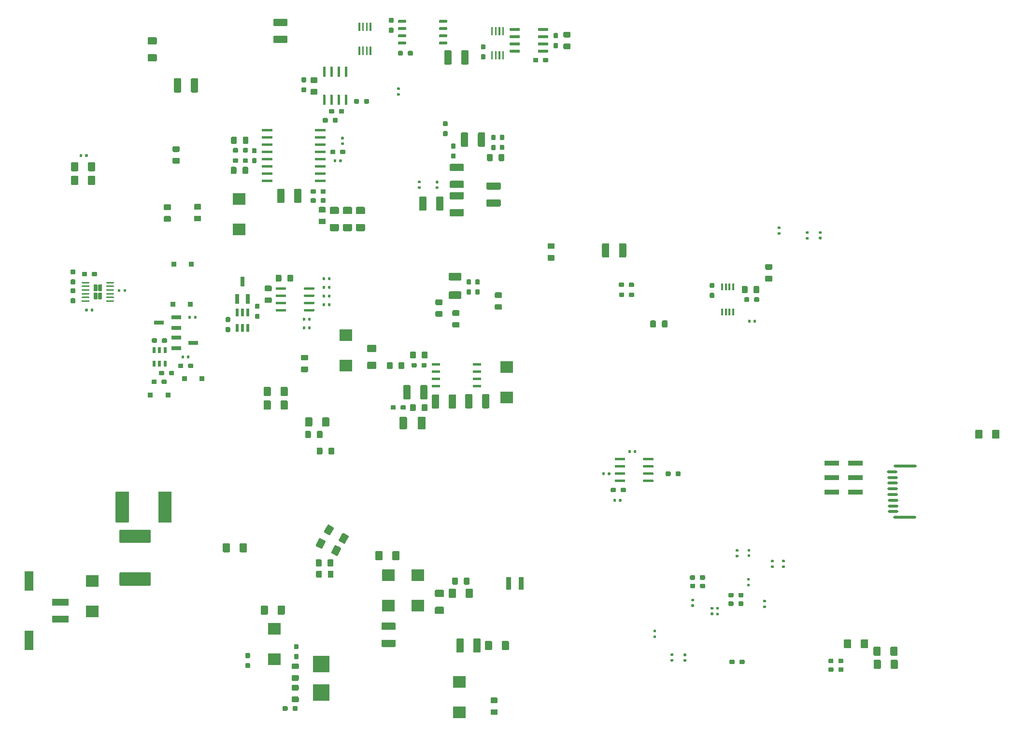
<source format=gbr>
G04 #@! TF.GenerationSoftware,KiCad,Pcbnew,5.1.5-52549c5~84~ubuntu18.04.1*
G04 #@! TF.CreationDate,2020-01-14T00:11:38-08:00*
G04 #@! TF.ProjectId,Pi_Blackbox,50695f42-6c61-4636-9b62-6f782e6b6963,R3*
G04 #@! TF.SameCoordinates,Original*
G04 #@! TF.FileFunction,Paste,Bot*
G04 #@! TF.FilePolarity,Positive*
%FSLAX46Y46*%
G04 Gerber Fmt 4.6, Leading zero omitted, Abs format (unit mm)*
G04 Created by KiCad (PCBNEW 5.1.5-52549c5~84~ubuntu18.04.1) date 2020-01-14 00:11:38*
%MOMM*%
%LPD*%
G04 APERTURE LIST*
%ADD10O,1.847600X0.447600*%
%ADD11O,4.047600X0.547600*%
%ADD12R,2.547600X0.847600*%
%ADD13R,2.236800X2.097799*%
%ADD14C,0.100000*%
%ADD15R,1.574800X3.352800*%
%ADD16R,2.844800X1.193800*%
%ADD17R,2.847600X2.847600*%
%ADD18R,0.297600X1.297600*%
%ADD19R,0.647600X1.747600*%
%ADD20R,0.947600X0.947600*%
%ADD21R,0.497600X1.407600*%
%ADD22R,1.747600X0.647600*%
%ADD23R,0.547600X1.097600*%
G04 APERTURE END LIST*
D10*
X215905000Y-114830000D03*
X216005000Y-118830000D03*
X215955000Y-117830000D03*
X215930000Y-115805000D03*
X215930000Y-116805000D03*
D11*
X218180000Y-113805000D03*
D10*
X216055000Y-121805000D03*
X216055000Y-120805000D03*
D11*
X218055000Y-122830000D03*
D10*
X216030000Y-119805000D03*
D12*
X209482000Y-118355000D03*
X205307000Y-118355000D03*
X209482000Y-115815000D03*
X205307000Y-115815000D03*
X209482000Y-113275000D03*
X205307000Y-113275000D03*
D13*
X75650000Y-134000198D03*
X75650000Y-139339802D03*
X101430000Y-67010198D03*
X101430000Y-72349802D03*
D14*
G36*
X136245123Y-64776727D02*
G01*
X136255743Y-64778302D01*
X136266157Y-64780911D01*
X136276266Y-64784528D01*
X136285971Y-64789118D01*
X136295179Y-64794637D01*
X136303803Y-64801033D01*
X136311757Y-64808243D01*
X136318967Y-64816197D01*
X136325363Y-64824821D01*
X136330882Y-64834029D01*
X136335472Y-64843734D01*
X136339089Y-64853843D01*
X136341698Y-64864257D01*
X136343273Y-64874877D01*
X136343800Y-64885600D01*
X136343800Y-65104400D01*
X136343273Y-65115123D01*
X136341698Y-65125743D01*
X136339089Y-65136157D01*
X136335472Y-65146266D01*
X136330882Y-65155971D01*
X136325363Y-65165179D01*
X136318967Y-65173803D01*
X136311757Y-65181757D01*
X136303803Y-65188967D01*
X136295179Y-65195363D01*
X136285971Y-65200882D01*
X136276266Y-65205472D01*
X136266157Y-65209089D01*
X136255743Y-65211698D01*
X136245123Y-65213273D01*
X136234400Y-65213800D01*
X135965600Y-65213800D01*
X135954877Y-65213273D01*
X135944257Y-65211698D01*
X135933843Y-65209089D01*
X135923734Y-65205472D01*
X135914029Y-65200882D01*
X135904821Y-65195363D01*
X135896197Y-65188967D01*
X135888243Y-65181757D01*
X135881033Y-65173803D01*
X135874637Y-65165179D01*
X135869118Y-65155971D01*
X135864528Y-65146266D01*
X135860911Y-65136157D01*
X135858302Y-65125743D01*
X135856727Y-65115123D01*
X135856200Y-65104400D01*
X135856200Y-64885600D01*
X135856727Y-64874877D01*
X135858302Y-64864257D01*
X135860911Y-64853843D01*
X135864528Y-64843734D01*
X135869118Y-64834029D01*
X135874637Y-64824821D01*
X135881033Y-64816197D01*
X135888243Y-64808243D01*
X135896197Y-64801033D01*
X135904821Y-64794637D01*
X135914029Y-64789118D01*
X135923734Y-64784528D01*
X135933843Y-64780911D01*
X135944257Y-64778302D01*
X135954877Y-64776727D01*
X135965600Y-64776200D01*
X136234400Y-64776200D01*
X136245123Y-64776727D01*
G37*
G36*
X136245123Y-63806727D02*
G01*
X136255743Y-63808302D01*
X136266157Y-63810911D01*
X136276266Y-63814528D01*
X136285971Y-63819118D01*
X136295179Y-63824637D01*
X136303803Y-63831033D01*
X136311757Y-63838243D01*
X136318967Y-63846197D01*
X136325363Y-63854821D01*
X136330882Y-63864029D01*
X136335472Y-63873734D01*
X136339089Y-63883843D01*
X136341698Y-63894257D01*
X136343273Y-63904877D01*
X136343800Y-63915600D01*
X136343800Y-64134400D01*
X136343273Y-64145123D01*
X136341698Y-64155743D01*
X136339089Y-64166157D01*
X136335472Y-64176266D01*
X136330882Y-64185971D01*
X136325363Y-64195179D01*
X136318967Y-64203803D01*
X136311757Y-64211757D01*
X136303803Y-64218967D01*
X136295179Y-64225363D01*
X136285971Y-64230882D01*
X136276266Y-64235472D01*
X136266157Y-64239089D01*
X136255743Y-64241698D01*
X136245123Y-64243273D01*
X136234400Y-64243800D01*
X135965600Y-64243800D01*
X135954877Y-64243273D01*
X135944257Y-64241698D01*
X135933843Y-64239089D01*
X135923734Y-64235472D01*
X135914029Y-64230882D01*
X135904821Y-64225363D01*
X135896197Y-64218967D01*
X135888243Y-64211757D01*
X135881033Y-64203803D01*
X135874637Y-64195179D01*
X135869118Y-64185971D01*
X135864528Y-64176266D01*
X135860911Y-64166157D01*
X135858302Y-64155743D01*
X135856727Y-64145123D01*
X135856200Y-64134400D01*
X135856200Y-63915600D01*
X135856727Y-63904877D01*
X135858302Y-63894257D01*
X135860911Y-63883843D01*
X135864528Y-63873734D01*
X135869118Y-63864029D01*
X135874637Y-63854821D01*
X135881033Y-63846197D01*
X135888243Y-63838243D01*
X135896197Y-63831033D01*
X135904821Y-63824637D01*
X135914029Y-63819118D01*
X135923734Y-63814528D01*
X135933843Y-63810911D01*
X135944257Y-63808302D01*
X135954877Y-63806727D01*
X135965600Y-63806200D01*
X136234400Y-63806200D01*
X136245123Y-63806727D01*
G37*
G36*
X114673945Y-65282160D02*
G01*
X114693301Y-65285031D01*
X114712283Y-65289786D01*
X114730707Y-65296378D01*
X114748397Y-65304745D01*
X114765181Y-65314805D01*
X114780898Y-65326462D01*
X114795397Y-65339603D01*
X114808538Y-65354102D01*
X114820195Y-65369819D01*
X114830255Y-65386603D01*
X114838622Y-65404293D01*
X114845214Y-65422717D01*
X114849969Y-65441699D01*
X114852840Y-65461055D01*
X114853800Y-65480600D01*
X114853800Y-65879400D01*
X114852840Y-65898945D01*
X114849969Y-65918301D01*
X114845214Y-65937283D01*
X114838622Y-65955707D01*
X114830255Y-65973397D01*
X114820195Y-65990181D01*
X114808538Y-66005898D01*
X114795397Y-66020397D01*
X114780898Y-66033538D01*
X114765181Y-66045195D01*
X114748397Y-66055255D01*
X114730707Y-66063622D01*
X114712283Y-66070214D01*
X114693301Y-66074969D01*
X114673945Y-66077840D01*
X114654400Y-66078800D01*
X114155600Y-66078800D01*
X114136055Y-66077840D01*
X114116699Y-66074969D01*
X114097717Y-66070214D01*
X114079293Y-66063622D01*
X114061603Y-66055255D01*
X114044819Y-66045195D01*
X114029102Y-66033538D01*
X114014603Y-66020397D01*
X114001462Y-66005898D01*
X113989805Y-65990181D01*
X113979745Y-65973397D01*
X113971378Y-65955707D01*
X113964786Y-65937283D01*
X113960031Y-65918301D01*
X113957160Y-65898945D01*
X113956200Y-65879400D01*
X113956200Y-65480600D01*
X113957160Y-65461055D01*
X113960031Y-65441699D01*
X113964786Y-65422717D01*
X113971378Y-65404293D01*
X113979745Y-65386603D01*
X113989805Y-65369819D01*
X114001462Y-65354102D01*
X114014603Y-65339603D01*
X114029102Y-65326462D01*
X114044819Y-65314805D01*
X114061603Y-65304745D01*
X114079293Y-65296378D01*
X114097717Y-65289786D01*
X114116699Y-65285031D01*
X114136055Y-65282160D01*
X114155600Y-65281200D01*
X114654400Y-65281200D01*
X114673945Y-65282160D01*
G37*
G36*
X116423945Y-65282160D02*
G01*
X116443301Y-65285031D01*
X116462283Y-65289786D01*
X116480707Y-65296378D01*
X116498397Y-65304745D01*
X116515181Y-65314805D01*
X116530898Y-65326462D01*
X116545397Y-65339603D01*
X116558538Y-65354102D01*
X116570195Y-65369819D01*
X116580255Y-65386603D01*
X116588622Y-65404293D01*
X116595214Y-65422717D01*
X116599969Y-65441699D01*
X116602840Y-65461055D01*
X116603800Y-65480600D01*
X116603800Y-65879400D01*
X116602840Y-65898945D01*
X116599969Y-65918301D01*
X116595214Y-65937283D01*
X116588622Y-65955707D01*
X116580255Y-65973397D01*
X116570195Y-65990181D01*
X116558538Y-66005898D01*
X116545397Y-66020397D01*
X116530898Y-66033538D01*
X116515181Y-66045195D01*
X116498397Y-66055255D01*
X116480707Y-66063622D01*
X116462283Y-66070214D01*
X116443301Y-66074969D01*
X116423945Y-66077840D01*
X116404400Y-66078800D01*
X115905600Y-66078800D01*
X115886055Y-66077840D01*
X115866699Y-66074969D01*
X115847717Y-66070214D01*
X115829293Y-66063622D01*
X115811603Y-66055255D01*
X115794819Y-66045195D01*
X115779102Y-66033538D01*
X115764603Y-66020397D01*
X115751462Y-66005898D01*
X115739805Y-65990181D01*
X115729745Y-65973397D01*
X115721378Y-65955707D01*
X115714786Y-65937283D01*
X115710031Y-65918301D01*
X115707160Y-65898945D01*
X115706200Y-65879400D01*
X115706200Y-65480600D01*
X115707160Y-65461055D01*
X115710031Y-65441699D01*
X115714786Y-65422717D01*
X115721378Y-65404293D01*
X115729745Y-65386603D01*
X115739805Y-65369819D01*
X115751462Y-65354102D01*
X115764603Y-65339603D01*
X115779102Y-65326462D01*
X115794819Y-65314805D01*
X115811603Y-65304745D01*
X115829293Y-65296378D01*
X115847717Y-65289786D01*
X115866699Y-65285031D01*
X115886055Y-65282160D01*
X115905600Y-65281200D01*
X116404400Y-65281200D01*
X116423945Y-65282160D01*
G37*
G36*
X113875123Y-87826727D02*
G01*
X113885743Y-87828302D01*
X113896157Y-87830911D01*
X113906266Y-87834528D01*
X113915971Y-87839118D01*
X113925179Y-87844637D01*
X113933803Y-87851033D01*
X113941757Y-87858243D01*
X113948967Y-87866197D01*
X113955363Y-87874821D01*
X113960882Y-87884029D01*
X113965472Y-87893734D01*
X113969089Y-87903843D01*
X113971698Y-87914257D01*
X113973273Y-87924877D01*
X113973800Y-87935600D01*
X113973800Y-88204400D01*
X113973273Y-88215123D01*
X113971698Y-88225743D01*
X113969089Y-88236157D01*
X113965472Y-88246266D01*
X113960882Y-88255971D01*
X113955363Y-88265179D01*
X113948967Y-88273803D01*
X113941757Y-88281757D01*
X113933803Y-88288967D01*
X113925179Y-88295363D01*
X113915971Y-88300882D01*
X113906266Y-88305472D01*
X113896157Y-88309089D01*
X113885743Y-88311698D01*
X113875123Y-88313273D01*
X113864400Y-88313800D01*
X113645600Y-88313800D01*
X113634877Y-88313273D01*
X113624257Y-88311698D01*
X113613843Y-88309089D01*
X113603734Y-88305472D01*
X113594029Y-88300882D01*
X113584821Y-88295363D01*
X113576197Y-88288967D01*
X113568243Y-88281757D01*
X113561033Y-88273803D01*
X113554637Y-88265179D01*
X113549118Y-88255971D01*
X113544528Y-88246266D01*
X113540911Y-88236157D01*
X113538302Y-88225743D01*
X113536727Y-88215123D01*
X113536200Y-88204400D01*
X113536200Y-87935600D01*
X113536727Y-87924877D01*
X113538302Y-87914257D01*
X113540911Y-87903843D01*
X113544528Y-87893734D01*
X113549118Y-87884029D01*
X113554637Y-87874821D01*
X113561033Y-87866197D01*
X113568243Y-87858243D01*
X113576197Y-87851033D01*
X113584821Y-87844637D01*
X113594029Y-87839118D01*
X113603734Y-87834528D01*
X113613843Y-87830911D01*
X113624257Y-87828302D01*
X113634877Y-87826727D01*
X113645600Y-87826200D01*
X113864400Y-87826200D01*
X113875123Y-87826727D01*
G37*
G36*
X112905123Y-87826727D02*
G01*
X112915743Y-87828302D01*
X112926157Y-87830911D01*
X112936266Y-87834528D01*
X112945971Y-87839118D01*
X112955179Y-87844637D01*
X112963803Y-87851033D01*
X112971757Y-87858243D01*
X112978967Y-87866197D01*
X112985363Y-87874821D01*
X112990882Y-87884029D01*
X112995472Y-87893734D01*
X112999089Y-87903843D01*
X113001698Y-87914257D01*
X113003273Y-87924877D01*
X113003800Y-87935600D01*
X113003800Y-88204400D01*
X113003273Y-88215123D01*
X113001698Y-88225743D01*
X112999089Y-88236157D01*
X112995472Y-88246266D01*
X112990882Y-88255971D01*
X112985363Y-88265179D01*
X112978967Y-88273803D01*
X112971757Y-88281757D01*
X112963803Y-88288967D01*
X112955179Y-88295363D01*
X112945971Y-88300882D01*
X112936266Y-88305472D01*
X112926157Y-88309089D01*
X112915743Y-88311698D01*
X112905123Y-88313273D01*
X112894400Y-88313800D01*
X112675600Y-88313800D01*
X112664877Y-88313273D01*
X112654257Y-88311698D01*
X112643843Y-88309089D01*
X112633734Y-88305472D01*
X112624029Y-88300882D01*
X112614821Y-88295363D01*
X112606197Y-88288967D01*
X112598243Y-88281757D01*
X112591033Y-88273803D01*
X112584637Y-88265179D01*
X112579118Y-88255971D01*
X112574528Y-88246266D01*
X112570911Y-88236157D01*
X112568302Y-88225743D01*
X112566727Y-88215123D01*
X112566200Y-88204400D01*
X112566200Y-87935600D01*
X112566727Y-87924877D01*
X112568302Y-87914257D01*
X112570911Y-87903843D01*
X112574528Y-87893734D01*
X112579118Y-87884029D01*
X112584637Y-87874821D01*
X112591033Y-87866197D01*
X112598243Y-87858243D01*
X112606197Y-87851033D01*
X112614821Y-87844637D01*
X112624029Y-87839118D01*
X112633734Y-87834528D01*
X112643843Y-87830911D01*
X112654257Y-87828302D01*
X112664877Y-87826727D01*
X112675600Y-87826200D01*
X112894400Y-87826200D01*
X112905123Y-87826727D01*
G37*
G36*
X119310123Y-60036727D02*
G01*
X119320743Y-60038302D01*
X119331157Y-60040911D01*
X119341266Y-60044528D01*
X119350971Y-60049118D01*
X119360179Y-60054637D01*
X119368803Y-60061033D01*
X119376757Y-60068243D01*
X119383967Y-60076197D01*
X119390363Y-60084821D01*
X119395882Y-60094029D01*
X119400472Y-60103734D01*
X119404089Y-60113843D01*
X119406698Y-60124257D01*
X119408273Y-60134877D01*
X119408800Y-60145600D01*
X119408800Y-60414400D01*
X119408273Y-60425123D01*
X119406698Y-60435743D01*
X119404089Y-60446157D01*
X119400472Y-60456266D01*
X119395882Y-60465971D01*
X119390363Y-60475179D01*
X119383967Y-60483803D01*
X119376757Y-60491757D01*
X119368803Y-60498967D01*
X119360179Y-60505363D01*
X119350971Y-60510882D01*
X119341266Y-60515472D01*
X119331157Y-60519089D01*
X119320743Y-60521698D01*
X119310123Y-60523273D01*
X119299400Y-60523800D01*
X119080600Y-60523800D01*
X119069877Y-60523273D01*
X119059257Y-60521698D01*
X119048843Y-60519089D01*
X119038734Y-60515472D01*
X119029029Y-60510882D01*
X119019821Y-60505363D01*
X119011197Y-60498967D01*
X119003243Y-60491757D01*
X118996033Y-60483803D01*
X118989637Y-60475179D01*
X118984118Y-60465971D01*
X118979528Y-60456266D01*
X118975911Y-60446157D01*
X118973302Y-60435743D01*
X118971727Y-60425123D01*
X118971200Y-60414400D01*
X118971200Y-60145600D01*
X118971727Y-60134877D01*
X118973302Y-60124257D01*
X118975911Y-60113843D01*
X118979528Y-60103734D01*
X118984118Y-60094029D01*
X118989637Y-60084821D01*
X118996033Y-60076197D01*
X119003243Y-60068243D01*
X119011197Y-60061033D01*
X119019821Y-60054637D01*
X119029029Y-60049118D01*
X119038734Y-60044528D01*
X119048843Y-60040911D01*
X119059257Y-60038302D01*
X119069877Y-60036727D01*
X119080600Y-60036200D01*
X119299400Y-60036200D01*
X119310123Y-60036727D01*
G37*
G36*
X118340123Y-60036727D02*
G01*
X118350743Y-60038302D01*
X118361157Y-60040911D01*
X118371266Y-60044528D01*
X118380971Y-60049118D01*
X118390179Y-60054637D01*
X118398803Y-60061033D01*
X118406757Y-60068243D01*
X118413967Y-60076197D01*
X118420363Y-60084821D01*
X118425882Y-60094029D01*
X118430472Y-60103734D01*
X118434089Y-60113843D01*
X118436698Y-60124257D01*
X118438273Y-60134877D01*
X118438800Y-60145600D01*
X118438800Y-60414400D01*
X118438273Y-60425123D01*
X118436698Y-60435743D01*
X118434089Y-60446157D01*
X118430472Y-60456266D01*
X118425882Y-60465971D01*
X118420363Y-60475179D01*
X118413967Y-60483803D01*
X118406757Y-60491757D01*
X118398803Y-60498967D01*
X118390179Y-60505363D01*
X118380971Y-60510882D01*
X118371266Y-60515472D01*
X118361157Y-60519089D01*
X118350743Y-60521698D01*
X118340123Y-60523273D01*
X118329400Y-60523800D01*
X118110600Y-60523800D01*
X118099877Y-60523273D01*
X118089257Y-60521698D01*
X118078843Y-60519089D01*
X118068734Y-60515472D01*
X118059029Y-60510882D01*
X118049821Y-60505363D01*
X118041197Y-60498967D01*
X118033243Y-60491757D01*
X118026033Y-60483803D01*
X118019637Y-60475179D01*
X118014118Y-60465971D01*
X118009528Y-60456266D01*
X118005911Y-60446157D01*
X118003302Y-60435743D01*
X118001727Y-60425123D01*
X118001200Y-60414400D01*
X118001200Y-60145600D01*
X118001727Y-60134877D01*
X118003302Y-60124257D01*
X118005911Y-60113843D01*
X118009528Y-60103734D01*
X118014118Y-60094029D01*
X118019637Y-60084821D01*
X118026033Y-60076197D01*
X118033243Y-60068243D01*
X118041197Y-60061033D01*
X118049821Y-60054637D01*
X118059029Y-60049118D01*
X118068734Y-60044528D01*
X118078843Y-60040911D01*
X118089257Y-60038302D01*
X118099877Y-60036727D01*
X118110600Y-60036200D01*
X118329400Y-60036200D01*
X118340123Y-60036727D01*
G37*
G36*
X113875123Y-89336727D02*
G01*
X113885743Y-89338302D01*
X113896157Y-89340911D01*
X113906266Y-89344528D01*
X113915971Y-89349118D01*
X113925179Y-89354637D01*
X113933803Y-89361033D01*
X113941757Y-89368243D01*
X113948967Y-89376197D01*
X113955363Y-89384821D01*
X113960882Y-89394029D01*
X113965472Y-89403734D01*
X113969089Y-89413843D01*
X113971698Y-89424257D01*
X113973273Y-89434877D01*
X113973800Y-89445600D01*
X113973800Y-89714400D01*
X113973273Y-89725123D01*
X113971698Y-89735743D01*
X113969089Y-89746157D01*
X113965472Y-89756266D01*
X113960882Y-89765971D01*
X113955363Y-89775179D01*
X113948967Y-89783803D01*
X113941757Y-89791757D01*
X113933803Y-89798967D01*
X113925179Y-89805363D01*
X113915971Y-89810882D01*
X113906266Y-89815472D01*
X113896157Y-89819089D01*
X113885743Y-89821698D01*
X113875123Y-89823273D01*
X113864400Y-89823800D01*
X113645600Y-89823800D01*
X113634877Y-89823273D01*
X113624257Y-89821698D01*
X113613843Y-89819089D01*
X113603734Y-89815472D01*
X113594029Y-89810882D01*
X113584821Y-89805363D01*
X113576197Y-89798967D01*
X113568243Y-89791757D01*
X113561033Y-89783803D01*
X113554637Y-89775179D01*
X113549118Y-89765971D01*
X113544528Y-89756266D01*
X113540911Y-89746157D01*
X113538302Y-89735743D01*
X113536727Y-89725123D01*
X113536200Y-89714400D01*
X113536200Y-89445600D01*
X113536727Y-89434877D01*
X113538302Y-89424257D01*
X113540911Y-89413843D01*
X113544528Y-89403734D01*
X113549118Y-89394029D01*
X113554637Y-89384821D01*
X113561033Y-89376197D01*
X113568243Y-89368243D01*
X113576197Y-89361033D01*
X113584821Y-89354637D01*
X113594029Y-89349118D01*
X113603734Y-89344528D01*
X113613843Y-89340911D01*
X113624257Y-89338302D01*
X113634877Y-89336727D01*
X113645600Y-89336200D01*
X113864400Y-89336200D01*
X113875123Y-89336727D01*
G37*
G36*
X112905123Y-89336727D02*
G01*
X112915743Y-89338302D01*
X112926157Y-89340911D01*
X112936266Y-89344528D01*
X112945971Y-89349118D01*
X112955179Y-89354637D01*
X112963803Y-89361033D01*
X112971757Y-89368243D01*
X112978967Y-89376197D01*
X112985363Y-89384821D01*
X112990882Y-89394029D01*
X112995472Y-89403734D01*
X112999089Y-89413843D01*
X113001698Y-89424257D01*
X113003273Y-89434877D01*
X113003800Y-89445600D01*
X113003800Y-89714400D01*
X113003273Y-89725123D01*
X113001698Y-89735743D01*
X112999089Y-89746157D01*
X112995472Y-89756266D01*
X112990882Y-89765971D01*
X112985363Y-89775179D01*
X112978967Y-89783803D01*
X112971757Y-89791757D01*
X112963803Y-89798967D01*
X112955179Y-89805363D01*
X112945971Y-89810882D01*
X112936266Y-89815472D01*
X112926157Y-89819089D01*
X112915743Y-89821698D01*
X112905123Y-89823273D01*
X112894400Y-89823800D01*
X112675600Y-89823800D01*
X112664877Y-89823273D01*
X112654257Y-89821698D01*
X112643843Y-89819089D01*
X112633734Y-89815472D01*
X112624029Y-89810882D01*
X112614821Y-89805363D01*
X112606197Y-89798967D01*
X112598243Y-89791757D01*
X112591033Y-89783803D01*
X112584637Y-89775179D01*
X112579118Y-89765971D01*
X112574528Y-89756266D01*
X112570911Y-89746157D01*
X112568302Y-89735743D01*
X112566727Y-89725123D01*
X112566200Y-89714400D01*
X112566200Y-89445600D01*
X112566727Y-89434877D01*
X112568302Y-89424257D01*
X112570911Y-89413843D01*
X112574528Y-89403734D01*
X112579118Y-89394029D01*
X112584637Y-89384821D01*
X112591033Y-89376197D01*
X112598243Y-89368243D01*
X112606197Y-89361033D01*
X112614821Y-89354637D01*
X112624029Y-89349118D01*
X112633734Y-89344528D01*
X112643843Y-89340911D01*
X112654257Y-89338302D01*
X112664877Y-89336727D01*
X112675600Y-89336200D01*
X112894400Y-89336200D01*
X112905123Y-89336727D01*
G37*
G36*
X116385123Y-82236727D02*
G01*
X116395743Y-82238302D01*
X116406157Y-82240911D01*
X116416266Y-82244528D01*
X116425971Y-82249118D01*
X116435179Y-82254637D01*
X116443803Y-82261033D01*
X116451757Y-82268243D01*
X116458967Y-82276197D01*
X116465363Y-82284821D01*
X116470882Y-82294029D01*
X116475472Y-82303734D01*
X116479089Y-82313843D01*
X116481698Y-82324257D01*
X116483273Y-82334877D01*
X116483800Y-82345600D01*
X116483800Y-82614400D01*
X116483273Y-82625123D01*
X116481698Y-82635743D01*
X116479089Y-82646157D01*
X116475472Y-82656266D01*
X116470882Y-82665971D01*
X116465363Y-82675179D01*
X116458967Y-82683803D01*
X116451757Y-82691757D01*
X116443803Y-82698967D01*
X116435179Y-82705363D01*
X116425971Y-82710882D01*
X116416266Y-82715472D01*
X116406157Y-82719089D01*
X116395743Y-82721698D01*
X116385123Y-82723273D01*
X116374400Y-82723800D01*
X116155600Y-82723800D01*
X116144877Y-82723273D01*
X116134257Y-82721698D01*
X116123843Y-82719089D01*
X116113734Y-82715472D01*
X116104029Y-82710882D01*
X116094821Y-82705363D01*
X116086197Y-82698967D01*
X116078243Y-82691757D01*
X116071033Y-82683803D01*
X116064637Y-82675179D01*
X116059118Y-82665971D01*
X116054528Y-82656266D01*
X116050911Y-82646157D01*
X116048302Y-82635743D01*
X116046727Y-82625123D01*
X116046200Y-82614400D01*
X116046200Y-82345600D01*
X116046727Y-82334877D01*
X116048302Y-82324257D01*
X116050911Y-82313843D01*
X116054528Y-82303734D01*
X116059118Y-82294029D01*
X116064637Y-82284821D01*
X116071033Y-82276197D01*
X116078243Y-82268243D01*
X116086197Y-82261033D01*
X116094821Y-82254637D01*
X116104029Y-82249118D01*
X116113734Y-82244528D01*
X116123843Y-82240911D01*
X116134257Y-82238302D01*
X116144877Y-82236727D01*
X116155600Y-82236200D01*
X116374400Y-82236200D01*
X116385123Y-82236727D01*
G37*
G36*
X117355123Y-82236727D02*
G01*
X117365743Y-82238302D01*
X117376157Y-82240911D01*
X117386266Y-82244528D01*
X117395971Y-82249118D01*
X117405179Y-82254637D01*
X117413803Y-82261033D01*
X117421757Y-82268243D01*
X117428967Y-82276197D01*
X117435363Y-82284821D01*
X117440882Y-82294029D01*
X117445472Y-82303734D01*
X117449089Y-82313843D01*
X117451698Y-82324257D01*
X117453273Y-82334877D01*
X117453800Y-82345600D01*
X117453800Y-82614400D01*
X117453273Y-82625123D01*
X117451698Y-82635743D01*
X117449089Y-82646157D01*
X117445472Y-82656266D01*
X117440882Y-82665971D01*
X117435363Y-82675179D01*
X117428967Y-82683803D01*
X117421757Y-82691757D01*
X117413803Y-82698967D01*
X117405179Y-82705363D01*
X117395971Y-82710882D01*
X117386266Y-82715472D01*
X117376157Y-82719089D01*
X117365743Y-82721698D01*
X117355123Y-82723273D01*
X117344400Y-82723800D01*
X117125600Y-82723800D01*
X117114877Y-82723273D01*
X117104257Y-82721698D01*
X117093843Y-82719089D01*
X117083734Y-82715472D01*
X117074029Y-82710882D01*
X117064821Y-82705363D01*
X117056197Y-82698967D01*
X117048243Y-82691757D01*
X117041033Y-82683803D01*
X117034637Y-82675179D01*
X117029118Y-82665971D01*
X117024528Y-82656266D01*
X117020911Y-82646157D01*
X117018302Y-82635743D01*
X117016727Y-82625123D01*
X117016200Y-82614400D01*
X117016200Y-82345600D01*
X117016727Y-82334877D01*
X117018302Y-82324257D01*
X117020911Y-82313843D01*
X117024528Y-82303734D01*
X117029118Y-82294029D01*
X117034637Y-82284821D01*
X117041033Y-82276197D01*
X117048243Y-82268243D01*
X117056197Y-82261033D01*
X117064821Y-82254637D01*
X117074029Y-82249118D01*
X117083734Y-82244528D01*
X117093843Y-82240911D01*
X117104257Y-82238302D01*
X117114877Y-82236727D01*
X117125600Y-82236200D01*
X117344400Y-82236200D01*
X117355123Y-82236727D01*
G37*
G36*
X72518945Y-81081160D02*
G01*
X72538301Y-81084031D01*
X72557283Y-81088786D01*
X72575707Y-81095378D01*
X72593397Y-81103745D01*
X72610181Y-81113805D01*
X72625898Y-81125462D01*
X72640397Y-81138603D01*
X72653538Y-81153102D01*
X72665195Y-81168819D01*
X72675255Y-81185603D01*
X72683622Y-81203293D01*
X72690214Y-81221717D01*
X72694969Y-81240699D01*
X72697840Y-81260055D01*
X72698800Y-81279600D01*
X72698800Y-81778400D01*
X72697840Y-81797945D01*
X72694969Y-81817301D01*
X72690214Y-81836283D01*
X72683622Y-81854707D01*
X72675255Y-81872397D01*
X72665195Y-81889181D01*
X72653538Y-81904898D01*
X72640397Y-81919397D01*
X72625898Y-81932538D01*
X72610181Y-81944195D01*
X72593397Y-81954255D01*
X72575707Y-81962622D01*
X72557283Y-81969214D01*
X72538301Y-81973969D01*
X72518945Y-81976840D01*
X72499400Y-81977800D01*
X72100600Y-81977800D01*
X72081055Y-81976840D01*
X72061699Y-81973969D01*
X72042717Y-81969214D01*
X72024293Y-81962622D01*
X72006603Y-81954255D01*
X71989819Y-81944195D01*
X71974102Y-81932538D01*
X71959603Y-81919397D01*
X71946462Y-81904898D01*
X71934805Y-81889181D01*
X71924745Y-81872397D01*
X71916378Y-81854707D01*
X71909786Y-81836283D01*
X71905031Y-81817301D01*
X71902160Y-81797945D01*
X71901200Y-81778400D01*
X71901200Y-81279600D01*
X71902160Y-81260055D01*
X71905031Y-81240699D01*
X71909786Y-81221717D01*
X71916378Y-81203293D01*
X71924745Y-81185603D01*
X71934805Y-81168819D01*
X71946462Y-81153102D01*
X71959603Y-81138603D01*
X71974102Y-81125462D01*
X71989819Y-81113805D01*
X72006603Y-81103745D01*
X72024293Y-81095378D01*
X72042717Y-81088786D01*
X72061699Y-81084031D01*
X72081055Y-81081160D01*
X72100600Y-81080200D01*
X72499400Y-81080200D01*
X72518945Y-81081160D01*
G37*
G36*
X72518945Y-79331160D02*
G01*
X72538301Y-79334031D01*
X72557283Y-79338786D01*
X72575707Y-79345378D01*
X72593397Y-79353745D01*
X72610181Y-79363805D01*
X72625898Y-79375462D01*
X72640397Y-79388603D01*
X72653538Y-79403102D01*
X72665195Y-79418819D01*
X72675255Y-79435603D01*
X72683622Y-79453293D01*
X72690214Y-79471717D01*
X72694969Y-79490699D01*
X72697840Y-79510055D01*
X72698800Y-79529600D01*
X72698800Y-80028400D01*
X72697840Y-80047945D01*
X72694969Y-80067301D01*
X72690214Y-80086283D01*
X72683622Y-80104707D01*
X72675255Y-80122397D01*
X72665195Y-80139181D01*
X72653538Y-80154898D01*
X72640397Y-80169397D01*
X72625898Y-80182538D01*
X72610181Y-80194195D01*
X72593397Y-80204255D01*
X72575707Y-80212622D01*
X72557283Y-80219214D01*
X72538301Y-80223969D01*
X72518945Y-80226840D01*
X72499400Y-80227800D01*
X72100600Y-80227800D01*
X72081055Y-80226840D01*
X72061699Y-80223969D01*
X72042717Y-80219214D01*
X72024293Y-80212622D01*
X72006603Y-80204255D01*
X71989819Y-80194195D01*
X71974102Y-80182538D01*
X71959603Y-80169397D01*
X71946462Y-80154898D01*
X71934805Y-80139181D01*
X71924745Y-80122397D01*
X71916378Y-80104707D01*
X71909786Y-80086283D01*
X71905031Y-80067301D01*
X71902160Y-80047945D01*
X71901200Y-80028400D01*
X71901200Y-79529600D01*
X71902160Y-79510055D01*
X71905031Y-79490699D01*
X71909786Y-79471717D01*
X71916378Y-79453293D01*
X71924745Y-79435603D01*
X71934805Y-79418819D01*
X71946462Y-79403102D01*
X71959603Y-79388603D01*
X71974102Y-79375462D01*
X71989819Y-79363805D01*
X72006603Y-79353745D01*
X72024293Y-79345378D01*
X72042717Y-79338786D01*
X72061699Y-79334031D01*
X72081055Y-79331160D01*
X72100600Y-79330200D01*
X72499400Y-79330200D01*
X72518945Y-79331160D01*
G37*
G36*
X116385123Y-83786727D02*
G01*
X116395743Y-83788302D01*
X116406157Y-83790911D01*
X116416266Y-83794528D01*
X116425971Y-83799118D01*
X116435179Y-83804637D01*
X116443803Y-83811033D01*
X116451757Y-83818243D01*
X116458967Y-83826197D01*
X116465363Y-83834821D01*
X116470882Y-83844029D01*
X116475472Y-83853734D01*
X116479089Y-83863843D01*
X116481698Y-83874257D01*
X116483273Y-83884877D01*
X116483800Y-83895600D01*
X116483800Y-84164400D01*
X116483273Y-84175123D01*
X116481698Y-84185743D01*
X116479089Y-84196157D01*
X116475472Y-84206266D01*
X116470882Y-84215971D01*
X116465363Y-84225179D01*
X116458967Y-84233803D01*
X116451757Y-84241757D01*
X116443803Y-84248967D01*
X116435179Y-84255363D01*
X116425971Y-84260882D01*
X116416266Y-84265472D01*
X116406157Y-84269089D01*
X116395743Y-84271698D01*
X116385123Y-84273273D01*
X116374400Y-84273800D01*
X116155600Y-84273800D01*
X116144877Y-84273273D01*
X116134257Y-84271698D01*
X116123843Y-84269089D01*
X116113734Y-84265472D01*
X116104029Y-84260882D01*
X116094821Y-84255363D01*
X116086197Y-84248967D01*
X116078243Y-84241757D01*
X116071033Y-84233803D01*
X116064637Y-84225179D01*
X116059118Y-84215971D01*
X116054528Y-84206266D01*
X116050911Y-84196157D01*
X116048302Y-84185743D01*
X116046727Y-84175123D01*
X116046200Y-84164400D01*
X116046200Y-83895600D01*
X116046727Y-83884877D01*
X116048302Y-83874257D01*
X116050911Y-83863843D01*
X116054528Y-83853734D01*
X116059118Y-83844029D01*
X116064637Y-83834821D01*
X116071033Y-83826197D01*
X116078243Y-83818243D01*
X116086197Y-83811033D01*
X116094821Y-83804637D01*
X116104029Y-83799118D01*
X116113734Y-83794528D01*
X116123843Y-83790911D01*
X116134257Y-83788302D01*
X116144877Y-83786727D01*
X116155600Y-83786200D01*
X116374400Y-83786200D01*
X116385123Y-83786727D01*
G37*
G36*
X117355123Y-83786727D02*
G01*
X117365743Y-83788302D01*
X117376157Y-83790911D01*
X117386266Y-83794528D01*
X117395971Y-83799118D01*
X117405179Y-83804637D01*
X117413803Y-83811033D01*
X117421757Y-83818243D01*
X117428967Y-83826197D01*
X117435363Y-83834821D01*
X117440882Y-83844029D01*
X117445472Y-83853734D01*
X117449089Y-83863843D01*
X117451698Y-83874257D01*
X117453273Y-83884877D01*
X117453800Y-83895600D01*
X117453800Y-84164400D01*
X117453273Y-84175123D01*
X117451698Y-84185743D01*
X117449089Y-84196157D01*
X117445472Y-84206266D01*
X117440882Y-84215971D01*
X117435363Y-84225179D01*
X117428967Y-84233803D01*
X117421757Y-84241757D01*
X117413803Y-84248967D01*
X117405179Y-84255363D01*
X117395971Y-84260882D01*
X117386266Y-84265472D01*
X117376157Y-84269089D01*
X117365743Y-84271698D01*
X117355123Y-84273273D01*
X117344400Y-84273800D01*
X117125600Y-84273800D01*
X117114877Y-84273273D01*
X117104257Y-84271698D01*
X117093843Y-84269089D01*
X117083734Y-84265472D01*
X117074029Y-84260882D01*
X117064821Y-84255363D01*
X117056197Y-84248967D01*
X117048243Y-84241757D01*
X117041033Y-84233803D01*
X117034637Y-84225179D01*
X117029118Y-84215971D01*
X117024528Y-84206266D01*
X117020911Y-84196157D01*
X117018302Y-84185743D01*
X117016727Y-84175123D01*
X117016200Y-84164400D01*
X117016200Y-83895600D01*
X117016727Y-83884877D01*
X117018302Y-83874257D01*
X117020911Y-83863843D01*
X117024528Y-83853734D01*
X117029118Y-83844029D01*
X117034637Y-83834821D01*
X117041033Y-83826197D01*
X117048243Y-83818243D01*
X117056197Y-83811033D01*
X117064821Y-83804637D01*
X117074029Y-83799118D01*
X117083734Y-83794528D01*
X117093843Y-83790911D01*
X117104257Y-83788302D01*
X117114877Y-83786727D01*
X117125600Y-83786200D01*
X117344400Y-83786200D01*
X117355123Y-83786727D01*
G37*
G36*
X93845123Y-87486727D02*
G01*
X93855743Y-87488302D01*
X93866157Y-87490911D01*
X93876266Y-87494528D01*
X93885971Y-87499118D01*
X93895179Y-87504637D01*
X93903803Y-87511033D01*
X93911757Y-87518243D01*
X93918967Y-87526197D01*
X93925363Y-87534821D01*
X93930882Y-87544029D01*
X93935472Y-87553734D01*
X93939089Y-87563843D01*
X93941698Y-87574257D01*
X93943273Y-87584877D01*
X93943800Y-87595600D01*
X93943800Y-87864400D01*
X93943273Y-87875123D01*
X93941698Y-87885743D01*
X93939089Y-87896157D01*
X93935472Y-87906266D01*
X93930882Y-87915971D01*
X93925363Y-87925179D01*
X93918967Y-87933803D01*
X93911757Y-87941757D01*
X93903803Y-87948967D01*
X93895179Y-87955363D01*
X93885971Y-87960882D01*
X93876266Y-87965472D01*
X93866157Y-87969089D01*
X93855743Y-87971698D01*
X93845123Y-87973273D01*
X93834400Y-87973800D01*
X93615600Y-87973800D01*
X93604877Y-87973273D01*
X93594257Y-87971698D01*
X93583843Y-87969089D01*
X93573734Y-87965472D01*
X93564029Y-87960882D01*
X93554821Y-87955363D01*
X93546197Y-87948967D01*
X93538243Y-87941757D01*
X93531033Y-87933803D01*
X93524637Y-87925179D01*
X93519118Y-87915971D01*
X93514528Y-87906266D01*
X93510911Y-87896157D01*
X93508302Y-87885743D01*
X93506727Y-87875123D01*
X93506200Y-87864400D01*
X93506200Y-87595600D01*
X93506727Y-87584877D01*
X93508302Y-87574257D01*
X93510911Y-87563843D01*
X93514528Y-87553734D01*
X93519118Y-87544029D01*
X93524637Y-87534821D01*
X93531033Y-87526197D01*
X93538243Y-87518243D01*
X93546197Y-87511033D01*
X93554821Y-87504637D01*
X93564029Y-87499118D01*
X93573734Y-87494528D01*
X93583843Y-87490911D01*
X93594257Y-87488302D01*
X93604877Y-87486727D01*
X93615600Y-87486200D01*
X93834400Y-87486200D01*
X93845123Y-87486727D01*
G37*
G36*
X92875123Y-87486727D02*
G01*
X92885743Y-87488302D01*
X92896157Y-87490911D01*
X92906266Y-87494528D01*
X92915971Y-87499118D01*
X92925179Y-87504637D01*
X92933803Y-87511033D01*
X92941757Y-87518243D01*
X92948967Y-87526197D01*
X92955363Y-87534821D01*
X92960882Y-87544029D01*
X92965472Y-87553734D01*
X92969089Y-87563843D01*
X92971698Y-87574257D01*
X92973273Y-87584877D01*
X92973800Y-87595600D01*
X92973800Y-87864400D01*
X92973273Y-87875123D01*
X92971698Y-87885743D01*
X92969089Y-87896157D01*
X92965472Y-87906266D01*
X92960882Y-87915971D01*
X92955363Y-87925179D01*
X92948967Y-87933803D01*
X92941757Y-87941757D01*
X92933803Y-87948967D01*
X92925179Y-87955363D01*
X92915971Y-87960882D01*
X92906266Y-87965472D01*
X92896157Y-87969089D01*
X92885743Y-87971698D01*
X92875123Y-87973273D01*
X92864400Y-87973800D01*
X92645600Y-87973800D01*
X92634877Y-87973273D01*
X92624257Y-87971698D01*
X92613843Y-87969089D01*
X92603734Y-87965472D01*
X92594029Y-87960882D01*
X92584821Y-87955363D01*
X92576197Y-87948967D01*
X92568243Y-87941757D01*
X92561033Y-87933803D01*
X92554637Y-87925179D01*
X92549118Y-87915971D01*
X92544528Y-87906266D01*
X92540911Y-87896157D01*
X92538302Y-87885743D01*
X92536727Y-87875123D01*
X92536200Y-87864400D01*
X92536200Y-87595600D01*
X92536727Y-87584877D01*
X92538302Y-87574257D01*
X92540911Y-87563843D01*
X92544528Y-87553734D01*
X92549118Y-87544029D01*
X92554637Y-87534821D01*
X92561033Y-87526197D01*
X92568243Y-87518243D01*
X92576197Y-87511033D01*
X92584821Y-87504637D01*
X92594029Y-87499118D01*
X92603734Y-87494528D01*
X92613843Y-87490911D01*
X92624257Y-87488302D01*
X92634877Y-87486727D01*
X92645600Y-87486200D01*
X92864400Y-87486200D01*
X92875123Y-87486727D01*
G37*
G36*
X91665123Y-94461727D02*
G01*
X91675743Y-94463302D01*
X91686157Y-94465911D01*
X91696266Y-94469528D01*
X91705971Y-94474118D01*
X91715179Y-94479637D01*
X91723803Y-94486033D01*
X91731757Y-94493243D01*
X91738967Y-94501197D01*
X91745363Y-94509821D01*
X91750882Y-94519029D01*
X91755472Y-94528734D01*
X91759089Y-94538843D01*
X91761698Y-94549257D01*
X91763273Y-94559877D01*
X91763800Y-94570600D01*
X91763800Y-94839400D01*
X91763273Y-94850123D01*
X91761698Y-94860743D01*
X91759089Y-94871157D01*
X91755472Y-94881266D01*
X91750882Y-94890971D01*
X91745363Y-94900179D01*
X91738967Y-94908803D01*
X91731757Y-94916757D01*
X91723803Y-94923967D01*
X91715179Y-94930363D01*
X91705971Y-94935882D01*
X91696266Y-94940472D01*
X91686157Y-94944089D01*
X91675743Y-94946698D01*
X91665123Y-94948273D01*
X91654400Y-94948800D01*
X91435600Y-94948800D01*
X91424877Y-94948273D01*
X91414257Y-94946698D01*
X91403843Y-94944089D01*
X91393734Y-94940472D01*
X91384029Y-94935882D01*
X91374821Y-94930363D01*
X91366197Y-94923967D01*
X91358243Y-94916757D01*
X91351033Y-94908803D01*
X91344637Y-94900179D01*
X91339118Y-94890971D01*
X91334528Y-94881266D01*
X91330911Y-94871157D01*
X91328302Y-94860743D01*
X91326727Y-94850123D01*
X91326200Y-94839400D01*
X91326200Y-94570600D01*
X91326727Y-94559877D01*
X91328302Y-94549257D01*
X91330911Y-94538843D01*
X91334528Y-94528734D01*
X91339118Y-94519029D01*
X91344637Y-94509821D01*
X91351033Y-94501197D01*
X91358243Y-94493243D01*
X91366197Y-94486033D01*
X91374821Y-94479637D01*
X91384029Y-94474118D01*
X91393734Y-94469528D01*
X91403843Y-94465911D01*
X91414257Y-94463302D01*
X91424877Y-94461727D01*
X91435600Y-94461200D01*
X91654400Y-94461200D01*
X91665123Y-94461727D01*
G37*
G36*
X92635123Y-94461727D02*
G01*
X92645743Y-94463302D01*
X92656157Y-94465911D01*
X92666266Y-94469528D01*
X92675971Y-94474118D01*
X92685179Y-94479637D01*
X92693803Y-94486033D01*
X92701757Y-94493243D01*
X92708967Y-94501197D01*
X92715363Y-94509821D01*
X92720882Y-94519029D01*
X92725472Y-94528734D01*
X92729089Y-94538843D01*
X92731698Y-94549257D01*
X92733273Y-94559877D01*
X92733800Y-94570600D01*
X92733800Y-94839400D01*
X92733273Y-94850123D01*
X92731698Y-94860743D01*
X92729089Y-94871157D01*
X92725472Y-94881266D01*
X92720882Y-94890971D01*
X92715363Y-94900179D01*
X92708967Y-94908803D01*
X92701757Y-94916757D01*
X92693803Y-94923967D01*
X92685179Y-94930363D01*
X92675971Y-94935882D01*
X92666266Y-94940472D01*
X92656157Y-94944089D01*
X92645743Y-94946698D01*
X92635123Y-94948273D01*
X92624400Y-94948800D01*
X92405600Y-94948800D01*
X92394877Y-94948273D01*
X92384257Y-94946698D01*
X92373843Y-94944089D01*
X92363734Y-94940472D01*
X92354029Y-94935882D01*
X92344821Y-94930363D01*
X92336197Y-94923967D01*
X92328243Y-94916757D01*
X92321033Y-94908803D01*
X92314637Y-94900179D01*
X92309118Y-94890971D01*
X92304528Y-94881266D01*
X92300911Y-94871157D01*
X92298302Y-94860743D01*
X92296727Y-94850123D01*
X92296200Y-94839400D01*
X92296200Y-94570600D01*
X92296727Y-94559877D01*
X92298302Y-94549257D01*
X92300911Y-94538843D01*
X92304528Y-94528734D01*
X92309118Y-94519029D01*
X92314637Y-94509821D01*
X92321033Y-94501197D01*
X92328243Y-94493243D01*
X92336197Y-94486033D01*
X92344821Y-94479637D01*
X92354029Y-94474118D01*
X92363734Y-94469528D01*
X92373843Y-94465911D01*
X92384257Y-94463302D01*
X92394877Y-94461727D01*
X92405600Y-94461200D01*
X92624400Y-94461200D01*
X92635123Y-94461727D01*
G37*
G36*
X122273945Y-49482160D02*
G01*
X122293301Y-49485031D01*
X122312283Y-49489786D01*
X122330707Y-49496378D01*
X122348397Y-49504745D01*
X122365181Y-49514805D01*
X122380898Y-49526462D01*
X122395397Y-49539603D01*
X122408538Y-49554102D01*
X122420195Y-49569819D01*
X122430255Y-49586603D01*
X122438622Y-49604293D01*
X122445214Y-49622717D01*
X122449969Y-49641699D01*
X122452840Y-49661055D01*
X122453800Y-49680600D01*
X122453800Y-50079400D01*
X122452840Y-50098945D01*
X122449969Y-50118301D01*
X122445214Y-50137283D01*
X122438622Y-50155707D01*
X122430255Y-50173397D01*
X122420195Y-50190181D01*
X122408538Y-50205898D01*
X122395397Y-50220397D01*
X122380898Y-50233538D01*
X122365181Y-50245195D01*
X122348397Y-50255255D01*
X122330707Y-50263622D01*
X122312283Y-50270214D01*
X122293301Y-50274969D01*
X122273945Y-50277840D01*
X122254400Y-50278800D01*
X121755600Y-50278800D01*
X121736055Y-50277840D01*
X121716699Y-50274969D01*
X121697717Y-50270214D01*
X121679293Y-50263622D01*
X121661603Y-50255255D01*
X121644819Y-50245195D01*
X121629102Y-50233538D01*
X121614603Y-50220397D01*
X121601462Y-50205898D01*
X121589805Y-50190181D01*
X121579745Y-50173397D01*
X121571378Y-50155707D01*
X121564786Y-50137283D01*
X121560031Y-50118301D01*
X121557160Y-50098945D01*
X121556200Y-50079400D01*
X121556200Y-49680600D01*
X121557160Y-49661055D01*
X121560031Y-49641699D01*
X121564786Y-49622717D01*
X121571378Y-49604293D01*
X121579745Y-49586603D01*
X121589805Y-49569819D01*
X121601462Y-49554102D01*
X121614603Y-49539603D01*
X121629102Y-49526462D01*
X121644819Y-49514805D01*
X121661603Y-49504745D01*
X121679293Y-49496378D01*
X121697717Y-49489786D01*
X121716699Y-49485031D01*
X121736055Y-49482160D01*
X121755600Y-49481200D01*
X122254400Y-49481200D01*
X122273945Y-49482160D01*
G37*
G36*
X124023945Y-49482160D02*
G01*
X124043301Y-49485031D01*
X124062283Y-49489786D01*
X124080707Y-49496378D01*
X124098397Y-49504745D01*
X124115181Y-49514805D01*
X124130898Y-49526462D01*
X124145397Y-49539603D01*
X124158538Y-49554102D01*
X124170195Y-49569819D01*
X124180255Y-49586603D01*
X124188622Y-49604293D01*
X124195214Y-49622717D01*
X124199969Y-49641699D01*
X124202840Y-49661055D01*
X124203800Y-49680600D01*
X124203800Y-50079400D01*
X124202840Y-50098945D01*
X124199969Y-50118301D01*
X124195214Y-50137283D01*
X124188622Y-50155707D01*
X124180255Y-50173397D01*
X124170195Y-50190181D01*
X124158538Y-50205898D01*
X124145397Y-50220397D01*
X124130898Y-50233538D01*
X124115181Y-50245195D01*
X124098397Y-50255255D01*
X124080707Y-50263622D01*
X124062283Y-50270214D01*
X124043301Y-50274969D01*
X124023945Y-50277840D01*
X124004400Y-50278800D01*
X123505600Y-50278800D01*
X123486055Y-50277840D01*
X123466699Y-50274969D01*
X123447717Y-50270214D01*
X123429293Y-50263622D01*
X123411603Y-50255255D01*
X123394819Y-50245195D01*
X123379102Y-50233538D01*
X123364603Y-50220397D01*
X123351462Y-50205898D01*
X123339805Y-50190181D01*
X123329745Y-50173397D01*
X123321378Y-50155707D01*
X123314786Y-50137283D01*
X123310031Y-50118301D01*
X123307160Y-50098945D01*
X123306200Y-50079400D01*
X123306200Y-49680600D01*
X123307160Y-49661055D01*
X123310031Y-49641699D01*
X123314786Y-49622717D01*
X123321378Y-49604293D01*
X123329745Y-49586603D01*
X123339805Y-49569819D01*
X123351462Y-49554102D01*
X123364603Y-49539603D01*
X123379102Y-49526462D01*
X123394819Y-49514805D01*
X123411603Y-49504745D01*
X123429293Y-49496378D01*
X123447717Y-49489786D01*
X123466699Y-49485031D01*
X123486055Y-49482160D01*
X123505600Y-49481200D01*
X124004400Y-49481200D01*
X124023945Y-49482160D01*
G37*
G36*
X103148945Y-148337160D02*
G01*
X103168301Y-148340031D01*
X103187283Y-148344786D01*
X103205707Y-148351378D01*
X103223397Y-148359745D01*
X103240181Y-148369805D01*
X103255898Y-148381462D01*
X103270397Y-148394603D01*
X103283538Y-148409102D01*
X103295195Y-148424819D01*
X103305255Y-148441603D01*
X103313622Y-148459293D01*
X103320214Y-148477717D01*
X103324969Y-148496699D01*
X103327840Y-148516055D01*
X103328800Y-148535600D01*
X103328800Y-149034400D01*
X103327840Y-149053945D01*
X103324969Y-149073301D01*
X103320214Y-149092283D01*
X103313622Y-149110707D01*
X103305255Y-149128397D01*
X103295195Y-149145181D01*
X103283538Y-149160898D01*
X103270397Y-149175397D01*
X103255898Y-149188538D01*
X103240181Y-149200195D01*
X103223397Y-149210255D01*
X103205707Y-149218622D01*
X103187283Y-149225214D01*
X103168301Y-149229969D01*
X103148945Y-149232840D01*
X103129400Y-149233800D01*
X102730600Y-149233800D01*
X102711055Y-149232840D01*
X102691699Y-149229969D01*
X102672717Y-149225214D01*
X102654293Y-149218622D01*
X102636603Y-149210255D01*
X102619819Y-149200195D01*
X102604102Y-149188538D01*
X102589603Y-149175397D01*
X102576462Y-149160898D01*
X102564805Y-149145181D01*
X102554745Y-149128397D01*
X102546378Y-149110707D01*
X102539786Y-149092283D01*
X102535031Y-149073301D01*
X102532160Y-149053945D01*
X102531200Y-149034400D01*
X102531200Y-148535600D01*
X102532160Y-148516055D01*
X102535031Y-148496699D01*
X102539786Y-148477717D01*
X102546378Y-148459293D01*
X102554745Y-148441603D01*
X102564805Y-148424819D01*
X102576462Y-148409102D01*
X102589603Y-148394603D01*
X102604102Y-148381462D01*
X102619819Y-148369805D01*
X102636603Y-148359745D01*
X102654293Y-148351378D01*
X102672717Y-148344786D01*
X102691699Y-148340031D01*
X102711055Y-148337160D01*
X102730600Y-148336200D01*
X103129400Y-148336200D01*
X103148945Y-148337160D01*
G37*
G36*
X103148945Y-146587160D02*
G01*
X103168301Y-146590031D01*
X103187283Y-146594786D01*
X103205707Y-146601378D01*
X103223397Y-146609745D01*
X103240181Y-146619805D01*
X103255898Y-146631462D01*
X103270397Y-146644603D01*
X103283538Y-146659102D01*
X103295195Y-146674819D01*
X103305255Y-146691603D01*
X103313622Y-146709293D01*
X103320214Y-146727717D01*
X103324969Y-146746699D01*
X103327840Y-146766055D01*
X103328800Y-146785600D01*
X103328800Y-147284400D01*
X103327840Y-147303945D01*
X103324969Y-147323301D01*
X103320214Y-147342283D01*
X103313622Y-147360707D01*
X103305255Y-147378397D01*
X103295195Y-147395181D01*
X103283538Y-147410898D01*
X103270397Y-147425397D01*
X103255898Y-147438538D01*
X103240181Y-147450195D01*
X103223397Y-147460255D01*
X103205707Y-147468622D01*
X103187283Y-147475214D01*
X103168301Y-147479969D01*
X103148945Y-147482840D01*
X103129400Y-147483800D01*
X102730600Y-147483800D01*
X102711055Y-147482840D01*
X102691699Y-147479969D01*
X102672717Y-147475214D01*
X102654293Y-147468622D01*
X102636603Y-147460255D01*
X102619819Y-147450195D01*
X102604102Y-147438538D01*
X102589603Y-147425397D01*
X102576462Y-147410898D01*
X102564805Y-147395181D01*
X102554745Y-147378397D01*
X102546378Y-147360707D01*
X102539786Y-147342283D01*
X102535031Y-147323301D01*
X102532160Y-147303945D01*
X102531200Y-147284400D01*
X102531200Y-146785600D01*
X102532160Y-146766055D01*
X102535031Y-146746699D01*
X102539786Y-146727717D01*
X102546378Y-146709293D01*
X102554745Y-146691603D01*
X102564805Y-146674819D01*
X102576462Y-146659102D01*
X102589603Y-146644603D01*
X102604102Y-146631462D01*
X102619819Y-146619805D01*
X102636603Y-146609745D01*
X102654293Y-146601378D01*
X102672717Y-146594786D01*
X102691699Y-146590031D01*
X102711055Y-146587160D01*
X102730600Y-146586200D01*
X103129400Y-146586200D01*
X103148945Y-146587160D01*
G37*
G36*
X73810123Y-59156727D02*
G01*
X73820743Y-59158302D01*
X73831157Y-59160911D01*
X73841266Y-59164528D01*
X73850971Y-59169118D01*
X73860179Y-59174637D01*
X73868803Y-59181033D01*
X73876757Y-59188243D01*
X73883967Y-59196197D01*
X73890363Y-59204821D01*
X73895882Y-59214029D01*
X73900472Y-59223734D01*
X73904089Y-59233843D01*
X73906698Y-59244257D01*
X73908273Y-59254877D01*
X73908800Y-59265600D01*
X73908800Y-59534400D01*
X73908273Y-59545123D01*
X73906698Y-59555743D01*
X73904089Y-59566157D01*
X73900472Y-59576266D01*
X73895882Y-59585971D01*
X73890363Y-59595179D01*
X73883967Y-59603803D01*
X73876757Y-59611757D01*
X73868803Y-59618967D01*
X73860179Y-59625363D01*
X73850971Y-59630882D01*
X73841266Y-59635472D01*
X73831157Y-59639089D01*
X73820743Y-59641698D01*
X73810123Y-59643273D01*
X73799400Y-59643800D01*
X73580600Y-59643800D01*
X73569877Y-59643273D01*
X73559257Y-59641698D01*
X73548843Y-59639089D01*
X73538734Y-59635472D01*
X73529029Y-59630882D01*
X73519821Y-59625363D01*
X73511197Y-59618967D01*
X73503243Y-59611757D01*
X73496033Y-59603803D01*
X73489637Y-59595179D01*
X73484118Y-59585971D01*
X73479528Y-59576266D01*
X73475911Y-59566157D01*
X73473302Y-59555743D01*
X73471727Y-59545123D01*
X73471200Y-59534400D01*
X73471200Y-59265600D01*
X73471727Y-59254877D01*
X73473302Y-59244257D01*
X73475911Y-59233843D01*
X73479528Y-59223734D01*
X73484118Y-59214029D01*
X73489637Y-59204821D01*
X73496033Y-59196197D01*
X73503243Y-59188243D01*
X73511197Y-59181033D01*
X73519821Y-59174637D01*
X73529029Y-59169118D01*
X73538734Y-59164528D01*
X73548843Y-59160911D01*
X73559257Y-59158302D01*
X73569877Y-59156727D01*
X73580600Y-59156200D01*
X73799400Y-59156200D01*
X73810123Y-59156727D01*
G37*
G36*
X74780123Y-59156727D02*
G01*
X74790743Y-59158302D01*
X74801157Y-59160911D01*
X74811266Y-59164528D01*
X74820971Y-59169118D01*
X74830179Y-59174637D01*
X74838803Y-59181033D01*
X74846757Y-59188243D01*
X74853967Y-59196197D01*
X74860363Y-59204821D01*
X74865882Y-59214029D01*
X74870472Y-59223734D01*
X74874089Y-59233843D01*
X74876698Y-59244257D01*
X74878273Y-59254877D01*
X74878800Y-59265600D01*
X74878800Y-59534400D01*
X74878273Y-59545123D01*
X74876698Y-59555743D01*
X74874089Y-59566157D01*
X74870472Y-59576266D01*
X74865882Y-59585971D01*
X74860363Y-59595179D01*
X74853967Y-59603803D01*
X74846757Y-59611757D01*
X74838803Y-59618967D01*
X74830179Y-59625363D01*
X74820971Y-59630882D01*
X74811266Y-59635472D01*
X74801157Y-59639089D01*
X74790743Y-59641698D01*
X74780123Y-59643273D01*
X74769400Y-59643800D01*
X74550600Y-59643800D01*
X74539877Y-59643273D01*
X74529257Y-59641698D01*
X74518843Y-59639089D01*
X74508734Y-59635472D01*
X74499029Y-59630882D01*
X74489821Y-59625363D01*
X74481197Y-59618967D01*
X74473243Y-59611757D01*
X74466033Y-59603803D01*
X74459637Y-59595179D01*
X74454118Y-59585971D01*
X74449528Y-59576266D01*
X74445911Y-59566157D01*
X74443302Y-59555743D01*
X74441727Y-59545123D01*
X74441200Y-59534400D01*
X74441200Y-59265600D01*
X74441727Y-59254877D01*
X74443302Y-59244257D01*
X74445911Y-59233843D01*
X74449528Y-59223734D01*
X74454118Y-59214029D01*
X74459637Y-59204821D01*
X74466033Y-59196197D01*
X74473243Y-59188243D01*
X74481197Y-59181033D01*
X74489821Y-59174637D01*
X74499029Y-59169118D01*
X74508734Y-59164528D01*
X74518843Y-59160911D01*
X74529257Y-59158302D01*
X74539877Y-59156727D01*
X74550600Y-59156200D01*
X74769400Y-59156200D01*
X74780123Y-59156727D01*
G37*
G36*
X80515123Y-82786727D02*
G01*
X80525743Y-82788302D01*
X80536157Y-82790911D01*
X80546266Y-82794528D01*
X80555971Y-82799118D01*
X80565179Y-82804637D01*
X80573803Y-82811033D01*
X80581757Y-82818243D01*
X80588967Y-82826197D01*
X80595363Y-82834821D01*
X80600882Y-82844029D01*
X80605472Y-82853734D01*
X80609089Y-82863843D01*
X80611698Y-82874257D01*
X80613273Y-82884877D01*
X80613800Y-82895600D01*
X80613800Y-83164400D01*
X80613273Y-83175123D01*
X80611698Y-83185743D01*
X80609089Y-83196157D01*
X80605472Y-83206266D01*
X80600882Y-83215971D01*
X80595363Y-83225179D01*
X80588967Y-83233803D01*
X80581757Y-83241757D01*
X80573803Y-83248967D01*
X80565179Y-83255363D01*
X80555971Y-83260882D01*
X80546266Y-83265472D01*
X80536157Y-83269089D01*
X80525743Y-83271698D01*
X80515123Y-83273273D01*
X80504400Y-83273800D01*
X80285600Y-83273800D01*
X80274877Y-83273273D01*
X80264257Y-83271698D01*
X80253843Y-83269089D01*
X80243734Y-83265472D01*
X80234029Y-83260882D01*
X80224821Y-83255363D01*
X80216197Y-83248967D01*
X80208243Y-83241757D01*
X80201033Y-83233803D01*
X80194637Y-83225179D01*
X80189118Y-83215971D01*
X80184528Y-83206266D01*
X80180911Y-83196157D01*
X80178302Y-83185743D01*
X80176727Y-83175123D01*
X80176200Y-83164400D01*
X80176200Y-82895600D01*
X80176727Y-82884877D01*
X80178302Y-82874257D01*
X80180911Y-82863843D01*
X80184528Y-82853734D01*
X80189118Y-82844029D01*
X80194637Y-82834821D01*
X80201033Y-82826197D01*
X80208243Y-82818243D01*
X80216197Y-82811033D01*
X80224821Y-82804637D01*
X80234029Y-82799118D01*
X80243734Y-82794528D01*
X80253843Y-82790911D01*
X80264257Y-82788302D01*
X80274877Y-82786727D01*
X80285600Y-82786200D01*
X80504400Y-82786200D01*
X80515123Y-82786727D01*
G37*
G36*
X81485123Y-82786727D02*
G01*
X81495743Y-82788302D01*
X81506157Y-82790911D01*
X81516266Y-82794528D01*
X81525971Y-82799118D01*
X81535179Y-82804637D01*
X81543803Y-82811033D01*
X81551757Y-82818243D01*
X81558967Y-82826197D01*
X81565363Y-82834821D01*
X81570882Y-82844029D01*
X81575472Y-82853734D01*
X81579089Y-82863843D01*
X81581698Y-82874257D01*
X81583273Y-82884877D01*
X81583800Y-82895600D01*
X81583800Y-83164400D01*
X81583273Y-83175123D01*
X81581698Y-83185743D01*
X81579089Y-83196157D01*
X81575472Y-83206266D01*
X81570882Y-83215971D01*
X81565363Y-83225179D01*
X81558967Y-83233803D01*
X81551757Y-83241757D01*
X81543803Y-83248967D01*
X81535179Y-83255363D01*
X81525971Y-83260882D01*
X81516266Y-83265472D01*
X81506157Y-83269089D01*
X81495743Y-83271698D01*
X81485123Y-83273273D01*
X81474400Y-83273800D01*
X81255600Y-83273800D01*
X81244877Y-83273273D01*
X81234257Y-83271698D01*
X81223843Y-83269089D01*
X81213734Y-83265472D01*
X81204029Y-83260882D01*
X81194821Y-83255363D01*
X81186197Y-83248967D01*
X81178243Y-83241757D01*
X81171033Y-83233803D01*
X81164637Y-83225179D01*
X81159118Y-83215971D01*
X81154528Y-83206266D01*
X81150911Y-83196157D01*
X81148302Y-83185743D01*
X81146727Y-83175123D01*
X81146200Y-83164400D01*
X81146200Y-82895600D01*
X81146727Y-82884877D01*
X81148302Y-82874257D01*
X81150911Y-82863843D01*
X81154528Y-82853734D01*
X81159118Y-82844029D01*
X81164637Y-82834821D01*
X81171033Y-82826197D01*
X81178243Y-82818243D01*
X81186197Y-82811033D01*
X81194821Y-82804637D01*
X81204029Y-82799118D01*
X81213734Y-82794528D01*
X81223843Y-82790911D01*
X81234257Y-82788302D01*
X81244877Y-82786727D01*
X81255600Y-82786200D01*
X81474400Y-82786200D01*
X81485123Y-82786727D01*
G37*
G36*
X116375123Y-85276727D02*
G01*
X116385743Y-85278302D01*
X116396157Y-85280911D01*
X116406266Y-85284528D01*
X116415971Y-85289118D01*
X116425179Y-85294637D01*
X116433803Y-85301033D01*
X116441757Y-85308243D01*
X116448967Y-85316197D01*
X116455363Y-85324821D01*
X116460882Y-85334029D01*
X116465472Y-85343734D01*
X116469089Y-85353843D01*
X116471698Y-85364257D01*
X116473273Y-85374877D01*
X116473800Y-85385600D01*
X116473800Y-85654400D01*
X116473273Y-85665123D01*
X116471698Y-85675743D01*
X116469089Y-85686157D01*
X116465472Y-85696266D01*
X116460882Y-85705971D01*
X116455363Y-85715179D01*
X116448967Y-85723803D01*
X116441757Y-85731757D01*
X116433803Y-85738967D01*
X116425179Y-85745363D01*
X116415971Y-85750882D01*
X116406266Y-85755472D01*
X116396157Y-85759089D01*
X116385743Y-85761698D01*
X116375123Y-85763273D01*
X116364400Y-85763800D01*
X116145600Y-85763800D01*
X116134877Y-85763273D01*
X116124257Y-85761698D01*
X116113843Y-85759089D01*
X116103734Y-85755472D01*
X116094029Y-85750882D01*
X116084821Y-85745363D01*
X116076197Y-85738967D01*
X116068243Y-85731757D01*
X116061033Y-85723803D01*
X116054637Y-85715179D01*
X116049118Y-85705971D01*
X116044528Y-85696266D01*
X116040911Y-85686157D01*
X116038302Y-85675743D01*
X116036727Y-85665123D01*
X116036200Y-85654400D01*
X116036200Y-85385600D01*
X116036727Y-85374877D01*
X116038302Y-85364257D01*
X116040911Y-85353843D01*
X116044528Y-85343734D01*
X116049118Y-85334029D01*
X116054637Y-85324821D01*
X116061033Y-85316197D01*
X116068243Y-85308243D01*
X116076197Y-85301033D01*
X116084821Y-85294637D01*
X116094029Y-85289118D01*
X116103734Y-85284528D01*
X116113843Y-85280911D01*
X116124257Y-85278302D01*
X116134877Y-85276727D01*
X116145600Y-85276200D01*
X116364400Y-85276200D01*
X116375123Y-85276727D01*
G37*
G36*
X117345123Y-85276727D02*
G01*
X117355743Y-85278302D01*
X117366157Y-85280911D01*
X117376266Y-85284528D01*
X117385971Y-85289118D01*
X117395179Y-85294637D01*
X117403803Y-85301033D01*
X117411757Y-85308243D01*
X117418967Y-85316197D01*
X117425363Y-85324821D01*
X117430882Y-85334029D01*
X117435472Y-85343734D01*
X117439089Y-85353843D01*
X117441698Y-85364257D01*
X117443273Y-85374877D01*
X117443800Y-85385600D01*
X117443800Y-85654400D01*
X117443273Y-85665123D01*
X117441698Y-85675743D01*
X117439089Y-85686157D01*
X117435472Y-85696266D01*
X117430882Y-85705971D01*
X117425363Y-85715179D01*
X117418967Y-85723803D01*
X117411757Y-85731757D01*
X117403803Y-85738967D01*
X117395179Y-85745363D01*
X117385971Y-85750882D01*
X117376266Y-85755472D01*
X117366157Y-85759089D01*
X117355743Y-85761698D01*
X117345123Y-85763273D01*
X117334400Y-85763800D01*
X117115600Y-85763800D01*
X117104877Y-85763273D01*
X117094257Y-85761698D01*
X117083843Y-85759089D01*
X117073734Y-85755472D01*
X117064029Y-85750882D01*
X117054821Y-85745363D01*
X117046197Y-85738967D01*
X117038243Y-85731757D01*
X117031033Y-85723803D01*
X117024637Y-85715179D01*
X117019118Y-85705971D01*
X117014528Y-85696266D01*
X117010911Y-85686157D01*
X117008302Y-85675743D01*
X117006727Y-85665123D01*
X117006200Y-85654400D01*
X117006200Y-85385600D01*
X117006727Y-85374877D01*
X117008302Y-85364257D01*
X117010911Y-85353843D01*
X117014528Y-85343734D01*
X117019118Y-85334029D01*
X117024637Y-85324821D01*
X117031033Y-85316197D01*
X117038243Y-85308243D01*
X117046197Y-85301033D01*
X117054821Y-85294637D01*
X117064029Y-85289118D01*
X117073734Y-85284528D01*
X117083843Y-85280911D01*
X117094257Y-85278302D01*
X117104877Y-85276727D01*
X117115600Y-85276200D01*
X117334400Y-85276200D01*
X117345123Y-85276727D01*
G37*
G36*
X116385123Y-80726727D02*
G01*
X116395743Y-80728302D01*
X116406157Y-80730911D01*
X116416266Y-80734528D01*
X116425971Y-80739118D01*
X116435179Y-80744637D01*
X116443803Y-80751033D01*
X116451757Y-80758243D01*
X116458967Y-80766197D01*
X116465363Y-80774821D01*
X116470882Y-80784029D01*
X116475472Y-80793734D01*
X116479089Y-80803843D01*
X116481698Y-80814257D01*
X116483273Y-80824877D01*
X116483800Y-80835600D01*
X116483800Y-81104400D01*
X116483273Y-81115123D01*
X116481698Y-81125743D01*
X116479089Y-81136157D01*
X116475472Y-81146266D01*
X116470882Y-81155971D01*
X116465363Y-81165179D01*
X116458967Y-81173803D01*
X116451757Y-81181757D01*
X116443803Y-81188967D01*
X116435179Y-81195363D01*
X116425971Y-81200882D01*
X116416266Y-81205472D01*
X116406157Y-81209089D01*
X116395743Y-81211698D01*
X116385123Y-81213273D01*
X116374400Y-81213800D01*
X116155600Y-81213800D01*
X116144877Y-81213273D01*
X116134257Y-81211698D01*
X116123843Y-81209089D01*
X116113734Y-81205472D01*
X116104029Y-81200882D01*
X116094821Y-81195363D01*
X116086197Y-81188967D01*
X116078243Y-81181757D01*
X116071033Y-81173803D01*
X116064637Y-81165179D01*
X116059118Y-81155971D01*
X116054528Y-81146266D01*
X116050911Y-81136157D01*
X116048302Y-81125743D01*
X116046727Y-81115123D01*
X116046200Y-81104400D01*
X116046200Y-80835600D01*
X116046727Y-80824877D01*
X116048302Y-80814257D01*
X116050911Y-80803843D01*
X116054528Y-80793734D01*
X116059118Y-80784029D01*
X116064637Y-80774821D01*
X116071033Y-80766197D01*
X116078243Y-80758243D01*
X116086197Y-80751033D01*
X116094821Y-80744637D01*
X116104029Y-80739118D01*
X116113734Y-80734528D01*
X116123843Y-80730911D01*
X116134257Y-80728302D01*
X116144877Y-80726727D01*
X116155600Y-80726200D01*
X116374400Y-80726200D01*
X116385123Y-80726727D01*
G37*
G36*
X117355123Y-80726727D02*
G01*
X117365743Y-80728302D01*
X117376157Y-80730911D01*
X117386266Y-80734528D01*
X117395971Y-80739118D01*
X117405179Y-80744637D01*
X117413803Y-80751033D01*
X117421757Y-80758243D01*
X117428967Y-80766197D01*
X117435363Y-80774821D01*
X117440882Y-80784029D01*
X117445472Y-80793734D01*
X117449089Y-80803843D01*
X117451698Y-80814257D01*
X117453273Y-80824877D01*
X117453800Y-80835600D01*
X117453800Y-81104400D01*
X117453273Y-81115123D01*
X117451698Y-81125743D01*
X117449089Y-81136157D01*
X117445472Y-81146266D01*
X117440882Y-81155971D01*
X117435363Y-81165179D01*
X117428967Y-81173803D01*
X117421757Y-81181757D01*
X117413803Y-81188967D01*
X117405179Y-81195363D01*
X117395971Y-81200882D01*
X117386266Y-81205472D01*
X117376157Y-81209089D01*
X117365743Y-81211698D01*
X117355123Y-81213273D01*
X117344400Y-81213800D01*
X117125600Y-81213800D01*
X117114877Y-81213273D01*
X117104257Y-81211698D01*
X117093843Y-81209089D01*
X117083734Y-81205472D01*
X117074029Y-81200882D01*
X117064821Y-81195363D01*
X117056197Y-81188967D01*
X117048243Y-81181757D01*
X117041033Y-81173803D01*
X117034637Y-81165179D01*
X117029118Y-81155971D01*
X117024528Y-81146266D01*
X117020911Y-81136157D01*
X117018302Y-81125743D01*
X117016727Y-81115123D01*
X117016200Y-81104400D01*
X117016200Y-80835600D01*
X117016727Y-80824877D01*
X117018302Y-80814257D01*
X117020911Y-80803843D01*
X117024528Y-80793734D01*
X117029118Y-80784029D01*
X117034637Y-80774821D01*
X117041033Y-80766197D01*
X117048243Y-80758243D01*
X117056197Y-80751033D01*
X117064821Y-80744637D01*
X117074029Y-80739118D01*
X117083734Y-80734528D01*
X117093843Y-80730911D01*
X117104257Y-80728302D01*
X117114877Y-80726727D01*
X117125600Y-80726200D01*
X117344400Y-80726200D01*
X117355123Y-80726727D01*
G37*
G36*
X112978945Y-45657160D02*
G01*
X112998301Y-45660031D01*
X113017283Y-45664786D01*
X113035707Y-45671378D01*
X113053397Y-45679745D01*
X113070181Y-45689805D01*
X113085898Y-45701462D01*
X113100397Y-45714603D01*
X113113538Y-45729102D01*
X113125195Y-45744819D01*
X113135255Y-45761603D01*
X113143622Y-45779293D01*
X113150214Y-45797717D01*
X113154969Y-45816699D01*
X113157840Y-45836055D01*
X113158800Y-45855600D01*
X113158800Y-46354400D01*
X113157840Y-46373945D01*
X113154969Y-46393301D01*
X113150214Y-46412283D01*
X113143622Y-46430707D01*
X113135255Y-46448397D01*
X113125195Y-46465181D01*
X113113538Y-46480898D01*
X113100397Y-46495397D01*
X113085898Y-46508538D01*
X113070181Y-46520195D01*
X113053397Y-46530255D01*
X113035707Y-46538622D01*
X113017283Y-46545214D01*
X112998301Y-46549969D01*
X112978945Y-46552840D01*
X112959400Y-46553800D01*
X112560600Y-46553800D01*
X112541055Y-46552840D01*
X112521699Y-46549969D01*
X112502717Y-46545214D01*
X112484293Y-46538622D01*
X112466603Y-46530255D01*
X112449819Y-46520195D01*
X112434102Y-46508538D01*
X112419603Y-46495397D01*
X112406462Y-46480898D01*
X112394805Y-46465181D01*
X112384745Y-46448397D01*
X112376378Y-46430707D01*
X112369786Y-46412283D01*
X112365031Y-46393301D01*
X112362160Y-46373945D01*
X112361200Y-46354400D01*
X112361200Y-45855600D01*
X112362160Y-45836055D01*
X112365031Y-45816699D01*
X112369786Y-45797717D01*
X112376378Y-45779293D01*
X112384745Y-45761603D01*
X112394805Y-45744819D01*
X112406462Y-45729102D01*
X112419603Y-45714603D01*
X112434102Y-45701462D01*
X112449819Y-45689805D01*
X112466603Y-45679745D01*
X112484293Y-45671378D01*
X112502717Y-45664786D01*
X112521699Y-45660031D01*
X112541055Y-45657160D01*
X112560600Y-45656200D01*
X112959400Y-45656200D01*
X112978945Y-45657160D01*
G37*
G36*
X112978945Y-47407160D02*
G01*
X112998301Y-47410031D01*
X113017283Y-47414786D01*
X113035707Y-47421378D01*
X113053397Y-47429745D01*
X113070181Y-47439805D01*
X113085898Y-47451462D01*
X113100397Y-47464603D01*
X113113538Y-47479102D01*
X113125195Y-47494819D01*
X113135255Y-47511603D01*
X113143622Y-47529293D01*
X113150214Y-47547717D01*
X113154969Y-47566699D01*
X113157840Y-47586055D01*
X113158800Y-47605600D01*
X113158800Y-48104400D01*
X113157840Y-48123945D01*
X113154969Y-48143301D01*
X113150214Y-48162283D01*
X113143622Y-48180707D01*
X113135255Y-48198397D01*
X113125195Y-48215181D01*
X113113538Y-48230898D01*
X113100397Y-48245397D01*
X113085898Y-48258538D01*
X113070181Y-48270195D01*
X113053397Y-48280255D01*
X113035707Y-48288622D01*
X113017283Y-48295214D01*
X112998301Y-48299969D01*
X112978945Y-48302840D01*
X112959400Y-48303800D01*
X112560600Y-48303800D01*
X112541055Y-48302840D01*
X112521699Y-48299969D01*
X112502717Y-48295214D01*
X112484293Y-48288622D01*
X112466603Y-48280255D01*
X112449819Y-48270195D01*
X112434102Y-48258538D01*
X112419603Y-48245397D01*
X112406462Y-48230898D01*
X112394805Y-48215181D01*
X112384745Y-48198397D01*
X112376378Y-48180707D01*
X112369786Y-48162283D01*
X112365031Y-48143301D01*
X112362160Y-48123945D01*
X112361200Y-48104400D01*
X112361200Y-47605600D01*
X112362160Y-47586055D01*
X112365031Y-47566699D01*
X112369786Y-47547717D01*
X112376378Y-47529293D01*
X112384745Y-47511603D01*
X112394805Y-47494819D01*
X112406462Y-47479102D01*
X112419603Y-47464603D01*
X112434102Y-47451462D01*
X112449819Y-47439805D01*
X112466603Y-47429745D01*
X112484293Y-47421378D01*
X112502717Y-47414786D01*
X112521699Y-47410031D01*
X112541055Y-47407160D01*
X112560600Y-47406200D01*
X112959400Y-47406200D01*
X112978945Y-47407160D01*
G37*
G36*
X133155123Y-64766727D02*
G01*
X133165743Y-64768302D01*
X133176157Y-64770911D01*
X133186266Y-64774528D01*
X133195971Y-64779118D01*
X133205179Y-64784637D01*
X133213803Y-64791033D01*
X133221757Y-64798243D01*
X133228967Y-64806197D01*
X133235363Y-64814821D01*
X133240882Y-64824029D01*
X133245472Y-64833734D01*
X133249089Y-64843843D01*
X133251698Y-64854257D01*
X133253273Y-64864877D01*
X133253800Y-64875600D01*
X133253800Y-65094400D01*
X133253273Y-65105123D01*
X133251698Y-65115743D01*
X133249089Y-65126157D01*
X133245472Y-65136266D01*
X133240882Y-65145971D01*
X133235363Y-65155179D01*
X133228967Y-65163803D01*
X133221757Y-65171757D01*
X133213803Y-65178967D01*
X133205179Y-65185363D01*
X133195971Y-65190882D01*
X133186266Y-65195472D01*
X133176157Y-65199089D01*
X133165743Y-65201698D01*
X133155123Y-65203273D01*
X133144400Y-65203800D01*
X132875600Y-65203800D01*
X132864877Y-65203273D01*
X132854257Y-65201698D01*
X132843843Y-65199089D01*
X132833734Y-65195472D01*
X132824029Y-65190882D01*
X132814821Y-65185363D01*
X132806197Y-65178967D01*
X132798243Y-65171757D01*
X132791033Y-65163803D01*
X132784637Y-65155179D01*
X132779118Y-65145971D01*
X132774528Y-65136266D01*
X132770911Y-65126157D01*
X132768302Y-65115743D01*
X132766727Y-65105123D01*
X132766200Y-65094400D01*
X132766200Y-64875600D01*
X132766727Y-64864877D01*
X132768302Y-64854257D01*
X132770911Y-64843843D01*
X132774528Y-64833734D01*
X132779118Y-64824029D01*
X132784637Y-64814821D01*
X132791033Y-64806197D01*
X132798243Y-64798243D01*
X132806197Y-64791033D01*
X132814821Y-64784637D01*
X132824029Y-64779118D01*
X132833734Y-64774528D01*
X132843843Y-64770911D01*
X132854257Y-64768302D01*
X132864877Y-64766727D01*
X132875600Y-64766200D01*
X133144400Y-64766200D01*
X133155123Y-64766727D01*
G37*
G36*
X133155123Y-63796727D02*
G01*
X133165743Y-63798302D01*
X133176157Y-63800911D01*
X133186266Y-63804528D01*
X133195971Y-63809118D01*
X133205179Y-63814637D01*
X133213803Y-63821033D01*
X133221757Y-63828243D01*
X133228967Y-63836197D01*
X133235363Y-63844821D01*
X133240882Y-63854029D01*
X133245472Y-63863734D01*
X133249089Y-63873843D01*
X133251698Y-63884257D01*
X133253273Y-63894877D01*
X133253800Y-63905600D01*
X133253800Y-64124400D01*
X133253273Y-64135123D01*
X133251698Y-64145743D01*
X133249089Y-64156157D01*
X133245472Y-64166266D01*
X133240882Y-64175971D01*
X133235363Y-64185179D01*
X133228967Y-64193803D01*
X133221757Y-64201757D01*
X133213803Y-64208967D01*
X133205179Y-64215363D01*
X133195971Y-64220882D01*
X133186266Y-64225472D01*
X133176157Y-64229089D01*
X133165743Y-64231698D01*
X133155123Y-64233273D01*
X133144400Y-64233800D01*
X132875600Y-64233800D01*
X132864877Y-64233273D01*
X132854257Y-64231698D01*
X132843843Y-64229089D01*
X132833734Y-64225472D01*
X132824029Y-64220882D01*
X132814821Y-64215363D01*
X132806197Y-64208967D01*
X132798243Y-64201757D01*
X132791033Y-64193803D01*
X132784637Y-64185179D01*
X132779118Y-64175971D01*
X132774528Y-64166266D01*
X132770911Y-64156157D01*
X132768302Y-64145743D01*
X132766727Y-64135123D01*
X132766200Y-64124400D01*
X132766200Y-63905600D01*
X132766727Y-63894877D01*
X132768302Y-63884257D01*
X132770911Y-63873843D01*
X132774528Y-63863734D01*
X132779118Y-63854029D01*
X132784637Y-63844821D01*
X132791033Y-63836197D01*
X132798243Y-63828243D01*
X132806197Y-63821033D01*
X132814821Y-63814637D01*
X132824029Y-63809118D01*
X132833734Y-63804528D01*
X132843843Y-63800911D01*
X132854257Y-63798302D01*
X132864877Y-63796727D01*
X132875600Y-63796200D01*
X133144400Y-63796200D01*
X133155123Y-63796727D01*
G37*
G36*
X148950009Y-133266914D02*
G01*
X148964408Y-133269050D01*
X148978528Y-133272587D01*
X148992233Y-133277491D01*
X149005392Y-133283715D01*
X149017878Y-133291198D01*
X149029570Y-133299869D01*
X149040355Y-133309645D01*
X149050131Y-133320430D01*
X149058802Y-133332122D01*
X149066285Y-133344608D01*
X149072509Y-133357767D01*
X149077413Y-133371472D01*
X149080950Y-133385592D01*
X149083086Y-133399991D01*
X149083800Y-133414530D01*
X149083800Y-135365470D01*
X149083086Y-135380009D01*
X149080950Y-135394408D01*
X149077413Y-135408528D01*
X149072509Y-135422233D01*
X149066285Y-135435392D01*
X149058802Y-135447878D01*
X149050131Y-135459570D01*
X149040355Y-135470355D01*
X149029570Y-135480131D01*
X149017878Y-135488802D01*
X149005392Y-135496285D01*
X148992233Y-135502509D01*
X148978528Y-135507413D01*
X148964408Y-135510950D01*
X148950009Y-135513086D01*
X148935470Y-135513800D01*
X148384530Y-135513800D01*
X148369991Y-135513086D01*
X148355592Y-135510950D01*
X148341472Y-135507413D01*
X148327767Y-135502509D01*
X148314608Y-135496285D01*
X148302122Y-135488802D01*
X148290430Y-135480131D01*
X148279645Y-135470355D01*
X148269869Y-135459570D01*
X148261198Y-135447878D01*
X148253715Y-135435392D01*
X148247491Y-135422233D01*
X148242587Y-135408528D01*
X148239050Y-135394408D01*
X148236914Y-135380009D01*
X148236200Y-135365470D01*
X148236200Y-133414530D01*
X148236914Y-133399991D01*
X148239050Y-133385592D01*
X148242587Y-133371472D01*
X148247491Y-133357767D01*
X148253715Y-133344608D01*
X148261198Y-133332122D01*
X148269869Y-133320430D01*
X148279645Y-133309645D01*
X148290430Y-133299869D01*
X148302122Y-133291198D01*
X148314608Y-133283715D01*
X148327767Y-133277491D01*
X148341472Y-133272587D01*
X148355592Y-133269050D01*
X148369991Y-133266914D01*
X148384530Y-133266200D01*
X148935470Y-133266200D01*
X148950009Y-133266914D01*
G37*
G36*
X151150009Y-133266914D02*
G01*
X151164408Y-133269050D01*
X151178528Y-133272587D01*
X151192233Y-133277491D01*
X151205392Y-133283715D01*
X151217878Y-133291198D01*
X151229570Y-133299869D01*
X151240355Y-133309645D01*
X151250131Y-133320430D01*
X151258802Y-133332122D01*
X151266285Y-133344608D01*
X151272509Y-133357767D01*
X151277413Y-133371472D01*
X151280950Y-133385592D01*
X151283086Y-133399991D01*
X151283800Y-133414530D01*
X151283800Y-135365470D01*
X151283086Y-135380009D01*
X151280950Y-135394408D01*
X151277413Y-135408528D01*
X151272509Y-135422233D01*
X151266285Y-135435392D01*
X151258802Y-135447878D01*
X151250131Y-135459570D01*
X151240355Y-135470355D01*
X151229570Y-135480131D01*
X151217878Y-135488802D01*
X151205392Y-135496285D01*
X151192233Y-135502509D01*
X151178528Y-135507413D01*
X151164408Y-135510950D01*
X151150009Y-135513086D01*
X151135470Y-135513800D01*
X150584530Y-135513800D01*
X150569991Y-135513086D01*
X150555592Y-135510950D01*
X150541472Y-135507413D01*
X150527767Y-135502509D01*
X150514608Y-135496285D01*
X150502122Y-135488802D01*
X150490430Y-135480131D01*
X150479645Y-135470355D01*
X150469869Y-135459570D01*
X150461198Y-135447878D01*
X150453715Y-135435392D01*
X150447491Y-135422233D01*
X150442587Y-135408528D01*
X150439050Y-135394408D01*
X150436914Y-135380009D01*
X150436200Y-135365470D01*
X150436200Y-133414530D01*
X150436914Y-133399991D01*
X150439050Y-133385592D01*
X150442587Y-133371472D01*
X150447491Y-133357767D01*
X150453715Y-133344608D01*
X150461198Y-133332122D01*
X150469869Y-133320430D01*
X150479645Y-133309645D01*
X150490430Y-133299869D01*
X150502122Y-133291198D01*
X150514608Y-133283715D01*
X150527767Y-133277491D01*
X150541472Y-133272587D01*
X150555592Y-133269050D01*
X150569991Y-133266914D01*
X150584530Y-133266200D01*
X151135470Y-133266200D01*
X151150009Y-133266914D01*
G37*
G36*
X138457421Y-40932275D02*
G01*
X138479093Y-40935490D01*
X138500347Y-40940814D01*
X138520976Y-40948195D01*
X138540782Y-40957563D01*
X138559575Y-40968827D01*
X138577174Y-40981878D01*
X138593408Y-40996592D01*
X138608122Y-41012826D01*
X138621173Y-41030425D01*
X138632437Y-41049218D01*
X138641805Y-41069024D01*
X138649186Y-41089653D01*
X138654510Y-41110907D01*
X138657725Y-41132579D01*
X138658800Y-41154463D01*
X138658800Y-43205537D01*
X138657725Y-43227421D01*
X138654510Y-43249093D01*
X138649186Y-43270347D01*
X138641805Y-43290976D01*
X138632437Y-43310782D01*
X138621173Y-43329575D01*
X138608122Y-43347174D01*
X138593408Y-43363408D01*
X138577174Y-43378122D01*
X138559575Y-43391173D01*
X138540782Y-43402437D01*
X138520976Y-43411805D01*
X138500347Y-43419186D01*
X138479093Y-43424510D01*
X138457421Y-43427725D01*
X138435537Y-43428800D01*
X137609463Y-43428800D01*
X137587579Y-43427725D01*
X137565907Y-43424510D01*
X137544653Y-43419186D01*
X137524024Y-43411805D01*
X137504218Y-43402437D01*
X137485425Y-43391173D01*
X137467826Y-43378122D01*
X137451592Y-43363408D01*
X137436878Y-43347174D01*
X137423827Y-43329575D01*
X137412563Y-43310782D01*
X137403195Y-43290976D01*
X137395814Y-43270347D01*
X137390490Y-43249093D01*
X137387275Y-43227421D01*
X137386200Y-43205537D01*
X137386200Y-41154463D01*
X137387275Y-41132579D01*
X137390490Y-41110907D01*
X137395814Y-41089653D01*
X137403195Y-41069024D01*
X137412563Y-41049218D01*
X137423827Y-41030425D01*
X137436878Y-41012826D01*
X137451592Y-40996592D01*
X137467826Y-40981878D01*
X137485425Y-40968827D01*
X137504218Y-40957563D01*
X137524024Y-40948195D01*
X137544653Y-40940814D01*
X137565907Y-40935490D01*
X137587579Y-40932275D01*
X137609463Y-40931200D01*
X138435537Y-40931200D01*
X138457421Y-40932275D01*
G37*
G36*
X141432421Y-40932275D02*
G01*
X141454093Y-40935490D01*
X141475347Y-40940814D01*
X141495976Y-40948195D01*
X141515782Y-40957563D01*
X141534575Y-40968827D01*
X141552174Y-40981878D01*
X141568408Y-40996592D01*
X141583122Y-41012826D01*
X141596173Y-41030425D01*
X141607437Y-41049218D01*
X141616805Y-41069024D01*
X141624186Y-41089653D01*
X141629510Y-41110907D01*
X141632725Y-41132579D01*
X141633800Y-41154463D01*
X141633800Y-43205537D01*
X141632725Y-43227421D01*
X141629510Y-43249093D01*
X141624186Y-43270347D01*
X141616805Y-43290976D01*
X141607437Y-43310782D01*
X141596173Y-43329575D01*
X141583122Y-43347174D01*
X141568408Y-43363408D01*
X141552174Y-43378122D01*
X141534575Y-43391173D01*
X141515782Y-43402437D01*
X141495976Y-43411805D01*
X141475347Y-43419186D01*
X141454093Y-43424510D01*
X141432421Y-43427725D01*
X141410537Y-43428800D01*
X140584463Y-43428800D01*
X140562579Y-43427725D01*
X140540907Y-43424510D01*
X140519653Y-43419186D01*
X140499024Y-43411805D01*
X140479218Y-43402437D01*
X140460425Y-43391173D01*
X140442826Y-43378122D01*
X140426592Y-43363408D01*
X140411878Y-43347174D01*
X140398827Y-43329575D01*
X140387563Y-43310782D01*
X140378195Y-43290976D01*
X140370814Y-43270347D01*
X140365490Y-43249093D01*
X140362275Y-43227421D01*
X140361200Y-43205537D01*
X140361200Y-41154463D01*
X140362275Y-41132579D01*
X140365490Y-41110907D01*
X140370814Y-41089653D01*
X140378195Y-41069024D01*
X140387563Y-41049218D01*
X140398827Y-41030425D01*
X140411878Y-41012826D01*
X140426592Y-40996592D01*
X140442826Y-40981878D01*
X140460425Y-40968827D01*
X140479218Y-40957563D01*
X140499024Y-40948195D01*
X140519653Y-40940814D01*
X140540907Y-40935490D01*
X140562579Y-40932275D01*
X140584463Y-40931200D01*
X141410537Y-40931200D01*
X141432421Y-40932275D01*
G37*
D13*
X120150000Y-96179802D03*
X120150000Y-90840198D03*
D14*
G36*
X139188945Y-59017160D02*
G01*
X139208301Y-59020031D01*
X139227283Y-59024786D01*
X139245707Y-59031378D01*
X139263397Y-59039745D01*
X139280181Y-59049805D01*
X139295898Y-59061462D01*
X139310397Y-59074603D01*
X139323538Y-59089102D01*
X139335195Y-59104819D01*
X139345255Y-59121603D01*
X139353622Y-59139293D01*
X139360214Y-59157717D01*
X139364969Y-59176699D01*
X139367840Y-59196055D01*
X139368800Y-59215600D01*
X139368800Y-59714400D01*
X139367840Y-59733945D01*
X139364969Y-59753301D01*
X139360214Y-59772283D01*
X139353622Y-59790707D01*
X139345255Y-59808397D01*
X139335195Y-59825181D01*
X139323538Y-59840898D01*
X139310397Y-59855397D01*
X139295898Y-59868538D01*
X139280181Y-59880195D01*
X139263397Y-59890255D01*
X139245707Y-59898622D01*
X139227283Y-59905214D01*
X139208301Y-59909969D01*
X139188945Y-59912840D01*
X139169400Y-59913800D01*
X138770600Y-59913800D01*
X138751055Y-59912840D01*
X138731699Y-59909969D01*
X138712717Y-59905214D01*
X138694293Y-59898622D01*
X138676603Y-59890255D01*
X138659819Y-59880195D01*
X138644102Y-59868538D01*
X138629603Y-59855397D01*
X138616462Y-59840898D01*
X138604805Y-59825181D01*
X138594745Y-59808397D01*
X138586378Y-59790707D01*
X138579786Y-59772283D01*
X138575031Y-59753301D01*
X138572160Y-59733945D01*
X138571200Y-59714400D01*
X138571200Y-59215600D01*
X138572160Y-59196055D01*
X138575031Y-59176699D01*
X138579786Y-59157717D01*
X138586378Y-59139293D01*
X138594745Y-59121603D01*
X138604805Y-59104819D01*
X138616462Y-59089102D01*
X138629603Y-59074603D01*
X138644102Y-59061462D01*
X138659819Y-59049805D01*
X138676603Y-59039745D01*
X138694293Y-59031378D01*
X138712717Y-59024786D01*
X138731699Y-59020031D01*
X138751055Y-59017160D01*
X138770600Y-59016200D01*
X139169400Y-59016200D01*
X139188945Y-59017160D01*
G37*
G36*
X139188945Y-57267160D02*
G01*
X139208301Y-57270031D01*
X139227283Y-57274786D01*
X139245707Y-57281378D01*
X139263397Y-57289745D01*
X139280181Y-57299805D01*
X139295898Y-57311462D01*
X139310397Y-57324603D01*
X139323538Y-57339102D01*
X139335195Y-57354819D01*
X139345255Y-57371603D01*
X139353622Y-57389293D01*
X139360214Y-57407717D01*
X139364969Y-57426699D01*
X139367840Y-57446055D01*
X139368800Y-57465600D01*
X139368800Y-57964400D01*
X139367840Y-57983945D01*
X139364969Y-58003301D01*
X139360214Y-58022283D01*
X139353622Y-58040707D01*
X139345255Y-58058397D01*
X139335195Y-58075181D01*
X139323538Y-58090898D01*
X139310397Y-58105397D01*
X139295898Y-58118538D01*
X139280181Y-58130195D01*
X139263397Y-58140255D01*
X139245707Y-58148622D01*
X139227283Y-58155214D01*
X139208301Y-58159969D01*
X139188945Y-58162840D01*
X139169400Y-58163800D01*
X138770600Y-58163800D01*
X138751055Y-58162840D01*
X138731699Y-58159969D01*
X138712717Y-58155214D01*
X138694293Y-58148622D01*
X138676603Y-58140255D01*
X138659819Y-58130195D01*
X138644102Y-58118538D01*
X138629603Y-58105397D01*
X138616462Y-58090898D01*
X138604805Y-58075181D01*
X138594745Y-58058397D01*
X138586378Y-58040707D01*
X138579786Y-58022283D01*
X138575031Y-58003301D01*
X138572160Y-57983945D01*
X138571200Y-57964400D01*
X138571200Y-57465600D01*
X138572160Y-57446055D01*
X138575031Y-57426699D01*
X138579786Y-57407717D01*
X138586378Y-57389293D01*
X138594745Y-57371603D01*
X138604805Y-57354819D01*
X138616462Y-57339102D01*
X138629603Y-57324603D01*
X138644102Y-57311462D01*
X138659819Y-57299805D01*
X138676603Y-57289745D01*
X138694293Y-57281378D01*
X138712717Y-57274786D01*
X138731699Y-57270031D01*
X138751055Y-57267160D01*
X138770600Y-57266200D01*
X139169400Y-57266200D01*
X139188945Y-57267160D01*
G37*
D13*
X140010000Y-157019802D03*
X140010000Y-151680198D03*
X107590000Y-147679802D03*
X107590000Y-142340198D03*
X132780000Y-132930198D03*
X132780000Y-138269802D03*
X127580000Y-132960198D03*
X127580000Y-138299802D03*
X148350000Y-101759802D03*
X148350000Y-96420198D03*
D14*
G36*
X140166215Y-83182282D02*
G01*
X140188017Y-83185516D01*
X140209398Y-83190871D01*
X140230151Y-83198297D01*
X140250076Y-83207720D01*
X140268981Y-83219052D01*
X140286685Y-83232182D01*
X140303016Y-83246984D01*
X140317818Y-83263315D01*
X140330948Y-83281019D01*
X140342280Y-83299924D01*
X140351703Y-83319849D01*
X140359129Y-83340602D01*
X140364484Y-83361983D01*
X140367718Y-83383785D01*
X140368800Y-83405800D01*
X140368800Y-84304200D01*
X140367718Y-84326215D01*
X140364484Y-84348017D01*
X140359129Y-84369398D01*
X140351703Y-84390151D01*
X140342280Y-84410076D01*
X140330948Y-84428981D01*
X140317818Y-84446685D01*
X140303016Y-84463016D01*
X140286685Y-84477818D01*
X140268981Y-84490948D01*
X140250076Y-84502280D01*
X140230151Y-84511703D01*
X140209398Y-84519129D01*
X140188017Y-84524484D01*
X140166215Y-84527718D01*
X140144200Y-84528800D01*
X138395800Y-84528800D01*
X138373785Y-84527718D01*
X138351983Y-84524484D01*
X138330602Y-84519129D01*
X138309849Y-84511703D01*
X138289924Y-84502280D01*
X138271019Y-84490948D01*
X138253315Y-84477818D01*
X138236984Y-84463016D01*
X138222182Y-84446685D01*
X138209052Y-84428981D01*
X138197720Y-84410076D01*
X138188297Y-84390151D01*
X138180871Y-84369398D01*
X138175516Y-84348017D01*
X138172282Y-84326215D01*
X138171200Y-84304200D01*
X138171200Y-83405800D01*
X138172282Y-83383785D01*
X138175516Y-83361983D01*
X138180871Y-83340602D01*
X138188297Y-83319849D01*
X138197720Y-83299924D01*
X138209052Y-83281019D01*
X138222182Y-83263315D01*
X138236984Y-83246984D01*
X138253315Y-83232182D01*
X138271019Y-83219052D01*
X138289924Y-83207720D01*
X138309849Y-83198297D01*
X138330602Y-83190871D01*
X138351983Y-83185516D01*
X138373785Y-83182282D01*
X138395800Y-83181200D01*
X140144200Y-83181200D01*
X140166215Y-83182282D01*
G37*
G36*
X140166215Y-79932282D02*
G01*
X140188017Y-79935516D01*
X140209398Y-79940871D01*
X140230151Y-79948297D01*
X140250076Y-79957720D01*
X140268981Y-79969052D01*
X140286685Y-79982182D01*
X140303016Y-79996984D01*
X140317818Y-80013315D01*
X140330948Y-80031019D01*
X140342280Y-80049924D01*
X140351703Y-80069849D01*
X140359129Y-80090602D01*
X140364484Y-80111983D01*
X140367718Y-80133785D01*
X140368800Y-80155800D01*
X140368800Y-81054200D01*
X140367718Y-81076215D01*
X140364484Y-81098017D01*
X140359129Y-81119398D01*
X140351703Y-81140151D01*
X140342280Y-81160076D01*
X140330948Y-81178981D01*
X140317818Y-81196685D01*
X140303016Y-81213016D01*
X140286685Y-81227818D01*
X140268981Y-81240948D01*
X140250076Y-81252280D01*
X140230151Y-81261703D01*
X140209398Y-81269129D01*
X140188017Y-81274484D01*
X140166215Y-81277718D01*
X140144200Y-81278800D01*
X138395800Y-81278800D01*
X138373785Y-81277718D01*
X138351983Y-81274484D01*
X138330602Y-81269129D01*
X138309849Y-81261703D01*
X138289924Y-81252280D01*
X138271019Y-81240948D01*
X138253315Y-81227818D01*
X138236984Y-81213016D01*
X138222182Y-81196685D01*
X138209052Y-81178981D01*
X138197720Y-81160076D01*
X138188297Y-81140151D01*
X138180871Y-81119398D01*
X138175516Y-81098017D01*
X138172282Y-81076215D01*
X138171200Y-81054200D01*
X138171200Y-80155800D01*
X138172282Y-80133785D01*
X138175516Y-80111983D01*
X138180871Y-80090602D01*
X138188297Y-80069849D01*
X138197720Y-80049924D01*
X138209052Y-80031019D01*
X138222182Y-80013315D01*
X138236984Y-79996984D01*
X138253315Y-79982182D01*
X138271019Y-79969052D01*
X138289924Y-79957720D01*
X138309849Y-79948297D01*
X138330602Y-79940871D01*
X138351983Y-79935516D01*
X138373785Y-79932282D01*
X138395800Y-79931200D01*
X140144200Y-79931200D01*
X140166215Y-79932282D01*
G37*
G36*
X133896215Y-105172282D02*
G01*
X133918017Y-105175516D01*
X133939398Y-105180871D01*
X133960151Y-105188297D01*
X133980076Y-105197720D01*
X133998981Y-105209052D01*
X134016685Y-105222182D01*
X134033016Y-105236984D01*
X134047818Y-105253315D01*
X134060948Y-105271019D01*
X134072280Y-105289924D01*
X134081703Y-105309849D01*
X134089129Y-105330602D01*
X134094484Y-105351983D01*
X134097718Y-105373785D01*
X134098800Y-105395800D01*
X134098800Y-107144200D01*
X134097718Y-107166215D01*
X134094484Y-107188017D01*
X134089129Y-107209398D01*
X134081703Y-107230151D01*
X134072280Y-107250076D01*
X134060948Y-107268981D01*
X134047818Y-107286685D01*
X134033016Y-107303016D01*
X134016685Y-107317818D01*
X133998981Y-107330948D01*
X133980076Y-107342280D01*
X133960151Y-107351703D01*
X133939398Y-107359129D01*
X133918017Y-107364484D01*
X133896215Y-107367718D01*
X133874200Y-107368800D01*
X132975800Y-107368800D01*
X132953785Y-107367718D01*
X132931983Y-107364484D01*
X132910602Y-107359129D01*
X132889849Y-107351703D01*
X132869924Y-107342280D01*
X132851019Y-107330948D01*
X132833315Y-107317818D01*
X132816984Y-107303016D01*
X132802182Y-107286685D01*
X132789052Y-107268981D01*
X132777720Y-107250076D01*
X132768297Y-107230151D01*
X132760871Y-107209398D01*
X132755516Y-107188017D01*
X132752282Y-107166215D01*
X132751200Y-107144200D01*
X132751200Y-105395800D01*
X132752282Y-105373785D01*
X132755516Y-105351983D01*
X132760871Y-105330602D01*
X132768297Y-105309849D01*
X132777720Y-105289924D01*
X132789052Y-105271019D01*
X132802182Y-105253315D01*
X132816984Y-105236984D01*
X132833315Y-105222182D01*
X132851019Y-105209052D01*
X132869924Y-105197720D01*
X132889849Y-105188297D01*
X132910602Y-105180871D01*
X132931983Y-105175516D01*
X132953785Y-105172282D01*
X132975800Y-105171200D01*
X133874200Y-105171200D01*
X133896215Y-105172282D01*
G37*
G36*
X130646215Y-105172282D02*
G01*
X130668017Y-105175516D01*
X130689398Y-105180871D01*
X130710151Y-105188297D01*
X130730076Y-105197720D01*
X130748981Y-105209052D01*
X130766685Y-105222182D01*
X130783016Y-105236984D01*
X130797818Y-105253315D01*
X130810948Y-105271019D01*
X130822280Y-105289924D01*
X130831703Y-105309849D01*
X130839129Y-105330602D01*
X130844484Y-105351983D01*
X130847718Y-105373785D01*
X130848800Y-105395800D01*
X130848800Y-107144200D01*
X130847718Y-107166215D01*
X130844484Y-107188017D01*
X130839129Y-107209398D01*
X130831703Y-107230151D01*
X130822280Y-107250076D01*
X130810948Y-107268981D01*
X130797818Y-107286685D01*
X130783016Y-107303016D01*
X130766685Y-107317818D01*
X130748981Y-107330948D01*
X130730076Y-107342280D01*
X130710151Y-107351703D01*
X130689398Y-107359129D01*
X130668017Y-107364484D01*
X130646215Y-107367718D01*
X130624200Y-107368800D01*
X129725800Y-107368800D01*
X129703785Y-107367718D01*
X129681983Y-107364484D01*
X129660602Y-107359129D01*
X129639849Y-107351703D01*
X129619924Y-107342280D01*
X129601019Y-107330948D01*
X129583315Y-107317818D01*
X129566984Y-107303016D01*
X129552182Y-107286685D01*
X129539052Y-107268981D01*
X129527720Y-107250076D01*
X129518297Y-107230151D01*
X129510871Y-107209398D01*
X129505516Y-107188017D01*
X129502282Y-107166215D01*
X129501200Y-107144200D01*
X129501200Y-105395800D01*
X129502282Y-105373785D01*
X129505516Y-105351983D01*
X129510871Y-105330602D01*
X129518297Y-105309849D01*
X129527720Y-105289924D01*
X129539052Y-105271019D01*
X129552182Y-105253315D01*
X129566984Y-105236984D01*
X129583315Y-105222182D01*
X129601019Y-105209052D01*
X129619924Y-105197720D01*
X129639849Y-105188297D01*
X129660602Y-105180871D01*
X129681983Y-105175516D01*
X129703785Y-105172282D01*
X129725800Y-105171200D01*
X130624200Y-105171200D01*
X130646215Y-105172282D01*
G37*
G36*
X109167421Y-65202275D02*
G01*
X109189093Y-65205490D01*
X109210347Y-65210814D01*
X109230976Y-65218195D01*
X109250782Y-65227563D01*
X109269575Y-65238827D01*
X109287174Y-65251878D01*
X109303408Y-65266592D01*
X109318122Y-65282826D01*
X109331173Y-65300425D01*
X109342437Y-65319218D01*
X109351805Y-65339024D01*
X109359186Y-65359653D01*
X109364510Y-65380907D01*
X109367725Y-65402579D01*
X109368800Y-65424463D01*
X109368800Y-67475537D01*
X109367725Y-67497421D01*
X109364510Y-67519093D01*
X109359186Y-67540347D01*
X109351805Y-67560976D01*
X109342437Y-67580782D01*
X109331173Y-67599575D01*
X109318122Y-67617174D01*
X109303408Y-67633408D01*
X109287174Y-67648122D01*
X109269575Y-67661173D01*
X109250782Y-67672437D01*
X109230976Y-67681805D01*
X109210347Y-67689186D01*
X109189093Y-67694510D01*
X109167421Y-67697725D01*
X109145537Y-67698800D01*
X108319463Y-67698800D01*
X108297579Y-67697725D01*
X108275907Y-67694510D01*
X108254653Y-67689186D01*
X108234024Y-67681805D01*
X108214218Y-67672437D01*
X108195425Y-67661173D01*
X108177826Y-67648122D01*
X108161592Y-67633408D01*
X108146878Y-67617174D01*
X108133827Y-67599575D01*
X108122563Y-67580782D01*
X108113195Y-67560976D01*
X108105814Y-67540347D01*
X108100490Y-67519093D01*
X108097275Y-67497421D01*
X108096200Y-67475537D01*
X108096200Y-65424463D01*
X108097275Y-65402579D01*
X108100490Y-65380907D01*
X108105814Y-65359653D01*
X108113195Y-65339024D01*
X108122563Y-65319218D01*
X108133827Y-65300425D01*
X108146878Y-65282826D01*
X108161592Y-65266592D01*
X108177826Y-65251878D01*
X108195425Y-65238827D01*
X108214218Y-65227563D01*
X108234024Y-65218195D01*
X108254653Y-65210814D01*
X108275907Y-65205490D01*
X108297579Y-65202275D01*
X108319463Y-65201200D01*
X109145537Y-65201200D01*
X109167421Y-65202275D01*
G37*
G36*
X112142421Y-65202275D02*
G01*
X112164093Y-65205490D01*
X112185347Y-65210814D01*
X112205976Y-65218195D01*
X112225782Y-65227563D01*
X112244575Y-65238827D01*
X112262174Y-65251878D01*
X112278408Y-65266592D01*
X112293122Y-65282826D01*
X112306173Y-65300425D01*
X112317437Y-65319218D01*
X112326805Y-65339024D01*
X112334186Y-65359653D01*
X112339510Y-65380907D01*
X112342725Y-65402579D01*
X112343800Y-65424463D01*
X112343800Y-67475537D01*
X112342725Y-67497421D01*
X112339510Y-67519093D01*
X112334186Y-67540347D01*
X112326805Y-67560976D01*
X112317437Y-67580782D01*
X112306173Y-67599575D01*
X112293122Y-67617174D01*
X112278408Y-67633408D01*
X112262174Y-67648122D01*
X112244575Y-67661173D01*
X112225782Y-67672437D01*
X112205976Y-67681805D01*
X112185347Y-67689186D01*
X112164093Y-67694510D01*
X112142421Y-67697725D01*
X112120537Y-67698800D01*
X111294463Y-67698800D01*
X111272579Y-67697725D01*
X111250907Y-67694510D01*
X111229653Y-67689186D01*
X111209024Y-67681805D01*
X111189218Y-67672437D01*
X111170425Y-67661173D01*
X111152826Y-67648122D01*
X111136592Y-67633408D01*
X111121878Y-67617174D01*
X111108827Y-67599575D01*
X111097563Y-67580782D01*
X111088195Y-67560976D01*
X111080814Y-67540347D01*
X111075490Y-67519093D01*
X111072275Y-67497421D01*
X111071200Y-67475537D01*
X111071200Y-65424463D01*
X111072275Y-65402579D01*
X111075490Y-65380907D01*
X111080814Y-65359653D01*
X111088195Y-65339024D01*
X111097563Y-65319218D01*
X111108827Y-65300425D01*
X111121878Y-65282826D01*
X111136592Y-65266592D01*
X111152826Y-65251878D01*
X111170425Y-65238827D01*
X111189218Y-65227563D01*
X111209024Y-65218195D01*
X111229653Y-65210814D01*
X111250907Y-65205490D01*
X111272579Y-65202275D01*
X111294463Y-65201200D01*
X112120537Y-65201200D01*
X112142421Y-65202275D01*
G37*
G36*
X147718945Y-55747160D02*
G01*
X147738301Y-55750031D01*
X147757283Y-55754786D01*
X147775707Y-55761378D01*
X147793397Y-55769745D01*
X147810181Y-55779805D01*
X147825898Y-55791462D01*
X147840397Y-55804603D01*
X147853538Y-55819102D01*
X147865195Y-55834819D01*
X147875255Y-55851603D01*
X147883622Y-55869293D01*
X147890214Y-55887717D01*
X147894969Y-55906699D01*
X147897840Y-55926055D01*
X147898800Y-55945600D01*
X147898800Y-56444400D01*
X147897840Y-56463945D01*
X147894969Y-56483301D01*
X147890214Y-56502283D01*
X147883622Y-56520707D01*
X147875255Y-56538397D01*
X147865195Y-56555181D01*
X147853538Y-56570898D01*
X147840397Y-56585397D01*
X147825898Y-56598538D01*
X147810181Y-56610195D01*
X147793397Y-56620255D01*
X147775707Y-56628622D01*
X147757283Y-56635214D01*
X147738301Y-56639969D01*
X147718945Y-56642840D01*
X147699400Y-56643800D01*
X147300600Y-56643800D01*
X147281055Y-56642840D01*
X147261699Y-56639969D01*
X147242717Y-56635214D01*
X147224293Y-56628622D01*
X147206603Y-56620255D01*
X147189819Y-56610195D01*
X147174102Y-56598538D01*
X147159603Y-56585397D01*
X147146462Y-56570898D01*
X147134805Y-56555181D01*
X147124745Y-56538397D01*
X147116378Y-56520707D01*
X147109786Y-56502283D01*
X147105031Y-56483301D01*
X147102160Y-56463945D01*
X147101200Y-56444400D01*
X147101200Y-55945600D01*
X147102160Y-55926055D01*
X147105031Y-55906699D01*
X147109786Y-55887717D01*
X147116378Y-55869293D01*
X147124745Y-55851603D01*
X147134805Y-55834819D01*
X147146462Y-55819102D01*
X147159603Y-55804603D01*
X147174102Y-55791462D01*
X147189819Y-55779805D01*
X147206603Y-55769745D01*
X147224293Y-55761378D01*
X147242717Y-55754786D01*
X147261699Y-55750031D01*
X147281055Y-55747160D01*
X147300600Y-55746200D01*
X147699400Y-55746200D01*
X147718945Y-55747160D01*
G37*
G36*
X147718945Y-57497160D02*
G01*
X147738301Y-57500031D01*
X147757283Y-57504786D01*
X147775707Y-57511378D01*
X147793397Y-57519745D01*
X147810181Y-57529805D01*
X147825898Y-57541462D01*
X147840397Y-57554603D01*
X147853538Y-57569102D01*
X147865195Y-57584819D01*
X147875255Y-57601603D01*
X147883622Y-57619293D01*
X147890214Y-57637717D01*
X147894969Y-57656699D01*
X147897840Y-57676055D01*
X147898800Y-57695600D01*
X147898800Y-58194400D01*
X147897840Y-58213945D01*
X147894969Y-58233301D01*
X147890214Y-58252283D01*
X147883622Y-58270707D01*
X147875255Y-58288397D01*
X147865195Y-58305181D01*
X147853538Y-58320898D01*
X147840397Y-58335397D01*
X147825898Y-58348538D01*
X147810181Y-58360195D01*
X147793397Y-58370255D01*
X147775707Y-58378622D01*
X147757283Y-58385214D01*
X147738301Y-58389969D01*
X147718945Y-58392840D01*
X147699400Y-58393800D01*
X147300600Y-58393800D01*
X147281055Y-58392840D01*
X147261699Y-58389969D01*
X147242717Y-58385214D01*
X147224293Y-58378622D01*
X147206603Y-58370255D01*
X147189819Y-58360195D01*
X147174102Y-58348538D01*
X147159603Y-58335397D01*
X147146462Y-58320898D01*
X147134805Y-58305181D01*
X147124745Y-58288397D01*
X147116378Y-58270707D01*
X147109786Y-58252283D01*
X147105031Y-58233301D01*
X147102160Y-58213945D01*
X147101200Y-58194400D01*
X147101200Y-57695600D01*
X147102160Y-57676055D01*
X147105031Y-57656699D01*
X147109786Y-57637717D01*
X147116378Y-57619293D01*
X147124745Y-57601603D01*
X147134805Y-57584819D01*
X147146462Y-57569102D01*
X147159603Y-57554603D01*
X147174102Y-57541462D01*
X147189819Y-57529805D01*
X147206603Y-57519745D01*
X147224293Y-57511378D01*
X147242717Y-57504786D01*
X147261699Y-57500031D01*
X147281055Y-57497160D01*
X147300600Y-57496200D01*
X147699400Y-57496200D01*
X147718945Y-57497160D01*
G37*
G36*
X113798188Y-107657244D02*
G01*
X113819240Y-107660367D01*
X113839885Y-107665538D01*
X113859923Y-107672708D01*
X113879162Y-107681808D01*
X113897417Y-107692749D01*
X113914511Y-107705427D01*
X113930281Y-107719719D01*
X113944573Y-107735489D01*
X113957251Y-107752583D01*
X113968192Y-107770838D01*
X113977292Y-107790077D01*
X113984462Y-107810115D01*
X113989633Y-107830760D01*
X113992756Y-107851812D01*
X113993800Y-107873069D01*
X113993800Y-108686931D01*
X113992756Y-108708188D01*
X113989633Y-108729240D01*
X113984462Y-108749885D01*
X113977292Y-108769923D01*
X113968192Y-108789162D01*
X113957251Y-108807417D01*
X113944573Y-108824511D01*
X113930281Y-108840281D01*
X113914511Y-108854573D01*
X113897417Y-108867251D01*
X113879162Y-108878192D01*
X113859923Y-108887292D01*
X113839885Y-108894462D01*
X113819240Y-108899633D01*
X113798188Y-108902756D01*
X113776931Y-108903800D01*
X113213069Y-108903800D01*
X113191812Y-108902756D01*
X113170760Y-108899633D01*
X113150115Y-108894462D01*
X113130077Y-108887292D01*
X113110838Y-108878192D01*
X113092583Y-108867251D01*
X113075489Y-108854573D01*
X113059719Y-108840281D01*
X113045427Y-108824511D01*
X113032749Y-108807417D01*
X113021808Y-108789162D01*
X113012708Y-108769923D01*
X113005538Y-108749885D01*
X113000367Y-108729240D01*
X112997244Y-108708188D01*
X112996200Y-108686931D01*
X112996200Y-107873069D01*
X112997244Y-107851812D01*
X113000367Y-107830760D01*
X113005538Y-107810115D01*
X113012708Y-107790077D01*
X113021808Y-107770838D01*
X113032749Y-107752583D01*
X113045427Y-107735489D01*
X113059719Y-107719719D01*
X113075489Y-107705427D01*
X113092583Y-107692749D01*
X113110838Y-107681808D01*
X113130077Y-107672708D01*
X113150115Y-107665538D01*
X113170760Y-107660367D01*
X113191812Y-107657244D01*
X113213069Y-107656200D01*
X113776931Y-107656200D01*
X113798188Y-107657244D01*
G37*
G36*
X115848188Y-107657244D02*
G01*
X115869240Y-107660367D01*
X115889885Y-107665538D01*
X115909923Y-107672708D01*
X115929162Y-107681808D01*
X115947417Y-107692749D01*
X115964511Y-107705427D01*
X115980281Y-107719719D01*
X115994573Y-107735489D01*
X116007251Y-107752583D01*
X116018192Y-107770838D01*
X116027292Y-107790077D01*
X116034462Y-107810115D01*
X116039633Y-107830760D01*
X116042756Y-107851812D01*
X116043800Y-107873069D01*
X116043800Y-108686931D01*
X116042756Y-108708188D01*
X116039633Y-108729240D01*
X116034462Y-108749885D01*
X116027292Y-108769923D01*
X116018192Y-108789162D01*
X116007251Y-108807417D01*
X115994573Y-108824511D01*
X115980281Y-108840281D01*
X115964511Y-108854573D01*
X115947417Y-108867251D01*
X115929162Y-108878192D01*
X115909923Y-108887292D01*
X115889885Y-108894462D01*
X115869240Y-108899633D01*
X115848188Y-108902756D01*
X115826931Y-108903800D01*
X115263069Y-108903800D01*
X115241812Y-108902756D01*
X115220760Y-108899633D01*
X115200115Y-108894462D01*
X115180077Y-108887292D01*
X115160838Y-108878192D01*
X115142583Y-108867251D01*
X115125489Y-108854573D01*
X115109719Y-108840281D01*
X115095427Y-108824511D01*
X115082749Y-108807417D01*
X115071808Y-108789162D01*
X115062708Y-108769923D01*
X115055538Y-108749885D01*
X115050367Y-108729240D01*
X115047244Y-108708188D01*
X115046200Y-108686931D01*
X115046200Y-107873069D01*
X115047244Y-107851812D01*
X115050367Y-107830760D01*
X115055538Y-107810115D01*
X115062708Y-107790077D01*
X115071808Y-107770838D01*
X115082749Y-107752583D01*
X115095427Y-107735489D01*
X115109719Y-107719719D01*
X115125489Y-107705427D01*
X115142583Y-107692749D01*
X115160838Y-107681808D01*
X115180077Y-107672708D01*
X115200115Y-107665538D01*
X115220760Y-107660367D01*
X115241812Y-107657244D01*
X115263069Y-107656200D01*
X115826931Y-107656200D01*
X115848188Y-107657244D01*
G37*
G36*
X184537668Y-83446884D02*
G01*
X184557024Y-83449755D01*
X184576006Y-83454510D01*
X184594430Y-83461102D01*
X184612120Y-83469469D01*
X184628904Y-83479529D01*
X184644621Y-83491186D01*
X184659120Y-83504327D01*
X184672261Y-83518826D01*
X184683918Y-83534543D01*
X184693978Y-83551327D01*
X184702345Y-83569017D01*
X184708937Y-83587441D01*
X184713692Y-83606423D01*
X184716563Y-83625779D01*
X184717523Y-83645324D01*
X184717523Y-84144124D01*
X184716563Y-84163669D01*
X184713692Y-84183025D01*
X184708937Y-84202007D01*
X184702345Y-84220431D01*
X184693978Y-84238121D01*
X184683918Y-84254905D01*
X184672261Y-84270622D01*
X184659120Y-84285121D01*
X184644621Y-84298262D01*
X184628904Y-84309919D01*
X184612120Y-84319979D01*
X184594430Y-84328346D01*
X184576006Y-84334938D01*
X184557024Y-84339693D01*
X184537668Y-84342564D01*
X184518123Y-84343524D01*
X184119323Y-84343524D01*
X184099778Y-84342564D01*
X184080422Y-84339693D01*
X184061440Y-84334938D01*
X184043016Y-84328346D01*
X184025326Y-84319979D01*
X184008542Y-84309919D01*
X183992825Y-84298262D01*
X183978326Y-84285121D01*
X183965185Y-84270622D01*
X183953528Y-84254905D01*
X183943468Y-84238121D01*
X183935101Y-84220431D01*
X183928509Y-84202007D01*
X183923754Y-84183025D01*
X183920883Y-84163669D01*
X183919923Y-84144124D01*
X183919923Y-83645324D01*
X183920883Y-83625779D01*
X183923754Y-83606423D01*
X183928509Y-83587441D01*
X183935101Y-83569017D01*
X183943468Y-83551327D01*
X183953528Y-83534543D01*
X183965185Y-83518826D01*
X183978326Y-83504327D01*
X183992825Y-83491186D01*
X184008542Y-83479529D01*
X184025326Y-83469469D01*
X184043016Y-83461102D01*
X184061440Y-83454510D01*
X184080422Y-83449755D01*
X184099778Y-83446884D01*
X184119323Y-83445924D01*
X184518123Y-83445924D01*
X184537668Y-83446884D01*
G37*
G36*
X184537668Y-81696884D02*
G01*
X184557024Y-81699755D01*
X184576006Y-81704510D01*
X184594430Y-81711102D01*
X184612120Y-81719469D01*
X184628904Y-81729529D01*
X184644621Y-81741186D01*
X184659120Y-81754327D01*
X184672261Y-81768826D01*
X184683918Y-81784543D01*
X184693978Y-81801327D01*
X184702345Y-81819017D01*
X184708937Y-81837441D01*
X184713692Y-81856423D01*
X184716563Y-81875779D01*
X184717523Y-81895324D01*
X184717523Y-82394124D01*
X184716563Y-82413669D01*
X184713692Y-82433025D01*
X184708937Y-82452007D01*
X184702345Y-82470431D01*
X184693978Y-82488121D01*
X184683918Y-82504905D01*
X184672261Y-82520622D01*
X184659120Y-82535121D01*
X184644621Y-82548262D01*
X184628904Y-82559919D01*
X184612120Y-82569979D01*
X184594430Y-82578346D01*
X184576006Y-82584938D01*
X184557024Y-82589693D01*
X184537668Y-82592564D01*
X184518123Y-82593524D01*
X184119323Y-82593524D01*
X184099778Y-82592564D01*
X184080422Y-82589693D01*
X184061440Y-82584938D01*
X184043016Y-82578346D01*
X184025326Y-82569979D01*
X184008542Y-82559919D01*
X183992825Y-82548262D01*
X183978326Y-82535121D01*
X183965185Y-82520622D01*
X183953528Y-82504905D01*
X183943468Y-82488121D01*
X183935101Y-82470431D01*
X183928509Y-82452007D01*
X183923754Y-82433025D01*
X183920883Y-82413669D01*
X183919923Y-82394124D01*
X183919923Y-81895324D01*
X183920883Y-81875779D01*
X183923754Y-81856423D01*
X183928509Y-81837441D01*
X183935101Y-81819017D01*
X183943468Y-81801327D01*
X183953528Y-81784543D01*
X183965185Y-81768826D01*
X183978326Y-81754327D01*
X183992825Y-81741186D01*
X184008542Y-81729529D01*
X184025326Y-81719469D01*
X184043016Y-81711102D01*
X184061440Y-81704510D01*
X184080422Y-81699755D01*
X184099778Y-81696884D01*
X184119323Y-81695924D01*
X184518123Y-81695924D01*
X184537668Y-81696884D01*
G37*
G36*
X75755123Y-86216727D02*
G01*
X75765743Y-86218302D01*
X75776157Y-86220911D01*
X75786266Y-86224528D01*
X75795971Y-86229118D01*
X75805179Y-86234637D01*
X75813803Y-86241033D01*
X75821757Y-86248243D01*
X75828967Y-86256197D01*
X75835363Y-86264821D01*
X75840882Y-86274029D01*
X75845472Y-86283734D01*
X75849089Y-86293843D01*
X75851698Y-86304257D01*
X75853273Y-86314877D01*
X75853800Y-86325600D01*
X75853800Y-86594400D01*
X75853273Y-86605123D01*
X75851698Y-86615743D01*
X75849089Y-86626157D01*
X75845472Y-86636266D01*
X75840882Y-86645971D01*
X75835363Y-86655179D01*
X75828967Y-86663803D01*
X75821757Y-86671757D01*
X75813803Y-86678967D01*
X75805179Y-86685363D01*
X75795971Y-86690882D01*
X75786266Y-86695472D01*
X75776157Y-86699089D01*
X75765743Y-86701698D01*
X75755123Y-86703273D01*
X75744400Y-86703800D01*
X75525600Y-86703800D01*
X75514877Y-86703273D01*
X75504257Y-86701698D01*
X75493843Y-86699089D01*
X75483734Y-86695472D01*
X75474029Y-86690882D01*
X75464821Y-86685363D01*
X75456197Y-86678967D01*
X75448243Y-86671757D01*
X75441033Y-86663803D01*
X75434637Y-86655179D01*
X75429118Y-86645971D01*
X75424528Y-86636266D01*
X75420911Y-86626157D01*
X75418302Y-86615743D01*
X75416727Y-86605123D01*
X75416200Y-86594400D01*
X75416200Y-86325600D01*
X75416727Y-86314877D01*
X75418302Y-86304257D01*
X75420911Y-86293843D01*
X75424528Y-86283734D01*
X75429118Y-86274029D01*
X75434637Y-86264821D01*
X75441033Y-86256197D01*
X75448243Y-86248243D01*
X75456197Y-86241033D01*
X75464821Y-86234637D01*
X75474029Y-86229118D01*
X75483734Y-86224528D01*
X75493843Y-86220911D01*
X75504257Y-86218302D01*
X75514877Y-86216727D01*
X75525600Y-86216200D01*
X75744400Y-86216200D01*
X75755123Y-86216727D01*
G37*
G36*
X74785123Y-86216727D02*
G01*
X74795743Y-86218302D01*
X74806157Y-86220911D01*
X74816266Y-86224528D01*
X74825971Y-86229118D01*
X74835179Y-86234637D01*
X74843803Y-86241033D01*
X74851757Y-86248243D01*
X74858967Y-86256197D01*
X74865363Y-86264821D01*
X74870882Y-86274029D01*
X74875472Y-86283734D01*
X74879089Y-86293843D01*
X74881698Y-86304257D01*
X74883273Y-86314877D01*
X74883800Y-86325600D01*
X74883800Y-86594400D01*
X74883273Y-86605123D01*
X74881698Y-86615743D01*
X74879089Y-86626157D01*
X74875472Y-86636266D01*
X74870882Y-86645971D01*
X74865363Y-86655179D01*
X74858967Y-86663803D01*
X74851757Y-86671757D01*
X74843803Y-86678967D01*
X74835179Y-86685363D01*
X74825971Y-86690882D01*
X74816266Y-86695472D01*
X74806157Y-86699089D01*
X74795743Y-86701698D01*
X74785123Y-86703273D01*
X74774400Y-86703800D01*
X74555600Y-86703800D01*
X74544877Y-86703273D01*
X74534257Y-86701698D01*
X74523843Y-86699089D01*
X74513734Y-86695472D01*
X74504029Y-86690882D01*
X74494821Y-86685363D01*
X74486197Y-86678967D01*
X74478243Y-86671757D01*
X74471033Y-86663803D01*
X74464637Y-86655179D01*
X74459118Y-86645971D01*
X74454528Y-86636266D01*
X74450911Y-86626157D01*
X74448302Y-86615743D01*
X74446727Y-86605123D01*
X74446200Y-86594400D01*
X74446200Y-86325600D01*
X74446727Y-86314877D01*
X74448302Y-86304257D01*
X74450911Y-86293843D01*
X74454528Y-86283734D01*
X74459118Y-86274029D01*
X74464637Y-86264821D01*
X74471033Y-86256197D01*
X74478243Y-86248243D01*
X74486197Y-86241033D01*
X74494821Y-86234637D01*
X74504029Y-86229118D01*
X74513734Y-86224528D01*
X74523843Y-86220911D01*
X74534257Y-86218302D01*
X74544877Y-86216727D01*
X74555600Y-86216200D01*
X74774400Y-86216200D01*
X74785123Y-86216727D01*
G37*
G36*
X146218945Y-55767160D02*
G01*
X146238301Y-55770031D01*
X146257283Y-55774786D01*
X146275707Y-55781378D01*
X146293397Y-55789745D01*
X146310181Y-55799805D01*
X146325898Y-55811462D01*
X146340397Y-55824603D01*
X146353538Y-55839102D01*
X146365195Y-55854819D01*
X146375255Y-55871603D01*
X146383622Y-55889293D01*
X146390214Y-55907717D01*
X146394969Y-55926699D01*
X146397840Y-55946055D01*
X146398800Y-55965600D01*
X146398800Y-56464400D01*
X146397840Y-56483945D01*
X146394969Y-56503301D01*
X146390214Y-56522283D01*
X146383622Y-56540707D01*
X146375255Y-56558397D01*
X146365195Y-56575181D01*
X146353538Y-56590898D01*
X146340397Y-56605397D01*
X146325898Y-56618538D01*
X146310181Y-56630195D01*
X146293397Y-56640255D01*
X146275707Y-56648622D01*
X146257283Y-56655214D01*
X146238301Y-56659969D01*
X146218945Y-56662840D01*
X146199400Y-56663800D01*
X145800600Y-56663800D01*
X145781055Y-56662840D01*
X145761699Y-56659969D01*
X145742717Y-56655214D01*
X145724293Y-56648622D01*
X145706603Y-56640255D01*
X145689819Y-56630195D01*
X145674102Y-56618538D01*
X145659603Y-56605397D01*
X145646462Y-56590898D01*
X145634805Y-56575181D01*
X145624745Y-56558397D01*
X145616378Y-56540707D01*
X145609786Y-56522283D01*
X145605031Y-56503301D01*
X145602160Y-56483945D01*
X145601200Y-56464400D01*
X145601200Y-55965600D01*
X145602160Y-55946055D01*
X145605031Y-55926699D01*
X145609786Y-55907717D01*
X145616378Y-55889293D01*
X145624745Y-55871603D01*
X145634805Y-55854819D01*
X145646462Y-55839102D01*
X145659603Y-55824603D01*
X145674102Y-55811462D01*
X145689819Y-55799805D01*
X145706603Y-55789745D01*
X145724293Y-55781378D01*
X145742717Y-55774786D01*
X145761699Y-55770031D01*
X145781055Y-55767160D01*
X145800600Y-55766200D01*
X146199400Y-55766200D01*
X146218945Y-55767160D01*
G37*
G36*
X146218945Y-57517160D02*
G01*
X146238301Y-57520031D01*
X146257283Y-57524786D01*
X146275707Y-57531378D01*
X146293397Y-57539745D01*
X146310181Y-57549805D01*
X146325898Y-57561462D01*
X146340397Y-57574603D01*
X146353538Y-57589102D01*
X146365195Y-57604819D01*
X146375255Y-57621603D01*
X146383622Y-57639293D01*
X146390214Y-57657717D01*
X146394969Y-57676699D01*
X146397840Y-57696055D01*
X146398800Y-57715600D01*
X146398800Y-58214400D01*
X146397840Y-58233945D01*
X146394969Y-58253301D01*
X146390214Y-58272283D01*
X146383622Y-58290707D01*
X146375255Y-58308397D01*
X146365195Y-58325181D01*
X146353538Y-58340898D01*
X146340397Y-58355397D01*
X146325898Y-58368538D01*
X146310181Y-58380195D01*
X146293397Y-58390255D01*
X146275707Y-58398622D01*
X146257283Y-58405214D01*
X146238301Y-58409969D01*
X146218945Y-58412840D01*
X146199400Y-58413800D01*
X145800600Y-58413800D01*
X145781055Y-58412840D01*
X145761699Y-58409969D01*
X145742717Y-58405214D01*
X145724293Y-58398622D01*
X145706603Y-58390255D01*
X145689819Y-58380195D01*
X145674102Y-58368538D01*
X145659603Y-58355397D01*
X145646462Y-58340898D01*
X145634805Y-58325181D01*
X145624745Y-58308397D01*
X145616378Y-58290707D01*
X145609786Y-58272283D01*
X145605031Y-58253301D01*
X145602160Y-58233945D01*
X145601200Y-58214400D01*
X145601200Y-57715600D01*
X145602160Y-57696055D01*
X145605031Y-57676699D01*
X145609786Y-57657717D01*
X145616378Y-57639293D01*
X145624745Y-57621603D01*
X145634805Y-57604819D01*
X145646462Y-57589102D01*
X145659603Y-57574603D01*
X145674102Y-57561462D01*
X145689819Y-57549805D01*
X145706603Y-57539745D01*
X145724293Y-57531378D01*
X145742717Y-57524786D01*
X145761699Y-57520031D01*
X145781055Y-57517160D01*
X145800600Y-57516200D01*
X146199400Y-57516200D01*
X146218945Y-57517160D01*
G37*
G36*
X129475123Y-48426727D02*
G01*
X129485743Y-48428302D01*
X129496157Y-48430911D01*
X129506266Y-48434528D01*
X129515971Y-48439118D01*
X129525179Y-48444637D01*
X129533803Y-48451033D01*
X129541757Y-48458243D01*
X129548967Y-48466197D01*
X129555363Y-48474821D01*
X129560882Y-48484029D01*
X129565472Y-48493734D01*
X129569089Y-48503843D01*
X129571698Y-48514257D01*
X129573273Y-48524877D01*
X129573800Y-48535600D01*
X129573800Y-48754400D01*
X129573273Y-48765123D01*
X129571698Y-48775743D01*
X129569089Y-48786157D01*
X129565472Y-48796266D01*
X129560882Y-48805971D01*
X129555363Y-48815179D01*
X129548967Y-48823803D01*
X129541757Y-48831757D01*
X129533803Y-48838967D01*
X129525179Y-48845363D01*
X129515971Y-48850882D01*
X129506266Y-48855472D01*
X129496157Y-48859089D01*
X129485743Y-48861698D01*
X129475123Y-48863273D01*
X129464400Y-48863800D01*
X129195600Y-48863800D01*
X129184877Y-48863273D01*
X129174257Y-48861698D01*
X129163843Y-48859089D01*
X129153734Y-48855472D01*
X129144029Y-48850882D01*
X129134821Y-48845363D01*
X129126197Y-48838967D01*
X129118243Y-48831757D01*
X129111033Y-48823803D01*
X129104637Y-48815179D01*
X129099118Y-48805971D01*
X129094528Y-48796266D01*
X129090911Y-48786157D01*
X129088302Y-48775743D01*
X129086727Y-48765123D01*
X129086200Y-48754400D01*
X129086200Y-48535600D01*
X129086727Y-48524877D01*
X129088302Y-48514257D01*
X129090911Y-48503843D01*
X129094528Y-48493734D01*
X129099118Y-48484029D01*
X129104637Y-48474821D01*
X129111033Y-48466197D01*
X129118243Y-48458243D01*
X129126197Y-48451033D01*
X129134821Y-48444637D01*
X129144029Y-48439118D01*
X129153734Y-48434528D01*
X129163843Y-48430911D01*
X129174257Y-48428302D01*
X129184877Y-48426727D01*
X129195600Y-48426200D01*
X129464400Y-48426200D01*
X129475123Y-48426727D01*
G37*
G36*
X129475123Y-47456727D02*
G01*
X129485743Y-47458302D01*
X129496157Y-47460911D01*
X129506266Y-47464528D01*
X129515971Y-47469118D01*
X129525179Y-47474637D01*
X129533803Y-47481033D01*
X129541757Y-47488243D01*
X129548967Y-47496197D01*
X129555363Y-47504821D01*
X129560882Y-47514029D01*
X129565472Y-47523734D01*
X129569089Y-47533843D01*
X129571698Y-47544257D01*
X129573273Y-47554877D01*
X129573800Y-47565600D01*
X129573800Y-47784400D01*
X129573273Y-47795123D01*
X129571698Y-47805743D01*
X129569089Y-47816157D01*
X129565472Y-47826266D01*
X129560882Y-47835971D01*
X129555363Y-47845179D01*
X129548967Y-47853803D01*
X129541757Y-47861757D01*
X129533803Y-47868967D01*
X129525179Y-47875363D01*
X129515971Y-47880882D01*
X129506266Y-47885472D01*
X129496157Y-47889089D01*
X129485743Y-47891698D01*
X129475123Y-47893273D01*
X129464400Y-47893800D01*
X129195600Y-47893800D01*
X129184877Y-47893273D01*
X129174257Y-47891698D01*
X129163843Y-47889089D01*
X129153734Y-47885472D01*
X129144029Y-47880882D01*
X129134821Y-47875363D01*
X129126197Y-47868967D01*
X129118243Y-47861757D01*
X129111033Y-47853803D01*
X129104637Y-47845179D01*
X129099118Y-47835971D01*
X129094528Y-47826266D01*
X129090911Y-47816157D01*
X129088302Y-47805743D01*
X129086727Y-47795123D01*
X129086200Y-47784400D01*
X129086200Y-47565600D01*
X129086727Y-47554877D01*
X129088302Y-47544257D01*
X129090911Y-47533843D01*
X129094528Y-47523734D01*
X129099118Y-47514029D01*
X129104637Y-47504821D01*
X129111033Y-47496197D01*
X129118243Y-47488243D01*
X129126197Y-47481033D01*
X129134821Y-47474637D01*
X129144029Y-47469118D01*
X129153734Y-47464528D01*
X129163843Y-47460911D01*
X129174257Y-47458302D01*
X129184877Y-47456727D01*
X129195600Y-47456200D01*
X129464400Y-47456200D01*
X129475123Y-47456727D01*
G37*
G36*
X157148945Y-37897160D02*
G01*
X157168301Y-37900031D01*
X157187283Y-37904786D01*
X157205707Y-37911378D01*
X157223397Y-37919745D01*
X157240181Y-37929805D01*
X157255898Y-37941462D01*
X157270397Y-37954603D01*
X157283538Y-37969102D01*
X157295195Y-37984819D01*
X157305255Y-38001603D01*
X157313622Y-38019293D01*
X157320214Y-38037717D01*
X157324969Y-38056699D01*
X157327840Y-38076055D01*
X157328800Y-38095600D01*
X157328800Y-38594400D01*
X157327840Y-38613945D01*
X157324969Y-38633301D01*
X157320214Y-38652283D01*
X157313622Y-38670707D01*
X157305255Y-38688397D01*
X157295195Y-38705181D01*
X157283538Y-38720898D01*
X157270397Y-38735397D01*
X157255898Y-38748538D01*
X157240181Y-38760195D01*
X157223397Y-38770255D01*
X157205707Y-38778622D01*
X157187283Y-38785214D01*
X157168301Y-38789969D01*
X157148945Y-38792840D01*
X157129400Y-38793800D01*
X156730600Y-38793800D01*
X156711055Y-38792840D01*
X156691699Y-38789969D01*
X156672717Y-38785214D01*
X156654293Y-38778622D01*
X156636603Y-38770255D01*
X156619819Y-38760195D01*
X156604102Y-38748538D01*
X156589603Y-38735397D01*
X156576462Y-38720898D01*
X156564805Y-38705181D01*
X156554745Y-38688397D01*
X156546378Y-38670707D01*
X156539786Y-38652283D01*
X156535031Y-38633301D01*
X156532160Y-38613945D01*
X156531200Y-38594400D01*
X156531200Y-38095600D01*
X156532160Y-38076055D01*
X156535031Y-38056699D01*
X156539786Y-38037717D01*
X156546378Y-38019293D01*
X156554745Y-38001603D01*
X156564805Y-37984819D01*
X156576462Y-37969102D01*
X156589603Y-37954603D01*
X156604102Y-37941462D01*
X156619819Y-37929805D01*
X156636603Y-37919745D01*
X156654293Y-37911378D01*
X156672717Y-37904786D01*
X156691699Y-37900031D01*
X156711055Y-37897160D01*
X156730600Y-37896200D01*
X157129400Y-37896200D01*
X157148945Y-37897160D01*
G37*
G36*
X157148945Y-39647160D02*
G01*
X157168301Y-39650031D01*
X157187283Y-39654786D01*
X157205707Y-39661378D01*
X157223397Y-39669745D01*
X157240181Y-39679805D01*
X157255898Y-39691462D01*
X157270397Y-39704603D01*
X157283538Y-39719102D01*
X157295195Y-39734819D01*
X157305255Y-39751603D01*
X157313622Y-39769293D01*
X157320214Y-39787717D01*
X157324969Y-39806699D01*
X157327840Y-39826055D01*
X157328800Y-39845600D01*
X157328800Y-40344400D01*
X157327840Y-40363945D01*
X157324969Y-40383301D01*
X157320214Y-40402283D01*
X157313622Y-40420707D01*
X157305255Y-40438397D01*
X157295195Y-40455181D01*
X157283538Y-40470898D01*
X157270397Y-40485397D01*
X157255898Y-40498538D01*
X157240181Y-40510195D01*
X157223397Y-40520255D01*
X157205707Y-40528622D01*
X157187283Y-40535214D01*
X157168301Y-40539969D01*
X157148945Y-40542840D01*
X157129400Y-40543800D01*
X156730600Y-40543800D01*
X156711055Y-40542840D01*
X156691699Y-40539969D01*
X156672717Y-40535214D01*
X156654293Y-40528622D01*
X156636603Y-40520255D01*
X156619819Y-40510195D01*
X156604102Y-40498538D01*
X156589603Y-40485397D01*
X156576462Y-40470898D01*
X156564805Y-40455181D01*
X156554745Y-40438397D01*
X156546378Y-40420707D01*
X156539786Y-40402283D01*
X156535031Y-40383301D01*
X156532160Y-40363945D01*
X156531200Y-40344400D01*
X156531200Y-39845600D01*
X156532160Y-39826055D01*
X156535031Y-39806699D01*
X156539786Y-39787717D01*
X156546378Y-39769293D01*
X156554745Y-39751603D01*
X156564805Y-39734819D01*
X156576462Y-39719102D01*
X156589603Y-39704603D01*
X156604102Y-39691462D01*
X156619819Y-39679805D01*
X156636603Y-39669745D01*
X156654293Y-39661378D01*
X156672717Y-39654786D01*
X156691699Y-39650031D01*
X156711055Y-39647160D01*
X156730600Y-39646200D01*
X157129400Y-39646200D01*
X157148945Y-39647160D01*
G37*
D15*
X64568600Y-144377000D03*
X64568600Y-133963000D03*
D16*
X70055000Y-140669999D03*
X70055000Y-137670000D03*
D14*
G36*
X155492868Y-40861739D02*
G01*
X155503731Y-40863350D01*
X155514383Y-40866018D01*
X155524722Y-40869718D01*
X155534649Y-40874413D01*
X155544068Y-40880059D01*
X155552889Y-40886600D01*
X155561025Y-40893975D01*
X155568400Y-40902111D01*
X155574941Y-40910932D01*
X155580587Y-40920351D01*
X155585282Y-40930278D01*
X155588982Y-40940617D01*
X155591650Y-40951269D01*
X155593261Y-40962132D01*
X155593800Y-40973100D01*
X155593800Y-41196900D01*
X155593261Y-41207868D01*
X155591650Y-41218731D01*
X155588982Y-41229383D01*
X155585282Y-41239722D01*
X155580587Y-41249649D01*
X155574941Y-41259068D01*
X155568400Y-41267889D01*
X155561025Y-41276025D01*
X155552889Y-41283400D01*
X155544068Y-41289941D01*
X155534649Y-41295587D01*
X155524722Y-41300282D01*
X155514383Y-41303982D01*
X155503731Y-41306650D01*
X155492868Y-41308261D01*
X155481900Y-41308800D01*
X153908100Y-41308800D01*
X153897132Y-41308261D01*
X153886269Y-41306650D01*
X153875617Y-41303982D01*
X153865278Y-41300282D01*
X153855351Y-41295587D01*
X153845932Y-41289941D01*
X153837111Y-41283400D01*
X153828975Y-41276025D01*
X153821600Y-41267889D01*
X153815059Y-41259068D01*
X153809413Y-41249649D01*
X153804718Y-41239722D01*
X153801018Y-41229383D01*
X153798350Y-41218731D01*
X153796739Y-41207868D01*
X153796200Y-41196900D01*
X153796200Y-40973100D01*
X153796739Y-40962132D01*
X153798350Y-40951269D01*
X153801018Y-40940617D01*
X153804718Y-40930278D01*
X153809413Y-40920351D01*
X153815059Y-40910932D01*
X153821600Y-40902111D01*
X153828975Y-40893975D01*
X153837111Y-40886600D01*
X153845932Y-40880059D01*
X153855351Y-40874413D01*
X153865278Y-40869718D01*
X153875617Y-40866018D01*
X153886269Y-40863350D01*
X153897132Y-40861739D01*
X153908100Y-40861200D01*
X155481900Y-40861200D01*
X155492868Y-40861739D01*
G37*
G36*
X155492868Y-39591739D02*
G01*
X155503731Y-39593350D01*
X155514383Y-39596018D01*
X155524722Y-39599718D01*
X155534649Y-39604413D01*
X155544068Y-39610059D01*
X155552889Y-39616600D01*
X155561025Y-39623975D01*
X155568400Y-39632111D01*
X155574941Y-39640932D01*
X155580587Y-39650351D01*
X155585282Y-39660278D01*
X155588982Y-39670617D01*
X155591650Y-39681269D01*
X155593261Y-39692132D01*
X155593800Y-39703100D01*
X155593800Y-39926900D01*
X155593261Y-39937868D01*
X155591650Y-39948731D01*
X155588982Y-39959383D01*
X155585282Y-39969722D01*
X155580587Y-39979649D01*
X155574941Y-39989068D01*
X155568400Y-39997889D01*
X155561025Y-40006025D01*
X155552889Y-40013400D01*
X155544068Y-40019941D01*
X155534649Y-40025587D01*
X155524722Y-40030282D01*
X155514383Y-40033982D01*
X155503731Y-40036650D01*
X155492868Y-40038261D01*
X155481900Y-40038800D01*
X153908100Y-40038800D01*
X153897132Y-40038261D01*
X153886269Y-40036650D01*
X153875617Y-40033982D01*
X153865278Y-40030282D01*
X153855351Y-40025587D01*
X153845932Y-40019941D01*
X153837111Y-40013400D01*
X153828975Y-40006025D01*
X153821600Y-39997889D01*
X153815059Y-39989068D01*
X153809413Y-39979649D01*
X153804718Y-39969722D01*
X153801018Y-39959383D01*
X153798350Y-39948731D01*
X153796739Y-39937868D01*
X153796200Y-39926900D01*
X153796200Y-39703100D01*
X153796739Y-39692132D01*
X153798350Y-39681269D01*
X153801018Y-39670617D01*
X153804718Y-39660278D01*
X153809413Y-39650351D01*
X153815059Y-39640932D01*
X153821600Y-39632111D01*
X153828975Y-39623975D01*
X153837111Y-39616600D01*
X153845932Y-39610059D01*
X153855351Y-39604413D01*
X153865278Y-39599718D01*
X153875617Y-39596018D01*
X153886269Y-39593350D01*
X153897132Y-39591739D01*
X153908100Y-39591200D01*
X155481900Y-39591200D01*
X155492868Y-39591739D01*
G37*
G36*
X155492868Y-38321739D02*
G01*
X155503731Y-38323350D01*
X155514383Y-38326018D01*
X155524722Y-38329718D01*
X155534649Y-38334413D01*
X155544068Y-38340059D01*
X155552889Y-38346600D01*
X155561025Y-38353975D01*
X155568400Y-38362111D01*
X155574941Y-38370932D01*
X155580587Y-38380351D01*
X155585282Y-38390278D01*
X155588982Y-38400617D01*
X155591650Y-38411269D01*
X155593261Y-38422132D01*
X155593800Y-38433100D01*
X155593800Y-38656900D01*
X155593261Y-38667868D01*
X155591650Y-38678731D01*
X155588982Y-38689383D01*
X155585282Y-38699722D01*
X155580587Y-38709649D01*
X155574941Y-38719068D01*
X155568400Y-38727889D01*
X155561025Y-38736025D01*
X155552889Y-38743400D01*
X155544068Y-38749941D01*
X155534649Y-38755587D01*
X155524722Y-38760282D01*
X155514383Y-38763982D01*
X155503731Y-38766650D01*
X155492868Y-38768261D01*
X155481900Y-38768800D01*
X153908100Y-38768800D01*
X153897132Y-38768261D01*
X153886269Y-38766650D01*
X153875617Y-38763982D01*
X153865278Y-38760282D01*
X153855351Y-38755587D01*
X153845932Y-38749941D01*
X153837111Y-38743400D01*
X153828975Y-38736025D01*
X153821600Y-38727889D01*
X153815059Y-38719068D01*
X153809413Y-38709649D01*
X153804718Y-38699722D01*
X153801018Y-38689383D01*
X153798350Y-38678731D01*
X153796739Y-38667868D01*
X153796200Y-38656900D01*
X153796200Y-38433100D01*
X153796739Y-38422132D01*
X153798350Y-38411269D01*
X153801018Y-38400617D01*
X153804718Y-38390278D01*
X153809413Y-38380351D01*
X153815059Y-38370932D01*
X153821600Y-38362111D01*
X153828975Y-38353975D01*
X153837111Y-38346600D01*
X153845932Y-38340059D01*
X153855351Y-38334413D01*
X153865278Y-38329718D01*
X153875617Y-38326018D01*
X153886269Y-38323350D01*
X153897132Y-38321739D01*
X153908100Y-38321200D01*
X155481900Y-38321200D01*
X155492868Y-38321739D01*
G37*
G36*
X155492868Y-37051739D02*
G01*
X155503731Y-37053350D01*
X155514383Y-37056018D01*
X155524722Y-37059718D01*
X155534649Y-37064413D01*
X155544068Y-37070059D01*
X155552889Y-37076600D01*
X155561025Y-37083975D01*
X155568400Y-37092111D01*
X155574941Y-37100932D01*
X155580587Y-37110351D01*
X155585282Y-37120278D01*
X155588982Y-37130617D01*
X155591650Y-37141269D01*
X155593261Y-37152132D01*
X155593800Y-37163100D01*
X155593800Y-37386900D01*
X155593261Y-37397868D01*
X155591650Y-37408731D01*
X155588982Y-37419383D01*
X155585282Y-37429722D01*
X155580587Y-37439649D01*
X155574941Y-37449068D01*
X155568400Y-37457889D01*
X155561025Y-37466025D01*
X155552889Y-37473400D01*
X155544068Y-37479941D01*
X155534649Y-37485587D01*
X155524722Y-37490282D01*
X155514383Y-37493982D01*
X155503731Y-37496650D01*
X155492868Y-37498261D01*
X155481900Y-37498800D01*
X153908100Y-37498800D01*
X153897132Y-37498261D01*
X153886269Y-37496650D01*
X153875617Y-37493982D01*
X153865278Y-37490282D01*
X153855351Y-37485587D01*
X153845932Y-37479941D01*
X153837111Y-37473400D01*
X153828975Y-37466025D01*
X153821600Y-37457889D01*
X153815059Y-37449068D01*
X153809413Y-37439649D01*
X153804718Y-37429722D01*
X153801018Y-37419383D01*
X153798350Y-37408731D01*
X153796739Y-37397868D01*
X153796200Y-37386900D01*
X153796200Y-37163100D01*
X153796739Y-37152132D01*
X153798350Y-37141269D01*
X153801018Y-37130617D01*
X153804718Y-37120278D01*
X153809413Y-37110351D01*
X153815059Y-37100932D01*
X153821600Y-37092111D01*
X153828975Y-37083975D01*
X153837111Y-37076600D01*
X153845932Y-37070059D01*
X153855351Y-37064413D01*
X153865278Y-37059718D01*
X153875617Y-37056018D01*
X153886269Y-37053350D01*
X153897132Y-37051739D01*
X153908100Y-37051200D01*
X155481900Y-37051200D01*
X155492868Y-37051739D01*
G37*
G36*
X150542868Y-37051739D02*
G01*
X150553731Y-37053350D01*
X150564383Y-37056018D01*
X150574722Y-37059718D01*
X150584649Y-37064413D01*
X150594068Y-37070059D01*
X150602889Y-37076600D01*
X150611025Y-37083975D01*
X150618400Y-37092111D01*
X150624941Y-37100932D01*
X150630587Y-37110351D01*
X150635282Y-37120278D01*
X150638982Y-37130617D01*
X150641650Y-37141269D01*
X150643261Y-37152132D01*
X150643800Y-37163100D01*
X150643800Y-37386900D01*
X150643261Y-37397868D01*
X150641650Y-37408731D01*
X150638982Y-37419383D01*
X150635282Y-37429722D01*
X150630587Y-37439649D01*
X150624941Y-37449068D01*
X150618400Y-37457889D01*
X150611025Y-37466025D01*
X150602889Y-37473400D01*
X150594068Y-37479941D01*
X150584649Y-37485587D01*
X150574722Y-37490282D01*
X150564383Y-37493982D01*
X150553731Y-37496650D01*
X150542868Y-37498261D01*
X150531900Y-37498800D01*
X148958100Y-37498800D01*
X148947132Y-37498261D01*
X148936269Y-37496650D01*
X148925617Y-37493982D01*
X148915278Y-37490282D01*
X148905351Y-37485587D01*
X148895932Y-37479941D01*
X148887111Y-37473400D01*
X148878975Y-37466025D01*
X148871600Y-37457889D01*
X148865059Y-37449068D01*
X148859413Y-37439649D01*
X148854718Y-37429722D01*
X148851018Y-37419383D01*
X148848350Y-37408731D01*
X148846739Y-37397868D01*
X148846200Y-37386900D01*
X148846200Y-37163100D01*
X148846739Y-37152132D01*
X148848350Y-37141269D01*
X148851018Y-37130617D01*
X148854718Y-37120278D01*
X148859413Y-37110351D01*
X148865059Y-37100932D01*
X148871600Y-37092111D01*
X148878975Y-37083975D01*
X148887111Y-37076600D01*
X148895932Y-37070059D01*
X148905351Y-37064413D01*
X148915278Y-37059718D01*
X148925617Y-37056018D01*
X148936269Y-37053350D01*
X148947132Y-37051739D01*
X148958100Y-37051200D01*
X150531900Y-37051200D01*
X150542868Y-37051739D01*
G37*
G36*
X150542868Y-38321739D02*
G01*
X150553731Y-38323350D01*
X150564383Y-38326018D01*
X150574722Y-38329718D01*
X150584649Y-38334413D01*
X150594068Y-38340059D01*
X150602889Y-38346600D01*
X150611025Y-38353975D01*
X150618400Y-38362111D01*
X150624941Y-38370932D01*
X150630587Y-38380351D01*
X150635282Y-38390278D01*
X150638982Y-38400617D01*
X150641650Y-38411269D01*
X150643261Y-38422132D01*
X150643800Y-38433100D01*
X150643800Y-38656900D01*
X150643261Y-38667868D01*
X150641650Y-38678731D01*
X150638982Y-38689383D01*
X150635282Y-38699722D01*
X150630587Y-38709649D01*
X150624941Y-38719068D01*
X150618400Y-38727889D01*
X150611025Y-38736025D01*
X150602889Y-38743400D01*
X150594068Y-38749941D01*
X150584649Y-38755587D01*
X150574722Y-38760282D01*
X150564383Y-38763982D01*
X150553731Y-38766650D01*
X150542868Y-38768261D01*
X150531900Y-38768800D01*
X148958100Y-38768800D01*
X148947132Y-38768261D01*
X148936269Y-38766650D01*
X148925617Y-38763982D01*
X148915278Y-38760282D01*
X148905351Y-38755587D01*
X148895932Y-38749941D01*
X148887111Y-38743400D01*
X148878975Y-38736025D01*
X148871600Y-38727889D01*
X148865059Y-38719068D01*
X148859413Y-38709649D01*
X148854718Y-38699722D01*
X148851018Y-38689383D01*
X148848350Y-38678731D01*
X148846739Y-38667868D01*
X148846200Y-38656900D01*
X148846200Y-38433100D01*
X148846739Y-38422132D01*
X148848350Y-38411269D01*
X148851018Y-38400617D01*
X148854718Y-38390278D01*
X148859413Y-38380351D01*
X148865059Y-38370932D01*
X148871600Y-38362111D01*
X148878975Y-38353975D01*
X148887111Y-38346600D01*
X148895932Y-38340059D01*
X148905351Y-38334413D01*
X148915278Y-38329718D01*
X148925617Y-38326018D01*
X148936269Y-38323350D01*
X148947132Y-38321739D01*
X148958100Y-38321200D01*
X150531900Y-38321200D01*
X150542868Y-38321739D01*
G37*
G36*
X150542868Y-39591739D02*
G01*
X150553731Y-39593350D01*
X150564383Y-39596018D01*
X150574722Y-39599718D01*
X150584649Y-39604413D01*
X150594068Y-39610059D01*
X150602889Y-39616600D01*
X150611025Y-39623975D01*
X150618400Y-39632111D01*
X150624941Y-39640932D01*
X150630587Y-39650351D01*
X150635282Y-39660278D01*
X150638982Y-39670617D01*
X150641650Y-39681269D01*
X150643261Y-39692132D01*
X150643800Y-39703100D01*
X150643800Y-39926900D01*
X150643261Y-39937868D01*
X150641650Y-39948731D01*
X150638982Y-39959383D01*
X150635282Y-39969722D01*
X150630587Y-39979649D01*
X150624941Y-39989068D01*
X150618400Y-39997889D01*
X150611025Y-40006025D01*
X150602889Y-40013400D01*
X150594068Y-40019941D01*
X150584649Y-40025587D01*
X150574722Y-40030282D01*
X150564383Y-40033982D01*
X150553731Y-40036650D01*
X150542868Y-40038261D01*
X150531900Y-40038800D01*
X148958100Y-40038800D01*
X148947132Y-40038261D01*
X148936269Y-40036650D01*
X148925617Y-40033982D01*
X148915278Y-40030282D01*
X148905351Y-40025587D01*
X148895932Y-40019941D01*
X148887111Y-40013400D01*
X148878975Y-40006025D01*
X148871600Y-39997889D01*
X148865059Y-39989068D01*
X148859413Y-39979649D01*
X148854718Y-39969722D01*
X148851018Y-39959383D01*
X148848350Y-39948731D01*
X148846739Y-39937868D01*
X148846200Y-39926900D01*
X148846200Y-39703100D01*
X148846739Y-39692132D01*
X148848350Y-39681269D01*
X148851018Y-39670617D01*
X148854718Y-39660278D01*
X148859413Y-39650351D01*
X148865059Y-39640932D01*
X148871600Y-39632111D01*
X148878975Y-39623975D01*
X148887111Y-39616600D01*
X148895932Y-39610059D01*
X148905351Y-39604413D01*
X148915278Y-39599718D01*
X148925617Y-39596018D01*
X148936269Y-39593350D01*
X148947132Y-39591739D01*
X148958100Y-39591200D01*
X150531900Y-39591200D01*
X150542868Y-39591739D01*
G37*
G36*
X150542868Y-40861739D02*
G01*
X150553731Y-40863350D01*
X150564383Y-40866018D01*
X150574722Y-40869718D01*
X150584649Y-40874413D01*
X150594068Y-40880059D01*
X150602889Y-40886600D01*
X150611025Y-40893975D01*
X150618400Y-40902111D01*
X150624941Y-40910932D01*
X150630587Y-40920351D01*
X150635282Y-40930278D01*
X150638982Y-40940617D01*
X150641650Y-40951269D01*
X150643261Y-40962132D01*
X150643800Y-40973100D01*
X150643800Y-41196900D01*
X150643261Y-41207868D01*
X150641650Y-41218731D01*
X150638982Y-41229383D01*
X150635282Y-41239722D01*
X150630587Y-41249649D01*
X150624941Y-41259068D01*
X150618400Y-41267889D01*
X150611025Y-41276025D01*
X150602889Y-41283400D01*
X150594068Y-41289941D01*
X150584649Y-41295587D01*
X150574722Y-41300282D01*
X150564383Y-41303982D01*
X150553731Y-41306650D01*
X150542868Y-41308261D01*
X150531900Y-41308800D01*
X148958100Y-41308800D01*
X148947132Y-41308261D01*
X148936269Y-41306650D01*
X148925617Y-41303982D01*
X148915278Y-41300282D01*
X148905351Y-41295587D01*
X148895932Y-41289941D01*
X148887111Y-41283400D01*
X148878975Y-41276025D01*
X148871600Y-41267889D01*
X148865059Y-41259068D01*
X148859413Y-41249649D01*
X148854718Y-41239722D01*
X148851018Y-41229383D01*
X148848350Y-41218731D01*
X148846739Y-41207868D01*
X148846200Y-41196900D01*
X148846200Y-40973100D01*
X148846739Y-40962132D01*
X148848350Y-40951269D01*
X148851018Y-40940617D01*
X148854718Y-40930278D01*
X148859413Y-40920351D01*
X148865059Y-40910932D01*
X148871600Y-40902111D01*
X148878975Y-40893975D01*
X148887111Y-40886600D01*
X148895932Y-40880059D01*
X148905351Y-40874413D01*
X148915278Y-40869718D01*
X148925617Y-40866018D01*
X148936269Y-40863350D01*
X148947132Y-40861739D01*
X148958100Y-40861200D01*
X150531900Y-40861200D01*
X150542868Y-40861739D01*
G37*
D17*
X115770000Y-153540000D03*
X115770000Y-148540000D03*
D14*
G36*
X118702421Y-71357275D02*
G01*
X118724093Y-71360490D01*
X118745347Y-71365814D01*
X118765976Y-71373195D01*
X118785782Y-71382563D01*
X118804575Y-71393827D01*
X118822174Y-71406878D01*
X118838408Y-71421592D01*
X118853122Y-71437826D01*
X118866173Y-71455425D01*
X118877437Y-71474218D01*
X118886805Y-71494024D01*
X118894186Y-71514653D01*
X118899510Y-71535907D01*
X118902725Y-71557579D01*
X118903800Y-71579463D01*
X118903800Y-72405537D01*
X118902725Y-72427421D01*
X118899510Y-72449093D01*
X118894186Y-72470347D01*
X118886805Y-72490976D01*
X118877437Y-72510782D01*
X118866173Y-72529575D01*
X118853122Y-72547174D01*
X118838408Y-72563408D01*
X118822174Y-72578122D01*
X118804575Y-72591173D01*
X118785782Y-72602437D01*
X118765976Y-72611805D01*
X118745347Y-72619186D01*
X118724093Y-72624510D01*
X118702421Y-72627725D01*
X118680537Y-72628800D01*
X117529463Y-72628800D01*
X117507579Y-72627725D01*
X117485907Y-72624510D01*
X117464653Y-72619186D01*
X117444024Y-72611805D01*
X117424218Y-72602437D01*
X117405425Y-72591173D01*
X117387826Y-72578122D01*
X117371592Y-72563408D01*
X117356878Y-72547174D01*
X117343827Y-72529575D01*
X117332563Y-72510782D01*
X117323195Y-72490976D01*
X117315814Y-72470347D01*
X117310490Y-72449093D01*
X117307275Y-72427421D01*
X117306200Y-72405537D01*
X117306200Y-71579463D01*
X117307275Y-71557579D01*
X117310490Y-71535907D01*
X117315814Y-71514653D01*
X117323195Y-71494024D01*
X117332563Y-71474218D01*
X117343827Y-71455425D01*
X117356878Y-71437826D01*
X117371592Y-71421592D01*
X117387826Y-71406878D01*
X117405425Y-71393827D01*
X117424218Y-71382563D01*
X117444024Y-71373195D01*
X117464653Y-71365814D01*
X117485907Y-71360490D01*
X117507579Y-71357275D01*
X117529463Y-71356200D01*
X118680537Y-71356200D01*
X118702421Y-71357275D01*
G37*
G36*
X118702421Y-68382275D02*
G01*
X118724093Y-68385490D01*
X118745347Y-68390814D01*
X118765976Y-68398195D01*
X118785782Y-68407563D01*
X118804575Y-68418827D01*
X118822174Y-68431878D01*
X118838408Y-68446592D01*
X118853122Y-68462826D01*
X118866173Y-68480425D01*
X118877437Y-68499218D01*
X118886805Y-68519024D01*
X118894186Y-68539653D01*
X118899510Y-68560907D01*
X118902725Y-68582579D01*
X118903800Y-68604463D01*
X118903800Y-69430537D01*
X118902725Y-69452421D01*
X118899510Y-69474093D01*
X118894186Y-69495347D01*
X118886805Y-69515976D01*
X118877437Y-69535782D01*
X118866173Y-69554575D01*
X118853122Y-69572174D01*
X118838408Y-69588408D01*
X118822174Y-69603122D01*
X118804575Y-69616173D01*
X118785782Y-69627437D01*
X118765976Y-69636805D01*
X118745347Y-69644186D01*
X118724093Y-69649510D01*
X118702421Y-69652725D01*
X118680537Y-69653800D01*
X117529463Y-69653800D01*
X117507579Y-69652725D01*
X117485907Y-69649510D01*
X117464653Y-69644186D01*
X117444024Y-69636805D01*
X117424218Y-69627437D01*
X117405425Y-69616173D01*
X117387826Y-69603122D01*
X117371592Y-69588408D01*
X117356878Y-69572174D01*
X117343827Y-69554575D01*
X117332563Y-69535782D01*
X117323195Y-69515976D01*
X117315814Y-69495347D01*
X117310490Y-69474093D01*
X117307275Y-69452421D01*
X117306200Y-69430537D01*
X117306200Y-68604463D01*
X117307275Y-68582579D01*
X117310490Y-68560907D01*
X117315814Y-68539653D01*
X117323195Y-68519024D01*
X117332563Y-68499218D01*
X117343827Y-68480425D01*
X117356878Y-68462826D01*
X117371592Y-68446592D01*
X117387826Y-68431878D01*
X117405425Y-68418827D01*
X117424218Y-68407563D01*
X117444024Y-68398195D01*
X117464653Y-68390814D01*
X117485907Y-68385490D01*
X117507579Y-68382275D01*
X117529463Y-68381200D01*
X118680537Y-68381200D01*
X118702421Y-68382275D01*
G37*
G36*
X121002421Y-71357275D02*
G01*
X121024093Y-71360490D01*
X121045347Y-71365814D01*
X121065976Y-71373195D01*
X121085782Y-71382563D01*
X121104575Y-71393827D01*
X121122174Y-71406878D01*
X121138408Y-71421592D01*
X121153122Y-71437826D01*
X121166173Y-71455425D01*
X121177437Y-71474218D01*
X121186805Y-71494024D01*
X121194186Y-71514653D01*
X121199510Y-71535907D01*
X121202725Y-71557579D01*
X121203800Y-71579463D01*
X121203800Y-72405537D01*
X121202725Y-72427421D01*
X121199510Y-72449093D01*
X121194186Y-72470347D01*
X121186805Y-72490976D01*
X121177437Y-72510782D01*
X121166173Y-72529575D01*
X121153122Y-72547174D01*
X121138408Y-72563408D01*
X121122174Y-72578122D01*
X121104575Y-72591173D01*
X121085782Y-72602437D01*
X121065976Y-72611805D01*
X121045347Y-72619186D01*
X121024093Y-72624510D01*
X121002421Y-72627725D01*
X120980537Y-72628800D01*
X119829463Y-72628800D01*
X119807579Y-72627725D01*
X119785907Y-72624510D01*
X119764653Y-72619186D01*
X119744024Y-72611805D01*
X119724218Y-72602437D01*
X119705425Y-72591173D01*
X119687826Y-72578122D01*
X119671592Y-72563408D01*
X119656878Y-72547174D01*
X119643827Y-72529575D01*
X119632563Y-72510782D01*
X119623195Y-72490976D01*
X119615814Y-72470347D01*
X119610490Y-72449093D01*
X119607275Y-72427421D01*
X119606200Y-72405537D01*
X119606200Y-71579463D01*
X119607275Y-71557579D01*
X119610490Y-71535907D01*
X119615814Y-71514653D01*
X119623195Y-71494024D01*
X119632563Y-71474218D01*
X119643827Y-71455425D01*
X119656878Y-71437826D01*
X119671592Y-71421592D01*
X119687826Y-71406878D01*
X119705425Y-71393827D01*
X119724218Y-71382563D01*
X119744024Y-71373195D01*
X119764653Y-71365814D01*
X119785907Y-71360490D01*
X119807579Y-71357275D01*
X119829463Y-71356200D01*
X120980537Y-71356200D01*
X121002421Y-71357275D01*
G37*
G36*
X121002421Y-68382275D02*
G01*
X121024093Y-68385490D01*
X121045347Y-68390814D01*
X121065976Y-68398195D01*
X121085782Y-68407563D01*
X121104575Y-68418827D01*
X121122174Y-68431878D01*
X121138408Y-68446592D01*
X121153122Y-68462826D01*
X121166173Y-68480425D01*
X121177437Y-68499218D01*
X121186805Y-68519024D01*
X121194186Y-68539653D01*
X121199510Y-68560907D01*
X121202725Y-68582579D01*
X121203800Y-68604463D01*
X121203800Y-69430537D01*
X121202725Y-69452421D01*
X121199510Y-69474093D01*
X121194186Y-69495347D01*
X121186805Y-69515976D01*
X121177437Y-69535782D01*
X121166173Y-69554575D01*
X121153122Y-69572174D01*
X121138408Y-69588408D01*
X121122174Y-69603122D01*
X121104575Y-69616173D01*
X121085782Y-69627437D01*
X121065976Y-69636805D01*
X121045347Y-69644186D01*
X121024093Y-69649510D01*
X121002421Y-69652725D01*
X120980537Y-69653800D01*
X119829463Y-69653800D01*
X119807579Y-69652725D01*
X119785907Y-69649510D01*
X119764653Y-69644186D01*
X119744024Y-69636805D01*
X119724218Y-69627437D01*
X119705425Y-69616173D01*
X119687826Y-69603122D01*
X119671592Y-69588408D01*
X119656878Y-69572174D01*
X119643827Y-69554575D01*
X119632563Y-69535782D01*
X119623195Y-69515976D01*
X119615814Y-69495347D01*
X119610490Y-69474093D01*
X119607275Y-69452421D01*
X119606200Y-69430537D01*
X119606200Y-68604463D01*
X119607275Y-68582579D01*
X119610490Y-68560907D01*
X119615814Y-68539653D01*
X119623195Y-68519024D01*
X119632563Y-68499218D01*
X119643827Y-68480425D01*
X119656878Y-68462826D01*
X119671592Y-68446592D01*
X119687826Y-68431878D01*
X119705425Y-68418827D01*
X119724218Y-68407563D01*
X119744024Y-68398195D01*
X119764653Y-68390814D01*
X119785907Y-68385490D01*
X119807579Y-68382275D01*
X119829463Y-68381200D01*
X120980537Y-68381200D01*
X121002421Y-68382275D01*
G37*
G36*
X123277421Y-71357275D02*
G01*
X123299093Y-71360490D01*
X123320347Y-71365814D01*
X123340976Y-71373195D01*
X123360782Y-71382563D01*
X123379575Y-71393827D01*
X123397174Y-71406878D01*
X123413408Y-71421592D01*
X123428122Y-71437826D01*
X123441173Y-71455425D01*
X123452437Y-71474218D01*
X123461805Y-71494024D01*
X123469186Y-71514653D01*
X123474510Y-71535907D01*
X123477725Y-71557579D01*
X123478800Y-71579463D01*
X123478800Y-72405537D01*
X123477725Y-72427421D01*
X123474510Y-72449093D01*
X123469186Y-72470347D01*
X123461805Y-72490976D01*
X123452437Y-72510782D01*
X123441173Y-72529575D01*
X123428122Y-72547174D01*
X123413408Y-72563408D01*
X123397174Y-72578122D01*
X123379575Y-72591173D01*
X123360782Y-72602437D01*
X123340976Y-72611805D01*
X123320347Y-72619186D01*
X123299093Y-72624510D01*
X123277421Y-72627725D01*
X123255537Y-72628800D01*
X122104463Y-72628800D01*
X122082579Y-72627725D01*
X122060907Y-72624510D01*
X122039653Y-72619186D01*
X122019024Y-72611805D01*
X121999218Y-72602437D01*
X121980425Y-72591173D01*
X121962826Y-72578122D01*
X121946592Y-72563408D01*
X121931878Y-72547174D01*
X121918827Y-72529575D01*
X121907563Y-72510782D01*
X121898195Y-72490976D01*
X121890814Y-72470347D01*
X121885490Y-72449093D01*
X121882275Y-72427421D01*
X121881200Y-72405537D01*
X121881200Y-71579463D01*
X121882275Y-71557579D01*
X121885490Y-71535907D01*
X121890814Y-71514653D01*
X121898195Y-71494024D01*
X121907563Y-71474218D01*
X121918827Y-71455425D01*
X121931878Y-71437826D01*
X121946592Y-71421592D01*
X121962826Y-71406878D01*
X121980425Y-71393827D01*
X121999218Y-71382563D01*
X122019024Y-71373195D01*
X122039653Y-71365814D01*
X122060907Y-71360490D01*
X122082579Y-71357275D01*
X122104463Y-71356200D01*
X123255537Y-71356200D01*
X123277421Y-71357275D01*
G37*
G36*
X123277421Y-68382275D02*
G01*
X123299093Y-68385490D01*
X123320347Y-68390814D01*
X123340976Y-68398195D01*
X123360782Y-68407563D01*
X123379575Y-68418827D01*
X123397174Y-68431878D01*
X123413408Y-68446592D01*
X123428122Y-68462826D01*
X123441173Y-68480425D01*
X123452437Y-68499218D01*
X123461805Y-68519024D01*
X123469186Y-68539653D01*
X123474510Y-68560907D01*
X123477725Y-68582579D01*
X123478800Y-68604463D01*
X123478800Y-69430537D01*
X123477725Y-69452421D01*
X123474510Y-69474093D01*
X123469186Y-69495347D01*
X123461805Y-69515976D01*
X123452437Y-69535782D01*
X123441173Y-69554575D01*
X123428122Y-69572174D01*
X123413408Y-69588408D01*
X123397174Y-69603122D01*
X123379575Y-69616173D01*
X123360782Y-69627437D01*
X123340976Y-69636805D01*
X123320347Y-69644186D01*
X123299093Y-69649510D01*
X123277421Y-69652725D01*
X123255537Y-69653800D01*
X122104463Y-69653800D01*
X122082579Y-69652725D01*
X122060907Y-69649510D01*
X122039653Y-69644186D01*
X122019024Y-69636805D01*
X121999218Y-69627437D01*
X121980425Y-69616173D01*
X121962826Y-69603122D01*
X121946592Y-69588408D01*
X121931878Y-69572174D01*
X121918827Y-69554575D01*
X121907563Y-69535782D01*
X121898195Y-69515976D01*
X121890814Y-69495347D01*
X121885490Y-69474093D01*
X121882275Y-69452421D01*
X121881200Y-69430537D01*
X121881200Y-68604463D01*
X121882275Y-68582579D01*
X121885490Y-68560907D01*
X121890814Y-68539653D01*
X121898195Y-68519024D01*
X121907563Y-68499218D01*
X121918827Y-68480425D01*
X121931878Y-68462826D01*
X121946592Y-68446592D01*
X121962826Y-68431878D01*
X121980425Y-68418827D01*
X121999218Y-68407563D01*
X122019024Y-68398195D01*
X122039653Y-68390814D01*
X122060907Y-68385490D01*
X122082579Y-68382275D01*
X122104463Y-68381200D01*
X123255537Y-68381200D01*
X123277421Y-68382275D01*
G37*
G36*
X81948636Y-118277082D02*
G01*
X81966411Y-118279718D01*
X81983843Y-118284085D01*
X82000762Y-118290139D01*
X82017006Y-118297822D01*
X82032420Y-118307060D01*
X82046853Y-118317765D01*
X82060168Y-118329832D01*
X82072235Y-118343147D01*
X82082940Y-118357580D01*
X82092178Y-118372994D01*
X82099861Y-118389238D01*
X82105915Y-118406157D01*
X82110282Y-118423589D01*
X82112918Y-118441364D01*
X82113800Y-118459312D01*
X82113800Y-123540688D01*
X82112918Y-123558636D01*
X82110282Y-123576411D01*
X82105915Y-123593843D01*
X82099861Y-123610762D01*
X82092178Y-123627006D01*
X82082940Y-123642420D01*
X82072235Y-123656853D01*
X82060168Y-123670168D01*
X82046853Y-123682235D01*
X82032420Y-123692940D01*
X82017006Y-123702178D01*
X82000762Y-123709861D01*
X81983843Y-123715915D01*
X81966411Y-123720282D01*
X81948636Y-123722918D01*
X81930688Y-123723800D01*
X79949312Y-123723800D01*
X79931364Y-123722918D01*
X79913589Y-123720282D01*
X79896157Y-123715915D01*
X79879238Y-123709861D01*
X79862994Y-123702178D01*
X79847580Y-123692940D01*
X79833147Y-123682235D01*
X79819832Y-123670168D01*
X79807765Y-123656853D01*
X79797060Y-123642420D01*
X79787822Y-123627006D01*
X79780139Y-123610762D01*
X79774085Y-123593843D01*
X79769718Y-123576411D01*
X79767082Y-123558636D01*
X79766200Y-123540688D01*
X79766200Y-118459312D01*
X79767082Y-118441364D01*
X79769718Y-118423589D01*
X79774085Y-118406157D01*
X79780139Y-118389238D01*
X79787822Y-118372994D01*
X79797060Y-118357580D01*
X79807765Y-118343147D01*
X79819832Y-118329832D01*
X79833147Y-118317765D01*
X79847580Y-118307060D01*
X79862994Y-118297822D01*
X79879238Y-118290139D01*
X79896157Y-118284085D01*
X79913589Y-118279718D01*
X79931364Y-118277082D01*
X79949312Y-118276200D01*
X81930688Y-118276200D01*
X81948636Y-118277082D01*
G37*
G36*
X89428636Y-118277082D02*
G01*
X89446411Y-118279718D01*
X89463843Y-118284085D01*
X89480762Y-118290139D01*
X89497006Y-118297822D01*
X89512420Y-118307060D01*
X89526853Y-118317765D01*
X89540168Y-118329832D01*
X89552235Y-118343147D01*
X89562940Y-118357580D01*
X89572178Y-118372994D01*
X89579861Y-118389238D01*
X89585915Y-118406157D01*
X89590282Y-118423589D01*
X89592918Y-118441364D01*
X89593800Y-118459312D01*
X89593800Y-123540688D01*
X89592918Y-123558636D01*
X89590282Y-123576411D01*
X89585915Y-123593843D01*
X89579861Y-123610762D01*
X89572178Y-123627006D01*
X89562940Y-123642420D01*
X89552235Y-123656853D01*
X89540168Y-123670168D01*
X89526853Y-123682235D01*
X89512420Y-123692940D01*
X89497006Y-123702178D01*
X89480762Y-123709861D01*
X89463843Y-123715915D01*
X89446411Y-123720282D01*
X89428636Y-123722918D01*
X89410688Y-123723800D01*
X87429312Y-123723800D01*
X87411364Y-123722918D01*
X87393589Y-123720282D01*
X87376157Y-123715915D01*
X87359238Y-123709861D01*
X87342994Y-123702178D01*
X87327580Y-123692940D01*
X87313147Y-123682235D01*
X87299832Y-123670168D01*
X87287765Y-123656853D01*
X87277060Y-123642420D01*
X87267822Y-123627006D01*
X87260139Y-123610762D01*
X87254085Y-123593843D01*
X87249718Y-123576411D01*
X87247082Y-123558636D01*
X87246200Y-123540688D01*
X87246200Y-118459312D01*
X87247082Y-118441364D01*
X87249718Y-118423589D01*
X87254085Y-118406157D01*
X87260139Y-118389238D01*
X87267822Y-118372994D01*
X87277060Y-118357580D01*
X87287765Y-118343147D01*
X87299832Y-118329832D01*
X87313147Y-118317765D01*
X87327580Y-118307060D01*
X87342994Y-118297822D01*
X87359238Y-118290139D01*
X87376157Y-118284085D01*
X87393589Y-118279718D01*
X87411364Y-118277082D01*
X87429312Y-118276200D01*
X89410688Y-118276200D01*
X89428636Y-118277082D01*
G37*
G36*
X85738636Y-132447082D02*
G01*
X85756411Y-132449718D01*
X85773843Y-132454085D01*
X85790762Y-132460139D01*
X85807006Y-132467822D01*
X85822420Y-132477060D01*
X85836853Y-132487765D01*
X85850168Y-132499832D01*
X85862235Y-132513147D01*
X85872940Y-132527580D01*
X85882178Y-132542994D01*
X85889861Y-132559238D01*
X85895915Y-132576157D01*
X85900282Y-132593589D01*
X85902918Y-132611364D01*
X85903800Y-132629312D01*
X85903800Y-134610688D01*
X85902918Y-134628636D01*
X85900282Y-134646411D01*
X85895915Y-134663843D01*
X85889861Y-134680762D01*
X85882178Y-134697006D01*
X85872940Y-134712420D01*
X85862235Y-134726853D01*
X85850168Y-134740168D01*
X85836853Y-134752235D01*
X85822420Y-134762940D01*
X85807006Y-134772178D01*
X85790762Y-134779861D01*
X85773843Y-134785915D01*
X85756411Y-134790282D01*
X85738636Y-134792918D01*
X85720688Y-134793800D01*
X80639312Y-134793800D01*
X80621364Y-134792918D01*
X80603589Y-134790282D01*
X80586157Y-134785915D01*
X80569238Y-134779861D01*
X80552994Y-134772178D01*
X80537580Y-134762940D01*
X80523147Y-134752235D01*
X80509832Y-134740168D01*
X80497765Y-134726853D01*
X80487060Y-134712420D01*
X80477822Y-134697006D01*
X80470139Y-134680762D01*
X80464085Y-134663843D01*
X80459718Y-134646411D01*
X80457082Y-134628636D01*
X80456200Y-134610688D01*
X80456200Y-132629312D01*
X80457082Y-132611364D01*
X80459718Y-132593589D01*
X80464085Y-132576157D01*
X80470139Y-132559238D01*
X80477822Y-132542994D01*
X80487060Y-132527580D01*
X80497765Y-132513147D01*
X80509832Y-132499832D01*
X80523147Y-132487765D01*
X80537580Y-132477060D01*
X80552994Y-132467822D01*
X80569238Y-132460139D01*
X80586157Y-132454085D01*
X80603589Y-132449718D01*
X80621364Y-132447082D01*
X80639312Y-132446200D01*
X85720688Y-132446200D01*
X85738636Y-132447082D01*
G37*
G36*
X85738636Y-124967082D02*
G01*
X85756411Y-124969718D01*
X85773843Y-124974085D01*
X85790762Y-124980139D01*
X85807006Y-124987822D01*
X85822420Y-124997060D01*
X85836853Y-125007765D01*
X85850168Y-125019832D01*
X85862235Y-125033147D01*
X85872940Y-125047580D01*
X85882178Y-125062994D01*
X85889861Y-125079238D01*
X85895915Y-125096157D01*
X85900282Y-125113589D01*
X85902918Y-125131364D01*
X85903800Y-125149312D01*
X85903800Y-127130688D01*
X85902918Y-127148636D01*
X85900282Y-127166411D01*
X85895915Y-127183843D01*
X85889861Y-127200762D01*
X85882178Y-127217006D01*
X85872940Y-127232420D01*
X85862235Y-127246853D01*
X85850168Y-127260168D01*
X85836853Y-127272235D01*
X85822420Y-127282940D01*
X85807006Y-127292178D01*
X85790762Y-127299861D01*
X85773843Y-127305915D01*
X85756411Y-127310282D01*
X85738636Y-127312918D01*
X85720688Y-127313800D01*
X80639312Y-127313800D01*
X80621364Y-127312918D01*
X80603589Y-127310282D01*
X80586157Y-127305915D01*
X80569238Y-127299861D01*
X80552994Y-127292178D01*
X80537580Y-127282940D01*
X80523147Y-127272235D01*
X80509832Y-127260168D01*
X80497765Y-127246853D01*
X80487060Y-127232420D01*
X80477822Y-127217006D01*
X80470139Y-127200762D01*
X80464085Y-127183843D01*
X80459718Y-127166411D01*
X80457082Y-127148636D01*
X80456200Y-127130688D01*
X80456200Y-125149312D01*
X80457082Y-125131364D01*
X80459718Y-125113589D01*
X80464085Y-125096157D01*
X80470139Y-125079238D01*
X80477822Y-125062994D01*
X80487060Y-125047580D01*
X80497765Y-125033147D01*
X80509832Y-125019832D01*
X80523147Y-125007765D01*
X80537580Y-124997060D01*
X80552994Y-124987822D01*
X80569238Y-124980139D01*
X80586157Y-124974085D01*
X80603589Y-124969718D01*
X80621364Y-124967082D01*
X80639312Y-124966200D01*
X85720688Y-124966200D01*
X85738636Y-124967082D01*
G37*
G36*
X231502421Y-107432275D02*
G01*
X231524093Y-107435490D01*
X231545347Y-107440814D01*
X231565976Y-107448195D01*
X231585782Y-107457563D01*
X231604575Y-107468827D01*
X231622174Y-107481878D01*
X231638408Y-107496592D01*
X231653122Y-107512826D01*
X231666173Y-107530425D01*
X231677437Y-107549218D01*
X231686805Y-107569024D01*
X231694186Y-107589653D01*
X231699510Y-107610907D01*
X231702725Y-107632579D01*
X231703800Y-107654463D01*
X231703800Y-108805537D01*
X231702725Y-108827421D01*
X231699510Y-108849093D01*
X231694186Y-108870347D01*
X231686805Y-108890976D01*
X231677437Y-108910782D01*
X231666173Y-108929575D01*
X231653122Y-108947174D01*
X231638408Y-108963408D01*
X231622174Y-108978122D01*
X231604575Y-108991173D01*
X231585782Y-109002437D01*
X231565976Y-109011805D01*
X231545347Y-109019186D01*
X231524093Y-109024510D01*
X231502421Y-109027725D01*
X231480537Y-109028800D01*
X230654463Y-109028800D01*
X230632579Y-109027725D01*
X230610907Y-109024510D01*
X230589653Y-109019186D01*
X230569024Y-109011805D01*
X230549218Y-109002437D01*
X230530425Y-108991173D01*
X230512826Y-108978122D01*
X230496592Y-108963408D01*
X230481878Y-108947174D01*
X230468827Y-108929575D01*
X230457563Y-108910782D01*
X230448195Y-108890976D01*
X230440814Y-108870347D01*
X230435490Y-108849093D01*
X230432275Y-108827421D01*
X230431200Y-108805537D01*
X230431200Y-107654463D01*
X230432275Y-107632579D01*
X230435490Y-107610907D01*
X230440814Y-107589653D01*
X230448195Y-107569024D01*
X230457563Y-107549218D01*
X230468827Y-107530425D01*
X230481878Y-107512826D01*
X230496592Y-107496592D01*
X230512826Y-107481878D01*
X230530425Y-107468827D01*
X230549218Y-107457563D01*
X230569024Y-107448195D01*
X230589653Y-107440814D01*
X230610907Y-107435490D01*
X230632579Y-107432275D01*
X230654463Y-107431200D01*
X231480537Y-107431200D01*
X231502421Y-107432275D01*
G37*
G36*
X234477421Y-107432275D02*
G01*
X234499093Y-107435490D01*
X234520347Y-107440814D01*
X234540976Y-107448195D01*
X234560782Y-107457563D01*
X234579575Y-107468827D01*
X234597174Y-107481878D01*
X234613408Y-107496592D01*
X234628122Y-107512826D01*
X234641173Y-107530425D01*
X234652437Y-107549218D01*
X234661805Y-107569024D01*
X234669186Y-107589653D01*
X234674510Y-107610907D01*
X234677725Y-107632579D01*
X234678800Y-107654463D01*
X234678800Y-108805537D01*
X234677725Y-108827421D01*
X234674510Y-108849093D01*
X234669186Y-108870347D01*
X234661805Y-108890976D01*
X234652437Y-108910782D01*
X234641173Y-108929575D01*
X234628122Y-108947174D01*
X234613408Y-108963408D01*
X234597174Y-108978122D01*
X234579575Y-108991173D01*
X234560782Y-109002437D01*
X234540976Y-109011805D01*
X234520347Y-109019186D01*
X234499093Y-109024510D01*
X234477421Y-109027725D01*
X234455537Y-109028800D01*
X233629463Y-109028800D01*
X233607579Y-109027725D01*
X233585907Y-109024510D01*
X233564653Y-109019186D01*
X233544024Y-109011805D01*
X233524218Y-109002437D01*
X233505425Y-108991173D01*
X233487826Y-108978122D01*
X233471592Y-108963408D01*
X233456878Y-108947174D01*
X233443827Y-108929575D01*
X233432563Y-108910782D01*
X233423195Y-108890976D01*
X233415814Y-108870347D01*
X233410490Y-108849093D01*
X233407275Y-108827421D01*
X233406200Y-108805537D01*
X233406200Y-107654463D01*
X233407275Y-107632579D01*
X233410490Y-107610907D01*
X233415814Y-107589653D01*
X233423195Y-107569024D01*
X233432563Y-107549218D01*
X233443827Y-107530425D01*
X233456878Y-107512826D01*
X233471592Y-107496592D01*
X233487826Y-107481878D01*
X233505425Y-107468827D01*
X233524218Y-107457563D01*
X233544024Y-107448195D01*
X233564653Y-107440814D01*
X233585907Y-107435490D01*
X233607579Y-107432275D01*
X233629463Y-107431200D01*
X234455537Y-107431200D01*
X234477421Y-107432275D01*
G37*
G36*
X86787421Y-38637275D02*
G01*
X86809093Y-38640490D01*
X86830347Y-38645814D01*
X86850976Y-38653195D01*
X86870782Y-38662563D01*
X86889575Y-38673827D01*
X86907174Y-38686878D01*
X86923408Y-38701592D01*
X86938122Y-38717826D01*
X86951173Y-38735425D01*
X86962437Y-38754218D01*
X86971805Y-38774024D01*
X86979186Y-38794653D01*
X86984510Y-38815907D01*
X86987725Y-38837579D01*
X86988800Y-38859463D01*
X86988800Y-39685537D01*
X86987725Y-39707421D01*
X86984510Y-39729093D01*
X86979186Y-39750347D01*
X86971805Y-39770976D01*
X86962437Y-39790782D01*
X86951173Y-39809575D01*
X86938122Y-39827174D01*
X86923408Y-39843408D01*
X86907174Y-39858122D01*
X86889575Y-39871173D01*
X86870782Y-39882437D01*
X86850976Y-39891805D01*
X86830347Y-39899186D01*
X86809093Y-39904510D01*
X86787421Y-39907725D01*
X86765537Y-39908800D01*
X85614463Y-39908800D01*
X85592579Y-39907725D01*
X85570907Y-39904510D01*
X85549653Y-39899186D01*
X85529024Y-39891805D01*
X85509218Y-39882437D01*
X85490425Y-39871173D01*
X85472826Y-39858122D01*
X85456592Y-39843408D01*
X85441878Y-39827174D01*
X85428827Y-39809575D01*
X85417563Y-39790782D01*
X85408195Y-39770976D01*
X85400814Y-39750347D01*
X85395490Y-39729093D01*
X85392275Y-39707421D01*
X85391200Y-39685537D01*
X85391200Y-38859463D01*
X85392275Y-38837579D01*
X85395490Y-38815907D01*
X85400814Y-38794653D01*
X85408195Y-38774024D01*
X85417563Y-38754218D01*
X85428827Y-38735425D01*
X85441878Y-38717826D01*
X85456592Y-38701592D01*
X85472826Y-38686878D01*
X85490425Y-38673827D01*
X85509218Y-38662563D01*
X85529024Y-38653195D01*
X85549653Y-38645814D01*
X85570907Y-38640490D01*
X85592579Y-38637275D01*
X85614463Y-38636200D01*
X86765537Y-38636200D01*
X86787421Y-38637275D01*
G37*
G36*
X86787421Y-41612275D02*
G01*
X86809093Y-41615490D01*
X86830347Y-41620814D01*
X86850976Y-41628195D01*
X86870782Y-41637563D01*
X86889575Y-41648827D01*
X86907174Y-41661878D01*
X86923408Y-41676592D01*
X86938122Y-41692826D01*
X86951173Y-41710425D01*
X86962437Y-41729218D01*
X86971805Y-41749024D01*
X86979186Y-41769653D01*
X86984510Y-41790907D01*
X86987725Y-41812579D01*
X86988800Y-41834463D01*
X86988800Y-42660537D01*
X86987725Y-42682421D01*
X86984510Y-42704093D01*
X86979186Y-42725347D01*
X86971805Y-42745976D01*
X86962437Y-42765782D01*
X86951173Y-42784575D01*
X86938122Y-42802174D01*
X86923408Y-42818408D01*
X86907174Y-42833122D01*
X86889575Y-42846173D01*
X86870782Y-42857437D01*
X86850976Y-42866805D01*
X86830347Y-42874186D01*
X86809093Y-42879510D01*
X86787421Y-42882725D01*
X86765537Y-42883800D01*
X85614463Y-42883800D01*
X85592579Y-42882725D01*
X85570907Y-42879510D01*
X85549653Y-42874186D01*
X85529024Y-42866805D01*
X85509218Y-42857437D01*
X85490425Y-42846173D01*
X85472826Y-42833122D01*
X85456592Y-42818408D01*
X85441878Y-42802174D01*
X85428827Y-42784575D01*
X85417563Y-42765782D01*
X85408195Y-42745976D01*
X85400814Y-42725347D01*
X85395490Y-42704093D01*
X85392275Y-42682421D01*
X85391200Y-42660537D01*
X85391200Y-41834463D01*
X85392275Y-41812579D01*
X85395490Y-41790907D01*
X85400814Y-41769653D01*
X85408195Y-41749024D01*
X85417563Y-41729218D01*
X85428827Y-41710425D01*
X85441878Y-41692826D01*
X85456592Y-41676592D01*
X85472826Y-41661878D01*
X85490425Y-41648827D01*
X85509218Y-41637563D01*
X85529024Y-41628195D01*
X85549653Y-41620814D01*
X85570907Y-41615490D01*
X85592579Y-41612275D01*
X85614463Y-41611200D01*
X86765537Y-41611200D01*
X86787421Y-41612275D01*
G37*
G36*
X91057421Y-45832275D02*
G01*
X91079093Y-45835490D01*
X91100347Y-45840814D01*
X91120976Y-45848195D01*
X91140782Y-45857563D01*
X91159575Y-45868827D01*
X91177174Y-45881878D01*
X91193408Y-45896592D01*
X91208122Y-45912826D01*
X91221173Y-45930425D01*
X91232437Y-45949218D01*
X91241805Y-45969024D01*
X91249186Y-45989653D01*
X91254510Y-46010907D01*
X91257725Y-46032579D01*
X91258800Y-46054463D01*
X91258800Y-48105537D01*
X91257725Y-48127421D01*
X91254510Y-48149093D01*
X91249186Y-48170347D01*
X91241805Y-48190976D01*
X91232437Y-48210782D01*
X91221173Y-48229575D01*
X91208122Y-48247174D01*
X91193408Y-48263408D01*
X91177174Y-48278122D01*
X91159575Y-48291173D01*
X91140782Y-48302437D01*
X91120976Y-48311805D01*
X91100347Y-48319186D01*
X91079093Y-48324510D01*
X91057421Y-48327725D01*
X91035537Y-48328800D01*
X90209463Y-48328800D01*
X90187579Y-48327725D01*
X90165907Y-48324510D01*
X90144653Y-48319186D01*
X90124024Y-48311805D01*
X90104218Y-48302437D01*
X90085425Y-48291173D01*
X90067826Y-48278122D01*
X90051592Y-48263408D01*
X90036878Y-48247174D01*
X90023827Y-48229575D01*
X90012563Y-48210782D01*
X90003195Y-48190976D01*
X89995814Y-48170347D01*
X89990490Y-48149093D01*
X89987275Y-48127421D01*
X89986200Y-48105537D01*
X89986200Y-46054463D01*
X89987275Y-46032579D01*
X89990490Y-46010907D01*
X89995814Y-45989653D01*
X90003195Y-45969024D01*
X90012563Y-45949218D01*
X90023827Y-45930425D01*
X90036878Y-45912826D01*
X90051592Y-45896592D01*
X90067826Y-45881878D01*
X90085425Y-45868827D01*
X90104218Y-45857563D01*
X90124024Y-45848195D01*
X90144653Y-45840814D01*
X90165907Y-45835490D01*
X90187579Y-45832275D01*
X90209463Y-45831200D01*
X91035537Y-45831200D01*
X91057421Y-45832275D01*
G37*
G36*
X94032421Y-45832275D02*
G01*
X94054093Y-45835490D01*
X94075347Y-45840814D01*
X94095976Y-45848195D01*
X94115782Y-45857563D01*
X94134575Y-45868827D01*
X94152174Y-45881878D01*
X94168408Y-45896592D01*
X94183122Y-45912826D01*
X94196173Y-45930425D01*
X94207437Y-45949218D01*
X94216805Y-45969024D01*
X94224186Y-45989653D01*
X94229510Y-46010907D01*
X94232725Y-46032579D01*
X94233800Y-46054463D01*
X94233800Y-48105537D01*
X94232725Y-48127421D01*
X94229510Y-48149093D01*
X94224186Y-48170347D01*
X94216805Y-48190976D01*
X94207437Y-48210782D01*
X94196173Y-48229575D01*
X94183122Y-48247174D01*
X94168408Y-48263408D01*
X94152174Y-48278122D01*
X94134575Y-48291173D01*
X94115782Y-48302437D01*
X94095976Y-48311805D01*
X94075347Y-48319186D01*
X94054093Y-48324510D01*
X94032421Y-48327725D01*
X94010537Y-48328800D01*
X93184463Y-48328800D01*
X93162579Y-48327725D01*
X93140907Y-48324510D01*
X93119653Y-48319186D01*
X93099024Y-48311805D01*
X93079218Y-48302437D01*
X93060425Y-48291173D01*
X93042826Y-48278122D01*
X93026592Y-48263408D01*
X93011878Y-48247174D01*
X92998827Y-48229575D01*
X92987563Y-48210782D01*
X92978195Y-48190976D01*
X92970814Y-48170347D01*
X92965490Y-48149093D01*
X92962275Y-48127421D01*
X92961200Y-48105537D01*
X92961200Y-46054463D01*
X92962275Y-46032579D01*
X92965490Y-46010907D01*
X92970814Y-45989653D01*
X92978195Y-45969024D01*
X92987563Y-45949218D01*
X92998827Y-45930425D01*
X93011878Y-45912826D01*
X93026592Y-45896592D01*
X93042826Y-45881878D01*
X93060425Y-45868827D01*
X93079218Y-45857563D01*
X93099024Y-45848195D01*
X93119653Y-45840814D01*
X93140907Y-45835490D01*
X93162579Y-45832275D01*
X93184463Y-45831200D01*
X94010537Y-45831200D01*
X94032421Y-45832275D01*
G37*
G36*
X109542868Y-82451739D02*
G01*
X109553731Y-82453350D01*
X109564383Y-82456018D01*
X109574722Y-82459718D01*
X109584649Y-82464413D01*
X109594068Y-82470059D01*
X109602889Y-82476600D01*
X109611025Y-82483975D01*
X109618400Y-82492111D01*
X109624941Y-82500932D01*
X109630587Y-82510351D01*
X109635282Y-82520278D01*
X109638982Y-82530617D01*
X109641650Y-82541269D01*
X109643261Y-82552132D01*
X109643800Y-82563100D01*
X109643800Y-82786900D01*
X109643261Y-82797868D01*
X109641650Y-82808731D01*
X109638982Y-82819383D01*
X109635282Y-82829722D01*
X109630587Y-82839649D01*
X109624941Y-82849068D01*
X109618400Y-82857889D01*
X109611025Y-82866025D01*
X109602889Y-82873400D01*
X109594068Y-82879941D01*
X109584649Y-82885587D01*
X109574722Y-82890282D01*
X109564383Y-82893982D01*
X109553731Y-82896650D01*
X109542868Y-82898261D01*
X109531900Y-82898800D01*
X107958100Y-82898800D01*
X107947132Y-82898261D01*
X107936269Y-82896650D01*
X107925617Y-82893982D01*
X107915278Y-82890282D01*
X107905351Y-82885587D01*
X107895932Y-82879941D01*
X107887111Y-82873400D01*
X107878975Y-82866025D01*
X107871600Y-82857889D01*
X107865059Y-82849068D01*
X107859413Y-82839649D01*
X107854718Y-82829722D01*
X107851018Y-82819383D01*
X107848350Y-82808731D01*
X107846739Y-82797868D01*
X107846200Y-82786900D01*
X107846200Y-82563100D01*
X107846739Y-82552132D01*
X107848350Y-82541269D01*
X107851018Y-82530617D01*
X107854718Y-82520278D01*
X107859413Y-82510351D01*
X107865059Y-82500932D01*
X107871600Y-82492111D01*
X107878975Y-82483975D01*
X107887111Y-82476600D01*
X107895932Y-82470059D01*
X107905351Y-82464413D01*
X107915278Y-82459718D01*
X107925617Y-82456018D01*
X107936269Y-82453350D01*
X107947132Y-82451739D01*
X107958100Y-82451200D01*
X109531900Y-82451200D01*
X109542868Y-82451739D01*
G37*
G36*
X109542868Y-83721739D02*
G01*
X109553731Y-83723350D01*
X109564383Y-83726018D01*
X109574722Y-83729718D01*
X109584649Y-83734413D01*
X109594068Y-83740059D01*
X109602889Y-83746600D01*
X109611025Y-83753975D01*
X109618400Y-83762111D01*
X109624941Y-83770932D01*
X109630587Y-83780351D01*
X109635282Y-83790278D01*
X109638982Y-83800617D01*
X109641650Y-83811269D01*
X109643261Y-83822132D01*
X109643800Y-83833100D01*
X109643800Y-84056900D01*
X109643261Y-84067868D01*
X109641650Y-84078731D01*
X109638982Y-84089383D01*
X109635282Y-84099722D01*
X109630587Y-84109649D01*
X109624941Y-84119068D01*
X109618400Y-84127889D01*
X109611025Y-84136025D01*
X109602889Y-84143400D01*
X109594068Y-84149941D01*
X109584649Y-84155587D01*
X109574722Y-84160282D01*
X109564383Y-84163982D01*
X109553731Y-84166650D01*
X109542868Y-84168261D01*
X109531900Y-84168800D01*
X107958100Y-84168800D01*
X107947132Y-84168261D01*
X107936269Y-84166650D01*
X107925617Y-84163982D01*
X107915278Y-84160282D01*
X107905351Y-84155587D01*
X107895932Y-84149941D01*
X107887111Y-84143400D01*
X107878975Y-84136025D01*
X107871600Y-84127889D01*
X107865059Y-84119068D01*
X107859413Y-84109649D01*
X107854718Y-84099722D01*
X107851018Y-84089383D01*
X107848350Y-84078731D01*
X107846739Y-84067868D01*
X107846200Y-84056900D01*
X107846200Y-83833100D01*
X107846739Y-83822132D01*
X107848350Y-83811269D01*
X107851018Y-83800617D01*
X107854718Y-83790278D01*
X107859413Y-83780351D01*
X107865059Y-83770932D01*
X107871600Y-83762111D01*
X107878975Y-83753975D01*
X107887111Y-83746600D01*
X107895932Y-83740059D01*
X107905351Y-83734413D01*
X107915278Y-83729718D01*
X107925617Y-83726018D01*
X107936269Y-83723350D01*
X107947132Y-83721739D01*
X107958100Y-83721200D01*
X109531900Y-83721200D01*
X109542868Y-83721739D01*
G37*
G36*
X109542868Y-84991739D02*
G01*
X109553731Y-84993350D01*
X109564383Y-84996018D01*
X109574722Y-84999718D01*
X109584649Y-85004413D01*
X109594068Y-85010059D01*
X109602889Y-85016600D01*
X109611025Y-85023975D01*
X109618400Y-85032111D01*
X109624941Y-85040932D01*
X109630587Y-85050351D01*
X109635282Y-85060278D01*
X109638982Y-85070617D01*
X109641650Y-85081269D01*
X109643261Y-85092132D01*
X109643800Y-85103100D01*
X109643800Y-85326900D01*
X109643261Y-85337868D01*
X109641650Y-85348731D01*
X109638982Y-85359383D01*
X109635282Y-85369722D01*
X109630587Y-85379649D01*
X109624941Y-85389068D01*
X109618400Y-85397889D01*
X109611025Y-85406025D01*
X109602889Y-85413400D01*
X109594068Y-85419941D01*
X109584649Y-85425587D01*
X109574722Y-85430282D01*
X109564383Y-85433982D01*
X109553731Y-85436650D01*
X109542868Y-85438261D01*
X109531900Y-85438800D01*
X107958100Y-85438800D01*
X107947132Y-85438261D01*
X107936269Y-85436650D01*
X107925617Y-85433982D01*
X107915278Y-85430282D01*
X107905351Y-85425587D01*
X107895932Y-85419941D01*
X107887111Y-85413400D01*
X107878975Y-85406025D01*
X107871600Y-85397889D01*
X107865059Y-85389068D01*
X107859413Y-85379649D01*
X107854718Y-85369722D01*
X107851018Y-85359383D01*
X107848350Y-85348731D01*
X107846739Y-85337868D01*
X107846200Y-85326900D01*
X107846200Y-85103100D01*
X107846739Y-85092132D01*
X107848350Y-85081269D01*
X107851018Y-85070617D01*
X107854718Y-85060278D01*
X107859413Y-85050351D01*
X107865059Y-85040932D01*
X107871600Y-85032111D01*
X107878975Y-85023975D01*
X107887111Y-85016600D01*
X107895932Y-85010059D01*
X107905351Y-85004413D01*
X107915278Y-84999718D01*
X107925617Y-84996018D01*
X107936269Y-84993350D01*
X107947132Y-84991739D01*
X107958100Y-84991200D01*
X109531900Y-84991200D01*
X109542868Y-84991739D01*
G37*
G36*
X109542868Y-86261739D02*
G01*
X109553731Y-86263350D01*
X109564383Y-86266018D01*
X109574722Y-86269718D01*
X109584649Y-86274413D01*
X109594068Y-86280059D01*
X109602889Y-86286600D01*
X109611025Y-86293975D01*
X109618400Y-86302111D01*
X109624941Y-86310932D01*
X109630587Y-86320351D01*
X109635282Y-86330278D01*
X109638982Y-86340617D01*
X109641650Y-86351269D01*
X109643261Y-86362132D01*
X109643800Y-86373100D01*
X109643800Y-86596900D01*
X109643261Y-86607868D01*
X109641650Y-86618731D01*
X109638982Y-86629383D01*
X109635282Y-86639722D01*
X109630587Y-86649649D01*
X109624941Y-86659068D01*
X109618400Y-86667889D01*
X109611025Y-86676025D01*
X109602889Y-86683400D01*
X109594068Y-86689941D01*
X109584649Y-86695587D01*
X109574722Y-86700282D01*
X109564383Y-86703982D01*
X109553731Y-86706650D01*
X109542868Y-86708261D01*
X109531900Y-86708800D01*
X107958100Y-86708800D01*
X107947132Y-86708261D01*
X107936269Y-86706650D01*
X107925617Y-86703982D01*
X107915278Y-86700282D01*
X107905351Y-86695587D01*
X107895932Y-86689941D01*
X107887111Y-86683400D01*
X107878975Y-86676025D01*
X107871600Y-86667889D01*
X107865059Y-86659068D01*
X107859413Y-86649649D01*
X107854718Y-86639722D01*
X107851018Y-86629383D01*
X107848350Y-86618731D01*
X107846739Y-86607868D01*
X107846200Y-86596900D01*
X107846200Y-86373100D01*
X107846739Y-86362132D01*
X107848350Y-86351269D01*
X107851018Y-86340617D01*
X107854718Y-86330278D01*
X107859413Y-86320351D01*
X107865059Y-86310932D01*
X107871600Y-86302111D01*
X107878975Y-86293975D01*
X107887111Y-86286600D01*
X107895932Y-86280059D01*
X107905351Y-86274413D01*
X107915278Y-86269718D01*
X107925617Y-86266018D01*
X107936269Y-86263350D01*
X107947132Y-86261739D01*
X107958100Y-86261200D01*
X109531900Y-86261200D01*
X109542868Y-86261739D01*
G37*
G36*
X114492868Y-86261739D02*
G01*
X114503731Y-86263350D01*
X114514383Y-86266018D01*
X114524722Y-86269718D01*
X114534649Y-86274413D01*
X114544068Y-86280059D01*
X114552889Y-86286600D01*
X114561025Y-86293975D01*
X114568400Y-86302111D01*
X114574941Y-86310932D01*
X114580587Y-86320351D01*
X114585282Y-86330278D01*
X114588982Y-86340617D01*
X114591650Y-86351269D01*
X114593261Y-86362132D01*
X114593800Y-86373100D01*
X114593800Y-86596900D01*
X114593261Y-86607868D01*
X114591650Y-86618731D01*
X114588982Y-86629383D01*
X114585282Y-86639722D01*
X114580587Y-86649649D01*
X114574941Y-86659068D01*
X114568400Y-86667889D01*
X114561025Y-86676025D01*
X114552889Y-86683400D01*
X114544068Y-86689941D01*
X114534649Y-86695587D01*
X114524722Y-86700282D01*
X114514383Y-86703982D01*
X114503731Y-86706650D01*
X114492868Y-86708261D01*
X114481900Y-86708800D01*
X112908100Y-86708800D01*
X112897132Y-86708261D01*
X112886269Y-86706650D01*
X112875617Y-86703982D01*
X112865278Y-86700282D01*
X112855351Y-86695587D01*
X112845932Y-86689941D01*
X112837111Y-86683400D01*
X112828975Y-86676025D01*
X112821600Y-86667889D01*
X112815059Y-86659068D01*
X112809413Y-86649649D01*
X112804718Y-86639722D01*
X112801018Y-86629383D01*
X112798350Y-86618731D01*
X112796739Y-86607868D01*
X112796200Y-86596900D01*
X112796200Y-86373100D01*
X112796739Y-86362132D01*
X112798350Y-86351269D01*
X112801018Y-86340617D01*
X112804718Y-86330278D01*
X112809413Y-86320351D01*
X112815059Y-86310932D01*
X112821600Y-86302111D01*
X112828975Y-86293975D01*
X112837111Y-86286600D01*
X112845932Y-86280059D01*
X112855351Y-86274413D01*
X112865278Y-86269718D01*
X112875617Y-86266018D01*
X112886269Y-86263350D01*
X112897132Y-86261739D01*
X112908100Y-86261200D01*
X114481900Y-86261200D01*
X114492868Y-86261739D01*
G37*
G36*
X114492868Y-84991739D02*
G01*
X114503731Y-84993350D01*
X114514383Y-84996018D01*
X114524722Y-84999718D01*
X114534649Y-85004413D01*
X114544068Y-85010059D01*
X114552889Y-85016600D01*
X114561025Y-85023975D01*
X114568400Y-85032111D01*
X114574941Y-85040932D01*
X114580587Y-85050351D01*
X114585282Y-85060278D01*
X114588982Y-85070617D01*
X114591650Y-85081269D01*
X114593261Y-85092132D01*
X114593800Y-85103100D01*
X114593800Y-85326900D01*
X114593261Y-85337868D01*
X114591650Y-85348731D01*
X114588982Y-85359383D01*
X114585282Y-85369722D01*
X114580587Y-85379649D01*
X114574941Y-85389068D01*
X114568400Y-85397889D01*
X114561025Y-85406025D01*
X114552889Y-85413400D01*
X114544068Y-85419941D01*
X114534649Y-85425587D01*
X114524722Y-85430282D01*
X114514383Y-85433982D01*
X114503731Y-85436650D01*
X114492868Y-85438261D01*
X114481900Y-85438800D01*
X112908100Y-85438800D01*
X112897132Y-85438261D01*
X112886269Y-85436650D01*
X112875617Y-85433982D01*
X112865278Y-85430282D01*
X112855351Y-85425587D01*
X112845932Y-85419941D01*
X112837111Y-85413400D01*
X112828975Y-85406025D01*
X112821600Y-85397889D01*
X112815059Y-85389068D01*
X112809413Y-85379649D01*
X112804718Y-85369722D01*
X112801018Y-85359383D01*
X112798350Y-85348731D01*
X112796739Y-85337868D01*
X112796200Y-85326900D01*
X112796200Y-85103100D01*
X112796739Y-85092132D01*
X112798350Y-85081269D01*
X112801018Y-85070617D01*
X112804718Y-85060278D01*
X112809413Y-85050351D01*
X112815059Y-85040932D01*
X112821600Y-85032111D01*
X112828975Y-85023975D01*
X112837111Y-85016600D01*
X112845932Y-85010059D01*
X112855351Y-85004413D01*
X112865278Y-84999718D01*
X112875617Y-84996018D01*
X112886269Y-84993350D01*
X112897132Y-84991739D01*
X112908100Y-84991200D01*
X114481900Y-84991200D01*
X114492868Y-84991739D01*
G37*
G36*
X114492868Y-83721739D02*
G01*
X114503731Y-83723350D01*
X114514383Y-83726018D01*
X114524722Y-83729718D01*
X114534649Y-83734413D01*
X114544068Y-83740059D01*
X114552889Y-83746600D01*
X114561025Y-83753975D01*
X114568400Y-83762111D01*
X114574941Y-83770932D01*
X114580587Y-83780351D01*
X114585282Y-83790278D01*
X114588982Y-83800617D01*
X114591650Y-83811269D01*
X114593261Y-83822132D01*
X114593800Y-83833100D01*
X114593800Y-84056900D01*
X114593261Y-84067868D01*
X114591650Y-84078731D01*
X114588982Y-84089383D01*
X114585282Y-84099722D01*
X114580587Y-84109649D01*
X114574941Y-84119068D01*
X114568400Y-84127889D01*
X114561025Y-84136025D01*
X114552889Y-84143400D01*
X114544068Y-84149941D01*
X114534649Y-84155587D01*
X114524722Y-84160282D01*
X114514383Y-84163982D01*
X114503731Y-84166650D01*
X114492868Y-84168261D01*
X114481900Y-84168800D01*
X112908100Y-84168800D01*
X112897132Y-84168261D01*
X112886269Y-84166650D01*
X112875617Y-84163982D01*
X112865278Y-84160282D01*
X112855351Y-84155587D01*
X112845932Y-84149941D01*
X112837111Y-84143400D01*
X112828975Y-84136025D01*
X112821600Y-84127889D01*
X112815059Y-84119068D01*
X112809413Y-84109649D01*
X112804718Y-84099722D01*
X112801018Y-84089383D01*
X112798350Y-84078731D01*
X112796739Y-84067868D01*
X112796200Y-84056900D01*
X112796200Y-83833100D01*
X112796739Y-83822132D01*
X112798350Y-83811269D01*
X112801018Y-83800617D01*
X112804718Y-83790278D01*
X112809413Y-83780351D01*
X112815059Y-83770932D01*
X112821600Y-83762111D01*
X112828975Y-83753975D01*
X112837111Y-83746600D01*
X112845932Y-83740059D01*
X112855351Y-83734413D01*
X112865278Y-83729718D01*
X112875617Y-83726018D01*
X112886269Y-83723350D01*
X112897132Y-83721739D01*
X112908100Y-83721200D01*
X114481900Y-83721200D01*
X114492868Y-83721739D01*
G37*
G36*
X114492868Y-82451739D02*
G01*
X114503731Y-82453350D01*
X114514383Y-82456018D01*
X114524722Y-82459718D01*
X114534649Y-82464413D01*
X114544068Y-82470059D01*
X114552889Y-82476600D01*
X114561025Y-82483975D01*
X114568400Y-82492111D01*
X114574941Y-82500932D01*
X114580587Y-82510351D01*
X114585282Y-82520278D01*
X114588982Y-82530617D01*
X114591650Y-82541269D01*
X114593261Y-82552132D01*
X114593800Y-82563100D01*
X114593800Y-82786900D01*
X114593261Y-82797868D01*
X114591650Y-82808731D01*
X114588982Y-82819383D01*
X114585282Y-82829722D01*
X114580587Y-82839649D01*
X114574941Y-82849068D01*
X114568400Y-82857889D01*
X114561025Y-82866025D01*
X114552889Y-82873400D01*
X114544068Y-82879941D01*
X114534649Y-82885587D01*
X114524722Y-82890282D01*
X114514383Y-82893982D01*
X114503731Y-82896650D01*
X114492868Y-82898261D01*
X114481900Y-82898800D01*
X112908100Y-82898800D01*
X112897132Y-82898261D01*
X112886269Y-82896650D01*
X112875617Y-82893982D01*
X112865278Y-82890282D01*
X112855351Y-82885587D01*
X112845932Y-82879941D01*
X112837111Y-82873400D01*
X112828975Y-82866025D01*
X112821600Y-82857889D01*
X112815059Y-82849068D01*
X112809413Y-82839649D01*
X112804718Y-82829722D01*
X112801018Y-82819383D01*
X112798350Y-82808731D01*
X112796739Y-82797868D01*
X112796200Y-82786900D01*
X112796200Y-82563100D01*
X112796739Y-82552132D01*
X112798350Y-82541269D01*
X112801018Y-82530617D01*
X112804718Y-82520278D01*
X112809413Y-82510351D01*
X112815059Y-82500932D01*
X112821600Y-82492111D01*
X112828975Y-82483975D01*
X112837111Y-82476600D01*
X112845932Y-82470059D01*
X112855351Y-82464413D01*
X112865278Y-82459718D01*
X112875617Y-82456018D01*
X112886269Y-82453350D01*
X112897132Y-82451739D01*
X112908100Y-82451200D01*
X114481900Y-82451200D01*
X114492868Y-82451739D01*
G37*
G36*
X147786692Y-36821558D02*
G01*
X147793915Y-36822630D01*
X147800997Y-36824404D01*
X147807872Y-36826863D01*
X147814472Y-36829985D01*
X147820734Y-36833739D01*
X147826599Y-36838088D01*
X147832009Y-36842991D01*
X147836912Y-36848401D01*
X147841261Y-36854266D01*
X147845015Y-36860528D01*
X147848137Y-36867128D01*
X147850596Y-36874003D01*
X147852370Y-36881085D01*
X147853442Y-36888308D01*
X147853800Y-36895600D01*
X147853800Y-38219400D01*
X147853442Y-38226692D01*
X147852370Y-38233915D01*
X147850596Y-38240997D01*
X147848137Y-38247872D01*
X147845015Y-38254472D01*
X147841261Y-38260734D01*
X147836912Y-38266599D01*
X147832009Y-38272009D01*
X147826599Y-38276912D01*
X147820734Y-38281261D01*
X147814472Y-38285015D01*
X147807872Y-38288137D01*
X147800997Y-38290596D01*
X147793915Y-38292370D01*
X147786692Y-38293442D01*
X147779400Y-38293800D01*
X147630600Y-38293800D01*
X147623308Y-38293442D01*
X147616085Y-38292370D01*
X147609003Y-38290596D01*
X147602128Y-38288137D01*
X147595528Y-38285015D01*
X147589266Y-38281261D01*
X147583401Y-38276912D01*
X147577991Y-38272009D01*
X147573088Y-38266599D01*
X147568739Y-38260734D01*
X147564985Y-38254472D01*
X147561863Y-38247872D01*
X147559404Y-38240997D01*
X147557630Y-38233915D01*
X147556558Y-38226692D01*
X147556200Y-38219400D01*
X147556200Y-36895600D01*
X147556558Y-36888308D01*
X147557630Y-36881085D01*
X147559404Y-36874003D01*
X147561863Y-36867128D01*
X147564985Y-36860528D01*
X147568739Y-36854266D01*
X147573088Y-36848401D01*
X147577991Y-36842991D01*
X147583401Y-36838088D01*
X147589266Y-36833739D01*
X147595528Y-36829985D01*
X147602128Y-36826863D01*
X147609003Y-36824404D01*
X147616085Y-36822630D01*
X147623308Y-36821558D01*
X147630600Y-36821200D01*
X147779400Y-36821200D01*
X147786692Y-36821558D01*
G37*
G36*
X147136692Y-36821558D02*
G01*
X147143915Y-36822630D01*
X147150997Y-36824404D01*
X147157872Y-36826863D01*
X147164472Y-36829985D01*
X147170734Y-36833739D01*
X147176599Y-36838088D01*
X147182009Y-36842991D01*
X147186912Y-36848401D01*
X147191261Y-36854266D01*
X147195015Y-36860528D01*
X147198137Y-36867128D01*
X147200596Y-36874003D01*
X147202370Y-36881085D01*
X147203442Y-36888308D01*
X147203800Y-36895600D01*
X147203800Y-38219400D01*
X147203442Y-38226692D01*
X147202370Y-38233915D01*
X147200596Y-38240997D01*
X147198137Y-38247872D01*
X147195015Y-38254472D01*
X147191261Y-38260734D01*
X147186912Y-38266599D01*
X147182009Y-38272009D01*
X147176599Y-38276912D01*
X147170734Y-38281261D01*
X147164472Y-38285015D01*
X147157872Y-38288137D01*
X147150997Y-38290596D01*
X147143915Y-38292370D01*
X147136692Y-38293442D01*
X147129400Y-38293800D01*
X146980600Y-38293800D01*
X146973308Y-38293442D01*
X146966085Y-38292370D01*
X146959003Y-38290596D01*
X146952128Y-38288137D01*
X146945528Y-38285015D01*
X146939266Y-38281261D01*
X146933401Y-38276912D01*
X146927991Y-38272009D01*
X146923088Y-38266599D01*
X146918739Y-38260734D01*
X146914985Y-38254472D01*
X146911863Y-38247872D01*
X146909404Y-38240997D01*
X146907630Y-38233915D01*
X146906558Y-38226692D01*
X146906200Y-38219400D01*
X146906200Y-36895600D01*
X146906558Y-36888308D01*
X146907630Y-36881085D01*
X146909404Y-36874003D01*
X146911863Y-36867128D01*
X146914985Y-36860528D01*
X146918739Y-36854266D01*
X146923088Y-36848401D01*
X146927991Y-36842991D01*
X146933401Y-36838088D01*
X146939266Y-36833739D01*
X146945528Y-36829985D01*
X146952128Y-36826863D01*
X146959003Y-36824404D01*
X146966085Y-36822630D01*
X146973308Y-36821558D01*
X146980600Y-36821200D01*
X147129400Y-36821200D01*
X147136692Y-36821558D01*
G37*
G36*
X146486692Y-36821558D02*
G01*
X146493915Y-36822630D01*
X146500997Y-36824404D01*
X146507872Y-36826863D01*
X146514472Y-36829985D01*
X146520734Y-36833739D01*
X146526599Y-36838088D01*
X146532009Y-36842991D01*
X146536912Y-36848401D01*
X146541261Y-36854266D01*
X146545015Y-36860528D01*
X146548137Y-36867128D01*
X146550596Y-36874003D01*
X146552370Y-36881085D01*
X146553442Y-36888308D01*
X146553800Y-36895600D01*
X146553800Y-38219400D01*
X146553442Y-38226692D01*
X146552370Y-38233915D01*
X146550596Y-38240997D01*
X146548137Y-38247872D01*
X146545015Y-38254472D01*
X146541261Y-38260734D01*
X146536912Y-38266599D01*
X146532009Y-38272009D01*
X146526599Y-38276912D01*
X146520734Y-38281261D01*
X146514472Y-38285015D01*
X146507872Y-38288137D01*
X146500997Y-38290596D01*
X146493915Y-38292370D01*
X146486692Y-38293442D01*
X146479400Y-38293800D01*
X146330600Y-38293800D01*
X146323308Y-38293442D01*
X146316085Y-38292370D01*
X146309003Y-38290596D01*
X146302128Y-38288137D01*
X146295528Y-38285015D01*
X146289266Y-38281261D01*
X146283401Y-38276912D01*
X146277991Y-38272009D01*
X146273088Y-38266599D01*
X146268739Y-38260734D01*
X146264985Y-38254472D01*
X146261863Y-38247872D01*
X146259404Y-38240997D01*
X146257630Y-38233915D01*
X146256558Y-38226692D01*
X146256200Y-38219400D01*
X146256200Y-36895600D01*
X146256558Y-36888308D01*
X146257630Y-36881085D01*
X146259404Y-36874003D01*
X146261863Y-36867128D01*
X146264985Y-36860528D01*
X146268739Y-36854266D01*
X146273088Y-36848401D01*
X146277991Y-36842991D01*
X146283401Y-36838088D01*
X146289266Y-36833739D01*
X146295528Y-36829985D01*
X146302128Y-36826863D01*
X146309003Y-36824404D01*
X146316085Y-36822630D01*
X146323308Y-36821558D01*
X146330600Y-36821200D01*
X146479400Y-36821200D01*
X146486692Y-36821558D01*
G37*
G36*
X145836692Y-36821558D02*
G01*
X145843915Y-36822630D01*
X145850997Y-36824404D01*
X145857872Y-36826863D01*
X145864472Y-36829985D01*
X145870734Y-36833739D01*
X145876599Y-36838088D01*
X145882009Y-36842991D01*
X145886912Y-36848401D01*
X145891261Y-36854266D01*
X145895015Y-36860528D01*
X145898137Y-36867128D01*
X145900596Y-36874003D01*
X145902370Y-36881085D01*
X145903442Y-36888308D01*
X145903800Y-36895600D01*
X145903800Y-38219400D01*
X145903442Y-38226692D01*
X145902370Y-38233915D01*
X145900596Y-38240997D01*
X145898137Y-38247872D01*
X145895015Y-38254472D01*
X145891261Y-38260734D01*
X145886912Y-38266599D01*
X145882009Y-38272009D01*
X145876599Y-38276912D01*
X145870734Y-38281261D01*
X145864472Y-38285015D01*
X145857872Y-38288137D01*
X145850997Y-38290596D01*
X145843915Y-38292370D01*
X145836692Y-38293442D01*
X145829400Y-38293800D01*
X145680600Y-38293800D01*
X145673308Y-38293442D01*
X145666085Y-38292370D01*
X145659003Y-38290596D01*
X145652128Y-38288137D01*
X145645528Y-38285015D01*
X145639266Y-38281261D01*
X145633401Y-38276912D01*
X145627991Y-38272009D01*
X145623088Y-38266599D01*
X145618739Y-38260734D01*
X145614985Y-38254472D01*
X145611863Y-38247872D01*
X145609404Y-38240997D01*
X145607630Y-38233915D01*
X145606558Y-38226692D01*
X145606200Y-38219400D01*
X145606200Y-36895600D01*
X145606558Y-36888308D01*
X145607630Y-36881085D01*
X145609404Y-36874003D01*
X145611863Y-36867128D01*
X145614985Y-36860528D01*
X145618739Y-36854266D01*
X145623088Y-36848401D01*
X145627991Y-36842991D01*
X145633401Y-36838088D01*
X145639266Y-36833739D01*
X145645528Y-36829985D01*
X145652128Y-36826863D01*
X145659003Y-36824404D01*
X145666085Y-36822630D01*
X145673308Y-36821558D01*
X145680600Y-36821200D01*
X145829400Y-36821200D01*
X145836692Y-36821558D01*
G37*
G36*
X145836692Y-41046558D02*
G01*
X145843915Y-41047630D01*
X145850997Y-41049404D01*
X145857872Y-41051863D01*
X145864472Y-41054985D01*
X145870734Y-41058739D01*
X145876599Y-41063088D01*
X145882009Y-41067991D01*
X145886912Y-41073401D01*
X145891261Y-41079266D01*
X145895015Y-41085528D01*
X145898137Y-41092128D01*
X145900596Y-41099003D01*
X145902370Y-41106085D01*
X145903442Y-41113308D01*
X145903800Y-41120600D01*
X145903800Y-42444400D01*
X145903442Y-42451692D01*
X145902370Y-42458915D01*
X145900596Y-42465997D01*
X145898137Y-42472872D01*
X145895015Y-42479472D01*
X145891261Y-42485734D01*
X145886912Y-42491599D01*
X145882009Y-42497009D01*
X145876599Y-42501912D01*
X145870734Y-42506261D01*
X145864472Y-42510015D01*
X145857872Y-42513137D01*
X145850997Y-42515596D01*
X145843915Y-42517370D01*
X145836692Y-42518442D01*
X145829400Y-42518800D01*
X145680600Y-42518800D01*
X145673308Y-42518442D01*
X145666085Y-42517370D01*
X145659003Y-42515596D01*
X145652128Y-42513137D01*
X145645528Y-42510015D01*
X145639266Y-42506261D01*
X145633401Y-42501912D01*
X145627991Y-42497009D01*
X145623088Y-42491599D01*
X145618739Y-42485734D01*
X145614985Y-42479472D01*
X145611863Y-42472872D01*
X145609404Y-42465997D01*
X145607630Y-42458915D01*
X145606558Y-42451692D01*
X145606200Y-42444400D01*
X145606200Y-41120600D01*
X145606558Y-41113308D01*
X145607630Y-41106085D01*
X145609404Y-41099003D01*
X145611863Y-41092128D01*
X145614985Y-41085528D01*
X145618739Y-41079266D01*
X145623088Y-41073401D01*
X145627991Y-41067991D01*
X145633401Y-41063088D01*
X145639266Y-41058739D01*
X145645528Y-41054985D01*
X145652128Y-41051863D01*
X145659003Y-41049404D01*
X145666085Y-41047630D01*
X145673308Y-41046558D01*
X145680600Y-41046200D01*
X145829400Y-41046200D01*
X145836692Y-41046558D01*
G37*
G36*
X146486692Y-41046558D02*
G01*
X146493915Y-41047630D01*
X146500997Y-41049404D01*
X146507872Y-41051863D01*
X146514472Y-41054985D01*
X146520734Y-41058739D01*
X146526599Y-41063088D01*
X146532009Y-41067991D01*
X146536912Y-41073401D01*
X146541261Y-41079266D01*
X146545015Y-41085528D01*
X146548137Y-41092128D01*
X146550596Y-41099003D01*
X146552370Y-41106085D01*
X146553442Y-41113308D01*
X146553800Y-41120600D01*
X146553800Y-42444400D01*
X146553442Y-42451692D01*
X146552370Y-42458915D01*
X146550596Y-42465997D01*
X146548137Y-42472872D01*
X146545015Y-42479472D01*
X146541261Y-42485734D01*
X146536912Y-42491599D01*
X146532009Y-42497009D01*
X146526599Y-42501912D01*
X146520734Y-42506261D01*
X146514472Y-42510015D01*
X146507872Y-42513137D01*
X146500997Y-42515596D01*
X146493915Y-42517370D01*
X146486692Y-42518442D01*
X146479400Y-42518800D01*
X146330600Y-42518800D01*
X146323308Y-42518442D01*
X146316085Y-42517370D01*
X146309003Y-42515596D01*
X146302128Y-42513137D01*
X146295528Y-42510015D01*
X146289266Y-42506261D01*
X146283401Y-42501912D01*
X146277991Y-42497009D01*
X146273088Y-42491599D01*
X146268739Y-42485734D01*
X146264985Y-42479472D01*
X146261863Y-42472872D01*
X146259404Y-42465997D01*
X146257630Y-42458915D01*
X146256558Y-42451692D01*
X146256200Y-42444400D01*
X146256200Y-41120600D01*
X146256558Y-41113308D01*
X146257630Y-41106085D01*
X146259404Y-41099003D01*
X146261863Y-41092128D01*
X146264985Y-41085528D01*
X146268739Y-41079266D01*
X146273088Y-41073401D01*
X146277991Y-41067991D01*
X146283401Y-41063088D01*
X146289266Y-41058739D01*
X146295528Y-41054985D01*
X146302128Y-41051863D01*
X146309003Y-41049404D01*
X146316085Y-41047630D01*
X146323308Y-41046558D01*
X146330600Y-41046200D01*
X146479400Y-41046200D01*
X146486692Y-41046558D01*
G37*
G36*
X147136692Y-41046558D02*
G01*
X147143915Y-41047630D01*
X147150997Y-41049404D01*
X147157872Y-41051863D01*
X147164472Y-41054985D01*
X147170734Y-41058739D01*
X147176599Y-41063088D01*
X147182009Y-41067991D01*
X147186912Y-41073401D01*
X147191261Y-41079266D01*
X147195015Y-41085528D01*
X147198137Y-41092128D01*
X147200596Y-41099003D01*
X147202370Y-41106085D01*
X147203442Y-41113308D01*
X147203800Y-41120600D01*
X147203800Y-42444400D01*
X147203442Y-42451692D01*
X147202370Y-42458915D01*
X147200596Y-42465997D01*
X147198137Y-42472872D01*
X147195015Y-42479472D01*
X147191261Y-42485734D01*
X147186912Y-42491599D01*
X147182009Y-42497009D01*
X147176599Y-42501912D01*
X147170734Y-42506261D01*
X147164472Y-42510015D01*
X147157872Y-42513137D01*
X147150997Y-42515596D01*
X147143915Y-42517370D01*
X147136692Y-42518442D01*
X147129400Y-42518800D01*
X146980600Y-42518800D01*
X146973308Y-42518442D01*
X146966085Y-42517370D01*
X146959003Y-42515596D01*
X146952128Y-42513137D01*
X146945528Y-42510015D01*
X146939266Y-42506261D01*
X146933401Y-42501912D01*
X146927991Y-42497009D01*
X146923088Y-42491599D01*
X146918739Y-42485734D01*
X146914985Y-42479472D01*
X146911863Y-42472872D01*
X146909404Y-42465997D01*
X146907630Y-42458915D01*
X146906558Y-42451692D01*
X146906200Y-42444400D01*
X146906200Y-41120600D01*
X146906558Y-41113308D01*
X146907630Y-41106085D01*
X146909404Y-41099003D01*
X146911863Y-41092128D01*
X146914985Y-41085528D01*
X146918739Y-41079266D01*
X146923088Y-41073401D01*
X146927991Y-41067991D01*
X146933401Y-41063088D01*
X146939266Y-41058739D01*
X146945528Y-41054985D01*
X146952128Y-41051863D01*
X146959003Y-41049404D01*
X146966085Y-41047630D01*
X146973308Y-41046558D01*
X146980600Y-41046200D01*
X147129400Y-41046200D01*
X147136692Y-41046558D01*
G37*
G36*
X147786692Y-41046558D02*
G01*
X147793915Y-41047630D01*
X147800997Y-41049404D01*
X147807872Y-41051863D01*
X147814472Y-41054985D01*
X147820734Y-41058739D01*
X147826599Y-41063088D01*
X147832009Y-41067991D01*
X147836912Y-41073401D01*
X147841261Y-41079266D01*
X147845015Y-41085528D01*
X147848137Y-41092128D01*
X147850596Y-41099003D01*
X147852370Y-41106085D01*
X147853442Y-41113308D01*
X147853800Y-41120600D01*
X147853800Y-42444400D01*
X147853442Y-42451692D01*
X147852370Y-42458915D01*
X147850596Y-42465997D01*
X147848137Y-42472872D01*
X147845015Y-42479472D01*
X147841261Y-42485734D01*
X147836912Y-42491599D01*
X147832009Y-42497009D01*
X147826599Y-42501912D01*
X147820734Y-42506261D01*
X147814472Y-42510015D01*
X147807872Y-42513137D01*
X147800997Y-42515596D01*
X147793915Y-42517370D01*
X147786692Y-42518442D01*
X147779400Y-42518800D01*
X147630600Y-42518800D01*
X147623308Y-42518442D01*
X147616085Y-42517370D01*
X147609003Y-42515596D01*
X147602128Y-42513137D01*
X147595528Y-42510015D01*
X147589266Y-42506261D01*
X147583401Y-42501912D01*
X147577991Y-42497009D01*
X147573088Y-42491599D01*
X147568739Y-42485734D01*
X147564985Y-42479472D01*
X147561863Y-42472872D01*
X147559404Y-42465997D01*
X147557630Y-42458915D01*
X147556558Y-42451692D01*
X147556200Y-42444400D01*
X147556200Y-41120600D01*
X147556558Y-41113308D01*
X147557630Y-41106085D01*
X147559404Y-41099003D01*
X147561863Y-41092128D01*
X147564985Y-41085528D01*
X147568739Y-41079266D01*
X147573088Y-41073401D01*
X147577991Y-41067991D01*
X147583401Y-41063088D01*
X147589266Y-41058739D01*
X147595528Y-41054985D01*
X147602128Y-41051863D01*
X147609003Y-41049404D01*
X147616085Y-41047630D01*
X147623308Y-41046558D01*
X147630600Y-41046200D01*
X147779400Y-41046200D01*
X147786692Y-41046558D01*
G37*
G36*
X109717421Y-35397275D02*
G01*
X109739093Y-35400490D01*
X109760347Y-35405814D01*
X109780976Y-35413195D01*
X109800782Y-35422563D01*
X109819575Y-35433827D01*
X109837174Y-35446878D01*
X109853408Y-35461592D01*
X109868122Y-35477826D01*
X109881173Y-35495425D01*
X109892437Y-35514218D01*
X109901805Y-35534024D01*
X109909186Y-35554653D01*
X109914510Y-35575907D01*
X109917725Y-35597579D01*
X109918800Y-35619463D01*
X109918800Y-36445537D01*
X109917725Y-36467421D01*
X109914510Y-36489093D01*
X109909186Y-36510347D01*
X109901805Y-36530976D01*
X109892437Y-36550782D01*
X109881173Y-36569575D01*
X109868122Y-36587174D01*
X109853408Y-36603408D01*
X109837174Y-36618122D01*
X109819575Y-36631173D01*
X109800782Y-36642437D01*
X109780976Y-36651805D01*
X109760347Y-36659186D01*
X109739093Y-36664510D01*
X109717421Y-36667725D01*
X109695537Y-36668800D01*
X107644463Y-36668800D01*
X107622579Y-36667725D01*
X107600907Y-36664510D01*
X107579653Y-36659186D01*
X107559024Y-36651805D01*
X107539218Y-36642437D01*
X107520425Y-36631173D01*
X107502826Y-36618122D01*
X107486592Y-36603408D01*
X107471878Y-36587174D01*
X107458827Y-36569575D01*
X107447563Y-36550782D01*
X107438195Y-36530976D01*
X107430814Y-36510347D01*
X107425490Y-36489093D01*
X107422275Y-36467421D01*
X107421200Y-36445537D01*
X107421200Y-35619463D01*
X107422275Y-35597579D01*
X107425490Y-35575907D01*
X107430814Y-35554653D01*
X107438195Y-35534024D01*
X107447563Y-35514218D01*
X107458827Y-35495425D01*
X107471878Y-35477826D01*
X107486592Y-35461592D01*
X107502826Y-35446878D01*
X107520425Y-35433827D01*
X107539218Y-35422563D01*
X107559024Y-35413195D01*
X107579653Y-35405814D01*
X107600907Y-35400490D01*
X107622579Y-35397275D01*
X107644463Y-35396200D01*
X109695537Y-35396200D01*
X109717421Y-35397275D01*
G37*
G36*
X109717421Y-38372275D02*
G01*
X109739093Y-38375490D01*
X109760347Y-38380814D01*
X109780976Y-38388195D01*
X109800782Y-38397563D01*
X109819575Y-38408827D01*
X109837174Y-38421878D01*
X109853408Y-38436592D01*
X109868122Y-38452826D01*
X109881173Y-38470425D01*
X109892437Y-38489218D01*
X109901805Y-38509024D01*
X109909186Y-38529653D01*
X109914510Y-38550907D01*
X109917725Y-38572579D01*
X109918800Y-38594463D01*
X109918800Y-39420537D01*
X109917725Y-39442421D01*
X109914510Y-39464093D01*
X109909186Y-39485347D01*
X109901805Y-39505976D01*
X109892437Y-39525782D01*
X109881173Y-39544575D01*
X109868122Y-39562174D01*
X109853408Y-39578408D01*
X109837174Y-39593122D01*
X109819575Y-39606173D01*
X109800782Y-39617437D01*
X109780976Y-39626805D01*
X109760347Y-39634186D01*
X109739093Y-39639510D01*
X109717421Y-39642725D01*
X109695537Y-39643800D01*
X107644463Y-39643800D01*
X107622579Y-39642725D01*
X107600907Y-39639510D01*
X107579653Y-39634186D01*
X107559024Y-39626805D01*
X107539218Y-39617437D01*
X107520425Y-39606173D01*
X107502826Y-39593122D01*
X107486592Y-39578408D01*
X107471878Y-39562174D01*
X107458827Y-39544575D01*
X107447563Y-39525782D01*
X107438195Y-39505976D01*
X107430814Y-39485347D01*
X107425490Y-39464093D01*
X107422275Y-39442421D01*
X107421200Y-39420537D01*
X107421200Y-38594463D01*
X107422275Y-38572579D01*
X107425490Y-38550907D01*
X107430814Y-38529653D01*
X107438195Y-38509024D01*
X107447563Y-38489218D01*
X107458827Y-38470425D01*
X107471878Y-38452826D01*
X107486592Y-38436592D01*
X107502826Y-38421878D01*
X107520425Y-38408827D01*
X107539218Y-38397563D01*
X107559024Y-38388195D01*
X107579653Y-38380814D01*
X107600907Y-38375490D01*
X107622579Y-38372275D01*
X107644463Y-38371200D01*
X109695537Y-38371200D01*
X109717421Y-38372275D01*
G37*
G36*
X124526692Y-36051558D02*
G01*
X124533915Y-36052630D01*
X124540997Y-36054404D01*
X124547872Y-36056863D01*
X124554472Y-36059985D01*
X124560734Y-36063739D01*
X124566599Y-36068088D01*
X124572009Y-36072991D01*
X124576912Y-36078401D01*
X124581261Y-36084266D01*
X124585015Y-36090528D01*
X124588137Y-36097128D01*
X124590596Y-36104003D01*
X124592370Y-36111085D01*
X124593442Y-36118308D01*
X124593800Y-36125600D01*
X124593800Y-37449400D01*
X124593442Y-37456692D01*
X124592370Y-37463915D01*
X124590596Y-37470997D01*
X124588137Y-37477872D01*
X124585015Y-37484472D01*
X124581261Y-37490734D01*
X124576912Y-37496599D01*
X124572009Y-37502009D01*
X124566599Y-37506912D01*
X124560734Y-37511261D01*
X124554472Y-37515015D01*
X124547872Y-37518137D01*
X124540997Y-37520596D01*
X124533915Y-37522370D01*
X124526692Y-37523442D01*
X124519400Y-37523800D01*
X124370600Y-37523800D01*
X124363308Y-37523442D01*
X124356085Y-37522370D01*
X124349003Y-37520596D01*
X124342128Y-37518137D01*
X124335528Y-37515015D01*
X124329266Y-37511261D01*
X124323401Y-37506912D01*
X124317991Y-37502009D01*
X124313088Y-37496599D01*
X124308739Y-37490734D01*
X124304985Y-37484472D01*
X124301863Y-37477872D01*
X124299404Y-37470997D01*
X124297630Y-37463915D01*
X124296558Y-37456692D01*
X124296200Y-37449400D01*
X124296200Y-36125600D01*
X124296558Y-36118308D01*
X124297630Y-36111085D01*
X124299404Y-36104003D01*
X124301863Y-36097128D01*
X124304985Y-36090528D01*
X124308739Y-36084266D01*
X124313088Y-36078401D01*
X124317991Y-36072991D01*
X124323401Y-36068088D01*
X124329266Y-36063739D01*
X124335528Y-36059985D01*
X124342128Y-36056863D01*
X124349003Y-36054404D01*
X124356085Y-36052630D01*
X124363308Y-36051558D01*
X124370600Y-36051200D01*
X124519400Y-36051200D01*
X124526692Y-36051558D01*
G37*
G36*
X123876692Y-36051558D02*
G01*
X123883915Y-36052630D01*
X123890997Y-36054404D01*
X123897872Y-36056863D01*
X123904472Y-36059985D01*
X123910734Y-36063739D01*
X123916599Y-36068088D01*
X123922009Y-36072991D01*
X123926912Y-36078401D01*
X123931261Y-36084266D01*
X123935015Y-36090528D01*
X123938137Y-36097128D01*
X123940596Y-36104003D01*
X123942370Y-36111085D01*
X123943442Y-36118308D01*
X123943800Y-36125600D01*
X123943800Y-37449400D01*
X123943442Y-37456692D01*
X123942370Y-37463915D01*
X123940596Y-37470997D01*
X123938137Y-37477872D01*
X123935015Y-37484472D01*
X123931261Y-37490734D01*
X123926912Y-37496599D01*
X123922009Y-37502009D01*
X123916599Y-37506912D01*
X123910734Y-37511261D01*
X123904472Y-37515015D01*
X123897872Y-37518137D01*
X123890997Y-37520596D01*
X123883915Y-37522370D01*
X123876692Y-37523442D01*
X123869400Y-37523800D01*
X123720600Y-37523800D01*
X123713308Y-37523442D01*
X123706085Y-37522370D01*
X123699003Y-37520596D01*
X123692128Y-37518137D01*
X123685528Y-37515015D01*
X123679266Y-37511261D01*
X123673401Y-37506912D01*
X123667991Y-37502009D01*
X123663088Y-37496599D01*
X123658739Y-37490734D01*
X123654985Y-37484472D01*
X123651863Y-37477872D01*
X123649404Y-37470997D01*
X123647630Y-37463915D01*
X123646558Y-37456692D01*
X123646200Y-37449400D01*
X123646200Y-36125600D01*
X123646558Y-36118308D01*
X123647630Y-36111085D01*
X123649404Y-36104003D01*
X123651863Y-36097128D01*
X123654985Y-36090528D01*
X123658739Y-36084266D01*
X123663088Y-36078401D01*
X123667991Y-36072991D01*
X123673401Y-36068088D01*
X123679266Y-36063739D01*
X123685528Y-36059985D01*
X123692128Y-36056863D01*
X123699003Y-36054404D01*
X123706085Y-36052630D01*
X123713308Y-36051558D01*
X123720600Y-36051200D01*
X123869400Y-36051200D01*
X123876692Y-36051558D01*
G37*
G36*
X123226692Y-36051558D02*
G01*
X123233915Y-36052630D01*
X123240997Y-36054404D01*
X123247872Y-36056863D01*
X123254472Y-36059985D01*
X123260734Y-36063739D01*
X123266599Y-36068088D01*
X123272009Y-36072991D01*
X123276912Y-36078401D01*
X123281261Y-36084266D01*
X123285015Y-36090528D01*
X123288137Y-36097128D01*
X123290596Y-36104003D01*
X123292370Y-36111085D01*
X123293442Y-36118308D01*
X123293800Y-36125600D01*
X123293800Y-37449400D01*
X123293442Y-37456692D01*
X123292370Y-37463915D01*
X123290596Y-37470997D01*
X123288137Y-37477872D01*
X123285015Y-37484472D01*
X123281261Y-37490734D01*
X123276912Y-37496599D01*
X123272009Y-37502009D01*
X123266599Y-37506912D01*
X123260734Y-37511261D01*
X123254472Y-37515015D01*
X123247872Y-37518137D01*
X123240997Y-37520596D01*
X123233915Y-37522370D01*
X123226692Y-37523442D01*
X123219400Y-37523800D01*
X123070600Y-37523800D01*
X123063308Y-37523442D01*
X123056085Y-37522370D01*
X123049003Y-37520596D01*
X123042128Y-37518137D01*
X123035528Y-37515015D01*
X123029266Y-37511261D01*
X123023401Y-37506912D01*
X123017991Y-37502009D01*
X123013088Y-37496599D01*
X123008739Y-37490734D01*
X123004985Y-37484472D01*
X123001863Y-37477872D01*
X122999404Y-37470997D01*
X122997630Y-37463915D01*
X122996558Y-37456692D01*
X122996200Y-37449400D01*
X122996200Y-36125600D01*
X122996558Y-36118308D01*
X122997630Y-36111085D01*
X122999404Y-36104003D01*
X123001863Y-36097128D01*
X123004985Y-36090528D01*
X123008739Y-36084266D01*
X123013088Y-36078401D01*
X123017991Y-36072991D01*
X123023401Y-36068088D01*
X123029266Y-36063739D01*
X123035528Y-36059985D01*
X123042128Y-36056863D01*
X123049003Y-36054404D01*
X123056085Y-36052630D01*
X123063308Y-36051558D01*
X123070600Y-36051200D01*
X123219400Y-36051200D01*
X123226692Y-36051558D01*
G37*
G36*
X122576692Y-36051558D02*
G01*
X122583915Y-36052630D01*
X122590997Y-36054404D01*
X122597872Y-36056863D01*
X122604472Y-36059985D01*
X122610734Y-36063739D01*
X122616599Y-36068088D01*
X122622009Y-36072991D01*
X122626912Y-36078401D01*
X122631261Y-36084266D01*
X122635015Y-36090528D01*
X122638137Y-36097128D01*
X122640596Y-36104003D01*
X122642370Y-36111085D01*
X122643442Y-36118308D01*
X122643800Y-36125600D01*
X122643800Y-37449400D01*
X122643442Y-37456692D01*
X122642370Y-37463915D01*
X122640596Y-37470997D01*
X122638137Y-37477872D01*
X122635015Y-37484472D01*
X122631261Y-37490734D01*
X122626912Y-37496599D01*
X122622009Y-37502009D01*
X122616599Y-37506912D01*
X122610734Y-37511261D01*
X122604472Y-37515015D01*
X122597872Y-37518137D01*
X122590997Y-37520596D01*
X122583915Y-37522370D01*
X122576692Y-37523442D01*
X122569400Y-37523800D01*
X122420600Y-37523800D01*
X122413308Y-37523442D01*
X122406085Y-37522370D01*
X122399003Y-37520596D01*
X122392128Y-37518137D01*
X122385528Y-37515015D01*
X122379266Y-37511261D01*
X122373401Y-37506912D01*
X122367991Y-37502009D01*
X122363088Y-37496599D01*
X122358739Y-37490734D01*
X122354985Y-37484472D01*
X122351863Y-37477872D01*
X122349404Y-37470997D01*
X122347630Y-37463915D01*
X122346558Y-37456692D01*
X122346200Y-37449400D01*
X122346200Y-36125600D01*
X122346558Y-36118308D01*
X122347630Y-36111085D01*
X122349404Y-36104003D01*
X122351863Y-36097128D01*
X122354985Y-36090528D01*
X122358739Y-36084266D01*
X122363088Y-36078401D01*
X122367991Y-36072991D01*
X122373401Y-36068088D01*
X122379266Y-36063739D01*
X122385528Y-36059985D01*
X122392128Y-36056863D01*
X122399003Y-36054404D01*
X122406085Y-36052630D01*
X122413308Y-36051558D01*
X122420600Y-36051200D01*
X122569400Y-36051200D01*
X122576692Y-36051558D01*
G37*
G36*
X122576692Y-40276558D02*
G01*
X122583915Y-40277630D01*
X122590997Y-40279404D01*
X122597872Y-40281863D01*
X122604472Y-40284985D01*
X122610734Y-40288739D01*
X122616599Y-40293088D01*
X122622009Y-40297991D01*
X122626912Y-40303401D01*
X122631261Y-40309266D01*
X122635015Y-40315528D01*
X122638137Y-40322128D01*
X122640596Y-40329003D01*
X122642370Y-40336085D01*
X122643442Y-40343308D01*
X122643800Y-40350600D01*
X122643800Y-41674400D01*
X122643442Y-41681692D01*
X122642370Y-41688915D01*
X122640596Y-41695997D01*
X122638137Y-41702872D01*
X122635015Y-41709472D01*
X122631261Y-41715734D01*
X122626912Y-41721599D01*
X122622009Y-41727009D01*
X122616599Y-41731912D01*
X122610734Y-41736261D01*
X122604472Y-41740015D01*
X122597872Y-41743137D01*
X122590997Y-41745596D01*
X122583915Y-41747370D01*
X122576692Y-41748442D01*
X122569400Y-41748800D01*
X122420600Y-41748800D01*
X122413308Y-41748442D01*
X122406085Y-41747370D01*
X122399003Y-41745596D01*
X122392128Y-41743137D01*
X122385528Y-41740015D01*
X122379266Y-41736261D01*
X122373401Y-41731912D01*
X122367991Y-41727009D01*
X122363088Y-41721599D01*
X122358739Y-41715734D01*
X122354985Y-41709472D01*
X122351863Y-41702872D01*
X122349404Y-41695997D01*
X122347630Y-41688915D01*
X122346558Y-41681692D01*
X122346200Y-41674400D01*
X122346200Y-40350600D01*
X122346558Y-40343308D01*
X122347630Y-40336085D01*
X122349404Y-40329003D01*
X122351863Y-40322128D01*
X122354985Y-40315528D01*
X122358739Y-40309266D01*
X122363088Y-40303401D01*
X122367991Y-40297991D01*
X122373401Y-40293088D01*
X122379266Y-40288739D01*
X122385528Y-40284985D01*
X122392128Y-40281863D01*
X122399003Y-40279404D01*
X122406085Y-40277630D01*
X122413308Y-40276558D01*
X122420600Y-40276200D01*
X122569400Y-40276200D01*
X122576692Y-40276558D01*
G37*
G36*
X123226692Y-40276558D02*
G01*
X123233915Y-40277630D01*
X123240997Y-40279404D01*
X123247872Y-40281863D01*
X123254472Y-40284985D01*
X123260734Y-40288739D01*
X123266599Y-40293088D01*
X123272009Y-40297991D01*
X123276912Y-40303401D01*
X123281261Y-40309266D01*
X123285015Y-40315528D01*
X123288137Y-40322128D01*
X123290596Y-40329003D01*
X123292370Y-40336085D01*
X123293442Y-40343308D01*
X123293800Y-40350600D01*
X123293800Y-41674400D01*
X123293442Y-41681692D01*
X123292370Y-41688915D01*
X123290596Y-41695997D01*
X123288137Y-41702872D01*
X123285015Y-41709472D01*
X123281261Y-41715734D01*
X123276912Y-41721599D01*
X123272009Y-41727009D01*
X123266599Y-41731912D01*
X123260734Y-41736261D01*
X123254472Y-41740015D01*
X123247872Y-41743137D01*
X123240997Y-41745596D01*
X123233915Y-41747370D01*
X123226692Y-41748442D01*
X123219400Y-41748800D01*
X123070600Y-41748800D01*
X123063308Y-41748442D01*
X123056085Y-41747370D01*
X123049003Y-41745596D01*
X123042128Y-41743137D01*
X123035528Y-41740015D01*
X123029266Y-41736261D01*
X123023401Y-41731912D01*
X123017991Y-41727009D01*
X123013088Y-41721599D01*
X123008739Y-41715734D01*
X123004985Y-41709472D01*
X123001863Y-41702872D01*
X122999404Y-41695997D01*
X122997630Y-41688915D01*
X122996558Y-41681692D01*
X122996200Y-41674400D01*
X122996200Y-40350600D01*
X122996558Y-40343308D01*
X122997630Y-40336085D01*
X122999404Y-40329003D01*
X123001863Y-40322128D01*
X123004985Y-40315528D01*
X123008739Y-40309266D01*
X123013088Y-40303401D01*
X123017991Y-40297991D01*
X123023401Y-40293088D01*
X123029266Y-40288739D01*
X123035528Y-40284985D01*
X123042128Y-40281863D01*
X123049003Y-40279404D01*
X123056085Y-40277630D01*
X123063308Y-40276558D01*
X123070600Y-40276200D01*
X123219400Y-40276200D01*
X123226692Y-40276558D01*
G37*
G36*
X123876692Y-40276558D02*
G01*
X123883915Y-40277630D01*
X123890997Y-40279404D01*
X123897872Y-40281863D01*
X123904472Y-40284985D01*
X123910734Y-40288739D01*
X123916599Y-40293088D01*
X123922009Y-40297991D01*
X123926912Y-40303401D01*
X123931261Y-40309266D01*
X123935015Y-40315528D01*
X123938137Y-40322128D01*
X123940596Y-40329003D01*
X123942370Y-40336085D01*
X123943442Y-40343308D01*
X123943800Y-40350600D01*
X123943800Y-41674400D01*
X123943442Y-41681692D01*
X123942370Y-41688915D01*
X123940596Y-41695997D01*
X123938137Y-41702872D01*
X123935015Y-41709472D01*
X123931261Y-41715734D01*
X123926912Y-41721599D01*
X123922009Y-41727009D01*
X123916599Y-41731912D01*
X123910734Y-41736261D01*
X123904472Y-41740015D01*
X123897872Y-41743137D01*
X123890997Y-41745596D01*
X123883915Y-41747370D01*
X123876692Y-41748442D01*
X123869400Y-41748800D01*
X123720600Y-41748800D01*
X123713308Y-41748442D01*
X123706085Y-41747370D01*
X123699003Y-41745596D01*
X123692128Y-41743137D01*
X123685528Y-41740015D01*
X123679266Y-41736261D01*
X123673401Y-41731912D01*
X123667991Y-41727009D01*
X123663088Y-41721599D01*
X123658739Y-41715734D01*
X123654985Y-41709472D01*
X123651863Y-41702872D01*
X123649404Y-41695997D01*
X123647630Y-41688915D01*
X123646558Y-41681692D01*
X123646200Y-41674400D01*
X123646200Y-40350600D01*
X123646558Y-40343308D01*
X123647630Y-40336085D01*
X123649404Y-40329003D01*
X123651863Y-40322128D01*
X123654985Y-40315528D01*
X123658739Y-40309266D01*
X123663088Y-40303401D01*
X123667991Y-40297991D01*
X123673401Y-40293088D01*
X123679266Y-40288739D01*
X123685528Y-40284985D01*
X123692128Y-40281863D01*
X123699003Y-40279404D01*
X123706085Y-40277630D01*
X123713308Y-40276558D01*
X123720600Y-40276200D01*
X123869400Y-40276200D01*
X123876692Y-40276558D01*
G37*
G36*
X124526692Y-40276558D02*
G01*
X124533915Y-40277630D01*
X124540997Y-40279404D01*
X124547872Y-40281863D01*
X124554472Y-40284985D01*
X124560734Y-40288739D01*
X124566599Y-40293088D01*
X124572009Y-40297991D01*
X124576912Y-40303401D01*
X124581261Y-40309266D01*
X124585015Y-40315528D01*
X124588137Y-40322128D01*
X124590596Y-40329003D01*
X124592370Y-40336085D01*
X124593442Y-40343308D01*
X124593800Y-40350600D01*
X124593800Y-41674400D01*
X124593442Y-41681692D01*
X124592370Y-41688915D01*
X124590596Y-41695997D01*
X124588137Y-41702872D01*
X124585015Y-41709472D01*
X124581261Y-41715734D01*
X124576912Y-41721599D01*
X124572009Y-41727009D01*
X124566599Y-41731912D01*
X124560734Y-41736261D01*
X124554472Y-41740015D01*
X124547872Y-41743137D01*
X124540997Y-41745596D01*
X124533915Y-41747370D01*
X124526692Y-41748442D01*
X124519400Y-41748800D01*
X124370600Y-41748800D01*
X124363308Y-41748442D01*
X124356085Y-41747370D01*
X124349003Y-41745596D01*
X124342128Y-41743137D01*
X124335528Y-41740015D01*
X124329266Y-41736261D01*
X124323401Y-41731912D01*
X124317991Y-41727009D01*
X124313088Y-41721599D01*
X124308739Y-41715734D01*
X124304985Y-41709472D01*
X124301863Y-41702872D01*
X124299404Y-41695997D01*
X124297630Y-41688915D01*
X124296558Y-41681692D01*
X124296200Y-41674400D01*
X124296200Y-40350600D01*
X124296558Y-40343308D01*
X124297630Y-40336085D01*
X124299404Y-40329003D01*
X124301863Y-40322128D01*
X124304985Y-40315528D01*
X124308739Y-40309266D01*
X124313088Y-40303401D01*
X124317991Y-40297991D01*
X124323401Y-40293088D01*
X124329266Y-40288739D01*
X124335528Y-40284985D01*
X124342128Y-40281863D01*
X124349003Y-40279404D01*
X124356085Y-40277630D01*
X124363308Y-40276558D01*
X124370600Y-40276200D01*
X124519400Y-40276200D01*
X124526692Y-40276558D01*
G37*
G36*
X144352421Y-55342275D02*
G01*
X144374093Y-55345490D01*
X144395347Y-55350814D01*
X144415976Y-55358195D01*
X144435782Y-55367563D01*
X144454575Y-55378827D01*
X144472174Y-55391878D01*
X144488408Y-55406592D01*
X144503122Y-55422826D01*
X144516173Y-55440425D01*
X144527437Y-55459218D01*
X144536805Y-55479024D01*
X144544186Y-55499653D01*
X144549510Y-55520907D01*
X144552725Y-55542579D01*
X144553800Y-55564463D01*
X144553800Y-57615537D01*
X144552725Y-57637421D01*
X144549510Y-57659093D01*
X144544186Y-57680347D01*
X144536805Y-57700976D01*
X144527437Y-57720782D01*
X144516173Y-57739575D01*
X144503122Y-57757174D01*
X144488408Y-57773408D01*
X144472174Y-57788122D01*
X144454575Y-57801173D01*
X144435782Y-57812437D01*
X144415976Y-57821805D01*
X144395347Y-57829186D01*
X144374093Y-57834510D01*
X144352421Y-57837725D01*
X144330537Y-57838800D01*
X143504463Y-57838800D01*
X143482579Y-57837725D01*
X143460907Y-57834510D01*
X143439653Y-57829186D01*
X143419024Y-57821805D01*
X143399218Y-57812437D01*
X143380425Y-57801173D01*
X143362826Y-57788122D01*
X143346592Y-57773408D01*
X143331878Y-57757174D01*
X143318827Y-57739575D01*
X143307563Y-57720782D01*
X143298195Y-57700976D01*
X143290814Y-57680347D01*
X143285490Y-57659093D01*
X143282275Y-57637421D01*
X143281200Y-57615537D01*
X143281200Y-55564463D01*
X143282275Y-55542579D01*
X143285490Y-55520907D01*
X143290814Y-55499653D01*
X143298195Y-55479024D01*
X143307563Y-55459218D01*
X143318827Y-55440425D01*
X143331878Y-55422826D01*
X143346592Y-55406592D01*
X143362826Y-55391878D01*
X143380425Y-55378827D01*
X143399218Y-55367563D01*
X143419024Y-55358195D01*
X143439653Y-55350814D01*
X143460907Y-55345490D01*
X143482579Y-55342275D01*
X143504463Y-55341200D01*
X144330537Y-55341200D01*
X144352421Y-55342275D01*
G37*
G36*
X141377421Y-55342275D02*
G01*
X141399093Y-55345490D01*
X141420347Y-55350814D01*
X141440976Y-55358195D01*
X141460782Y-55367563D01*
X141479575Y-55378827D01*
X141497174Y-55391878D01*
X141513408Y-55406592D01*
X141528122Y-55422826D01*
X141541173Y-55440425D01*
X141552437Y-55459218D01*
X141561805Y-55479024D01*
X141569186Y-55499653D01*
X141574510Y-55520907D01*
X141577725Y-55542579D01*
X141578800Y-55564463D01*
X141578800Y-57615537D01*
X141577725Y-57637421D01*
X141574510Y-57659093D01*
X141569186Y-57680347D01*
X141561805Y-57700976D01*
X141552437Y-57720782D01*
X141541173Y-57739575D01*
X141528122Y-57757174D01*
X141513408Y-57773408D01*
X141497174Y-57788122D01*
X141479575Y-57801173D01*
X141460782Y-57812437D01*
X141440976Y-57821805D01*
X141420347Y-57829186D01*
X141399093Y-57834510D01*
X141377421Y-57837725D01*
X141355537Y-57838800D01*
X140529463Y-57838800D01*
X140507579Y-57837725D01*
X140485907Y-57834510D01*
X140464653Y-57829186D01*
X140444024Y-57821805D01*
X140424218Y-57812437D01*
X140405425Y-57801173D01*
X140387826Y-57788122D01*
X140371592Y-57773408D01*
X140356878Y-57757174D01*
X140343827Y-57739575D01*
X140332563Y-57720782D01*
X140323195Y-57700976D01*
X140315814Y-57680347D01*
X140310490Y-57659093D01*
X140307275Y-57637421D01*
X140306200Y-57615537D01*
X140306200Y-55564463D01*
X140307275Y-55542579D01*
X140310490Y-55520907D01*
X140315814Y-55499653D01*
X140323195Y-55479024D01*
X140332563Y-55459218D01*
X140343827Y-55440425D01*
X140356878Y-55422826D01*
X140371592Y-55406592D01*
X140387826Y-55391878D01*
X140405425Y-55378827D01*
X140424218Y-55367563D01*
X140444024Y-55358195D01*
X140464653Y-55350814D01*
X140485907Y-55345490D01*
X140507579Y-55342275D01*
X140529463Y-55341200D01*
X141355537Y-55341200D01*
X141377421Y-55342275D01*
G37*
G36*
X134052421Y-66557275D02*
G01*
X134074093Y-66560490D01*
X134095347Y-66565814D
... [514062 chars truncated]
</source>
